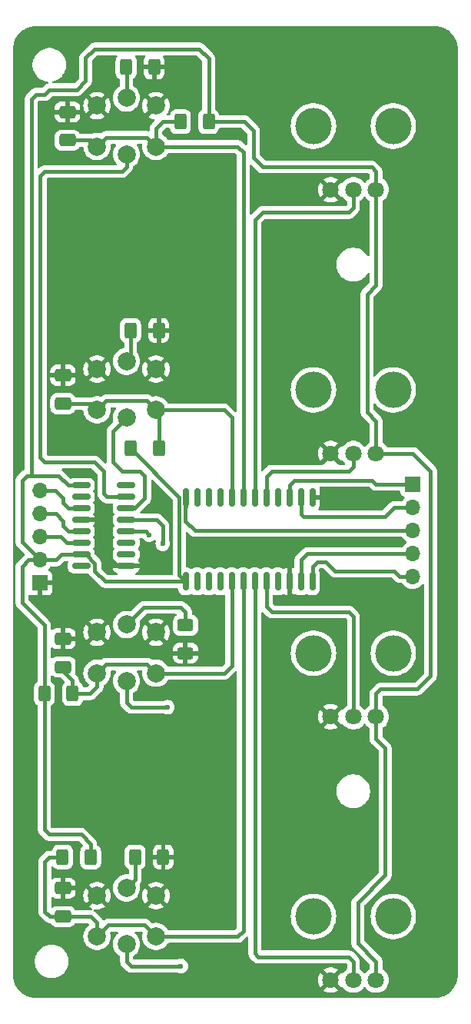
<source format=gbr>
%TF.GenerationSoftware,KiCad,Pcbnew,8.0.2*%
%TF.CreationDate,2024-08-18T23:54:18+02:00*%
%TF.ProjectId,FX-Pots,46582d50-6f74-4732-9e6b-696361645f70,rev?*%
%TF.SameCoordinates,PX58b1140PY592b260*%
%TF.FileFunction,Copper,L2,Bot*%
%TF.FilePolarity,Positive*%
%FSLAX46Y46*%
G04 Gerber Fmt 4.6, Leading zero omitted, Abs format (unit mm)*
G04 Created by KiCad (PCBNEW 8.0.2) date 2024-08-18 23:54:18*
%MOMM*%
%LPD*%
G01*
G04 APERTURE LIST*
G04 Aperture macros list*
%AMRoundRect*
0 Rectangle with rounded corners*
0 $1 Rounding radius*
0 $2 $3 $4 $5 $6 $7 $8 $9 X,Y pos of 4 corners*
0 Add a 4 corners polygon primitive as box body*
4,1,4,$2,$3,$4,$5,$6,$7,$8,$9,$2,$3,0*
0 Add four circle primitives for the rounded corners*
1,1,$1+$1,$2,$3*
1,1,$1+$1,$4,$5*
1,1,$1+$1,$6,$7*
1,1,$1+$1,$8,$9*
0 Add four rect primitives between the rounded corners*
20,1,$1+$1,$2,$3,$4,$5,0*
20,1,$1+$1,$4,$5,$6,$7,0*
20,1,$1+$1,$6,$7,$8,$9,0*
20,1,$1+$1,$8,$9,$2,$3,0*%
G04 Aperture macros list end*
%TA.AperFunction,ComponentPad*%
%ADD10C,2.000000*%
%TD*%
%TA.AperFunction,WasherPad*%
%ADD11C,4.000000*%
%TD*%
%TA.AperFunction,ComponentPad*%
%ADD12C,1.800000*%
%TD*%
%TA.AperFunction,ComponentPad*%
%ADD13R,1.700000X1.700000*%
%TD*%
%TA.AperFunction,ComponentPad*%
%ADD14O,1.700000X1.700000*%
%TD*%
%TA.AperFunction,SMDPad,CuDef*%
%ADD15RoundRect,0.250000X0.650000X-0.412500X0.650000X0.412500X-0.650000X0.412500X-0.650000X-0.412500X0*%
%TD*%
%TA.AperFunction,SMDPad,CuDef*%
%ADD16RoundRect,0.250000X0.625000X-0.400000X0.625000X0.400000X-0.625000X0.400000X-0.625000X-0.400000X0*%
%TD*%
%TA.AperFunction,SMDPad,CuDef*%
%ADD17RoundRect,0.250000X-0.400000X-0.625000X0.400000X-0.625000X0.400000X0.625000X-0.400000X0.625000X0*%
%TD*%
%TA.AperFunction,SMDPad,CuDef*%
%ADD18RoundRect,0.250000X0.400000X0.625000X-0.400000X0.625000X-0.400000X-0.625000X0.400000X-0.625000X0*%
%TD*%
%TA.AperFunction,SMDPad,CuDef*%
%ADD19RoundRect,0.150000X-0.150000X0.875000X-0.150000X-0.875000X0.150000X-0.875000X0.150000X0.875000X0*%
%TD*%
%TA.AperFunction,SMDPad,CuDef*%
%ADD20RoundRect,0.150000X0.825000X0.150000X-0.825000X0.150000X-0.825000X-0.150000X0.825000X-0.150000X0*%
%TD*%
%TA.AperFunction,ViaPad*%
%ADD21C,0.600000*%
%TD*%
%TA.AperFunction,Conductor*%
%ADD22C,0.406400*%
%TD*%
G04 APERTURE END LIST*
D10*
%TO.P,SW1,1,1*%
%TO.N,GND*%
X-15250000Y44750000D03*
X-8750000Y44750000D03*
%TO.P,SW1,2,2*%
%TO.N,FXSW1*%
X-15250000Y40250000D03*
X-8750000Y40250000D03*
%TO.P,SW1,3,K*%
%TO.N,Net-(SW1-K)*%
X-12000000Y45600000D03*
%TO.P,SW1,4,A*%
%TO.N,FX-LED-1*%
X-12000000Y39400000D03*
%TD*%
D11*
%TO.P,RV3,*%
%TO.N,*%
X8600000Y-15550000D03*
X17400000Y-15550000D03*
D12*
%TO.P,RV3,1,1*%
%TO.N,+5V*%
X15500000Y-22550000D03*
%TO.P,RV3,2,2*%
%TO.N,POT3*%
X13000000Y-22550000D03*
%TO.P,RV3,3,3*%
%TO.N,GND*%
X10500000Y-22550000D03*
%TD*%
D13*
%TO.P,J1,1,Pin_1*%
%TO.N,MPLEX-S0*%
X19525000Y3050000D03*
D14*
%TO.P,J1,2,Pin_2*%
%TO.N,MPLEX-S1*%
X19525000Y510000D03*
%TO.P,J1,3,Pin_3*%
%TO.N,MPLEX-AP*%
X19525000Y-2030000D03*
%TO.P,J1,4,Pin_4*%
%TO.N,MPLEX-S2*%
X19525000Y-4570000D03*
%TO.P,J1,5,Pin_5*%
%TO.N,MPLEX-S3*%
X19525000Y-7110000D03*
%TD*%
D11*
%TO.P,RV4,*%
%TO.N,*%
X8600000Y-44550000D03*
X17400000Y-44550000D03*
D12*
%TO.P,RV4,1,1*%
%TO.N,+5V*%
X15500000Y-51550000D03*
%TO.P,RV4,2,2*%
%TO.N,POT4*%
X13000000Y-51550000D03*
%TO.P,RV4,3,3*%
%TO.N,GND*%
X10500000Y-51550000D03*
%TD*%
D13*
%TO.P,J2,1,Pin_1*%
%TO.N,GND*%
X-21525000Y-7825000D03*
D14*
%TO.P,J2,2,Pin_2*%
%TO.N,+5V*%
X-21525000Y-5285000D03*
%TO.P,J2,3,Pin_3*%
%TO.N,SRCLK*%
X-21525000Y-2745000D03*
%TO.P,J2,4,Pin_4*%
%TO.N,FX-LED-LATCH*%
X-21525000Y-205000D03*
%TO.P,J2,5,Pin_5*%
%TO.N,FX-LED-SIG*%
X-21525000Y2335000D03*
%TD*%
D11*
%TO.P,RV1,*%
%TO.N,*%
X8600000Y42500000D03*
X17400000Y42500000D03*
D12*
%TO.P,RV1,1,1*%
%TO.N,+5V*%
X15500000Y35500000D03*
%TO.P,RV1,2,2*%
%TO.N,POT1*%
X13000000Y35500000D03*
%TO.P,RV1,3,3*%
%TO.N,GND*%
X10500000Y35500000D03*
%TD*%
D10*
%TO.P,SW2,1,1*%
%TO.N,GND*%
X-15250000Y15750000D03*
X-8750000Y15750000D03*
%TO.P,SW2,2,2*%
%TO.N,FXSW2*%
X-15250000Y11250000D03*
X-8750000Y11250000D03*
%TO.P,SW2,3,K*%
%TO.N,Net-(SW2-K)*%
X-12000000Y16600000D03*
%TO.P,SW2,4,A*%
%TO.N,FX-LED-2*%
X-12000000Y10400000D03*
%TD*%
%TO.P,SW3,1,1*%
%TO.N,GND*%
X-15250000Y-13250000D03*
X-8750000Y-13250000D03*
%TO.P,SW3,2,2*%
%TO.N,FXSW3*%
X-15250000Y-17750000D03*
X-8750000Y-17750000D03*
%TO.P,SW3,3,K*%
%TO.N,Net-(SW3-K)*%
X-12000000Y-12400000D03*
%TO.P,SW3,4,A*%
%TO.N,FX-LED-3*%
X-12000000Y-18600000D03*
%TD*%
D11*
%TO.P,RV2,*%
%TO.N,*%
X8600000Y13450000D03*
X17400000Y13450000D03*
D12*
%TO.P,RV2,1,1*%
%TO.N,+5V*%
X15500000Y6450000D03*
%TO.P,RV2,2,2*%
%TO.N,POT2*%
X13000000Y6450000D03*
%TO.P,RV2,3,3*%
%TO.N,GND*%
X10500000Y6450000D03*
%TD*%
D10*
%TO.P,SW4,1,1*%
%TO.N,GND*%
X-15250000Y-42250000D03*
X-8750000Y-42250000D03*
%TO.P,SW4,2,2*%
%TO.N,FXSW4*%
X-15250000Y-46750000D03*
X-8750000Y-46750000D03*
%TO.P,SW4,3,K*%
%TO.N,Net-(SW4-K)*%
X-12000000Y-41400000D03*
%TO.P,SW4,4,A*%
%TO.N,FX-LED-4*%
X-12000000Y-47600000D03*
%TD*%
D15*
%TO.P,C2,1*%
%TO.N,FXSW2*%
X-19000000Y11937500D03*
%TO.P,C2,2*%
%TO.N,GND*%
X-19000000Y15062500D03*
%TD*%
%TO.P,C3,1*%
%TO.N,FXSW3*%
X-19000000Y-17062500D03*
%TO.P,C3,2*%
%TO.N,GND*%
X-19000000Y-13937500D03*
%TD*%
%TO.P,C1,1*%
%TO.N,FXSW1*%
X-18500000Y40937500D03*
%TO.P,C1,2*%
%TO.N,GND*%
X-18500000Y44062500D03*
%TD*%
D16*
%TO.P,R3,1*%
%TO.N,GND*%
X-5500000Y-15550000D03*
%TO.P,R3,2*%
%TO.N,Net-(SW3-K)*%
X-5500000Y-12450000D03*
%TD*%
D17*
%TO.P,R6,1*%
%TO.N,+5V*%
X-11550000Y7000000D03*
%TO.P,R6,2*%
%TO.N,FXSW2*%
X-8450000Y7000000D03*
%TD*%
%TO.P,R7,1*%
%TO.N,+5V*%
X-21050000Y-20000000D03*
%TO.P,R7,2*%
%TO.N,FXSW3*%
X-17950000Y-20000000D03*
%TD*%
D18*
%TO.P,R5,1*%
%TO.N,+5V*%
X-2950000Y43000000D03*
%TO.P,R5,2*%
%TO.N,FXSW1*%
X-6050000Y43000000D03*
%TD*%
D19*
%TO.P,U2,1,COM*%
%TO.N,MPLEX-AP*%
X-5485000Y1650000D03*
%TO.P,U2,2,I7*%
%TO.N,unconnected-(U2-I7-Pad2)*%
X-4215000Y1650000D03*
%TO.P,U2,3,I6*%
%TO.N,unconnected-(U2-I6-Pad3)*%
X-2945000Y1650000D03*
%TO.P,U2,4,I5*%
%TO.N,unconnected-(U2-I5-Pad4)*%
X-1675000Y1650000D03*
%TO.P,U2,5,I4*%
%TO.N,FXSW2*%
X-405000Y1650000D03*
%TO.P,U2,6,I3*%
%TO.N,FXSW1*%
X865000Y1650000D03*
%TO.P,U2,7,I2*%
%TO.N,POT1*%
X2135000Y1650000D03*
%TO.P,U2,8,I1*%
%TO.N,POT2*%
X3405000Y1650000D03*
%TO.P,U2,9,I0*%
%TO.N,unconnected-(U2-I0-Pad9)*%
X4675000Y1650000D03*
%TO.P,U2,10,S0*%
%TO.N,MPLEX-S0*%
X5945000Y1650000D03*
%TO.P,U2,11,S1*%
%TO.N,MPLEX-S1*%
X7215000Y1650000D03*
%TO.P,U2,12,GND*%
%TO.N,GND*%
X8485000Y1650000D03*
%TO.P,U2,13,S3*%
%TO.N,MPLEX-S3*%
X8485000Y-7650000D03*
%TO.P,U2,14,S2*%
%TO.N,MPLEX-S2*%
X7215000Y-7650000D03*
%TO.P,U2,15,~{E}*%
%TO.N,GND*%
X5945000Y-7650000D03*
%TO.P,U2,16,I15*%
%TO.N,unconnected-(U2-I15-Pad16)*%
X4675000Y-7650000D03*
%TO.P,U2,17,I14*%
%TO.N,POT3*%
X3405000Y-7650000D03*
%TO.P,U2,18,I13*%
%TO.N,POT4*%
X2135000Y-7650000D03*
%TO.P,U2,19,I12*%
%TO.N,FXSW4*%
X865000Y-7650000D03*
%TO.P,U2,20,I11*%
%TO.N,FXSW3*%
X-405000Y-7650000D03*
%TO.P,U2,21,I10*%
%TO.N,unconnected-(U2-I10-Pad21)*%
X-1675000Y-7650000D03*
%TO.P,U2,22,I9*%
%TO.N,unconnected-(U2-I9-Pad22)*%
X-2945000Y-7650000D03*
%TO.P,U2,23,I8*%
%TO.N,unconnected-(U2-I8-Pad23)*%
X-4215000Y-7650000D03*
%TO.P,U2,24,VCC*%
%TO.N,+5V*%
X-5485000Y-7650000D03*
%TD*%
D18*
%TO.P,R2,1*%
%TO.N,GND*%
X-8450000Y20000000D03*
%TO.P,R2,2*%
%TO.N,Net-(SW2-K)*%
X-11550000Y20000000D03*
%TD*%
%TO.P,R8,1*%
%TO.N,+5V*%
X-15950000Y-38000000D03*
%TO.P,R8,2*%
%TO.N,FXSW4*%
X-19050000Y-38000000D03*
%TD*%
D20*
%TO.P,U1,1,QB*%
%TO.N,unconnected-(U1-QB-Pad1)*%
X-12025000Y2945000D03*
%TO.P,U1,2,QC*%
%TO.N,FX-LED-1*%
X-12025000Y1675000D03*
%TO.P,U1,3,QD*%
%TO.N,FX-LED-2*%
X-12025000Y405000D03*
%TO.P,U1,4,QE*%
%TO.N,FX-LED-3*%
X-12025000Y-865000D03*
%TO.P,U1,5,QF*%
%TO.N,FX-LED-4*%
X-12025000Y-2135000D03*
%TO.P,U1,6,QG*%
%TO.N,unconnected-(U1-QG-Pad6)*%
X-12025000Y-3405000D03*
%TO.P,U1,7,QH*%
%TO.N,unconnected-(U1-QH-Pad7)*%
X-12025000Y-4675000D03*
%TO.P,U1,8,GND*%
%TO.N,GND*%
X-12025000Y-5945000D03*
%TO.P,U1,9,QH'*%
%TO.N,unconnected-(U1-QH'-Pad9)*%
X-16975000Y-5945000D03*
%TO.P,U1,10,~{SRCLR}*%
%TO.N,+5V*%
X-16975000Y-4675000D03*
%TO.P,U1,11,SRCLK*%
%TO.N,SRCLK*%
X-16975000Y-3405000D03*
%TO.P,U1,12,RCLK*%
%TO.N,FX-LED-LATCH*%
X-16975000Y-2135000D03*
%TO.P,U1,13,~{OE}*%
%TO.N,GND*%
X-16975000Y-865000D03*
%TO.P,U1,14,SER*%
%TO.N,FX-LED-SIG*%
X-16975000Y405000D03*
%TO.P,U1,15,QA*%
%TO.N,unconnected-(U1-QA-Pad15)*%
X-16975000Y1675000D03*
%TO.P,U1,16,VCC*%
%TO.N,+5V*%
X-16975000Y2945000D03*
%TD*%
D18*
%TO.P,R1,1*%
%TO.N,GND*%
X-8950000Y49000000D03*
%TO.P,R1,2*%
%TO.N,Net-(SW1-K)*%
X-12050000Y49000000D03*
%TD*%
%TO.P,R4,1*%
%TO.N,GND*%
X-7950000Y-38000000D03*
%TO.P,R4,2*%
%TO.N,Net-(SW4-K)*%
X-11050000Y-38000000D03*
%TD*%
D15*
%TO.P,C4,1*%
%TO.N,FXSW4*%
X-19000000Y-44562500D03*
%TO.P,C4,2*%
%TO.N,GND*%
X-19000000Y-41437500D03*
%TD*%
D21*
%TO.N,GND*%
X13500000Y1500000D03*
X-9000000Y-6000000D03*
X14000000Y-9500000D03*
%TO.N,FX-LED-3*%
X-7500000Y-21500000D03*
X-8000000Y-3500000D03*
%TO.N,FX-LED-4*%
X-6000000Y-50000000D03*
X-9500000Y-2500000D03*
%TD*%
D22*
%TO.N,MPLEX-S3*%
X17500000Y-6500000D02*
X18110000Y-7110000D01*
X18110000Y-7110000D02*
X19525000Y-7110000D01*
X11000000Y-6500000D02*
X17500000Y-6500000D01*
X10000000Y-5500000D02*
X11000000Y-6500000D01*
X8485000Y-7650000D02*
X8485000Y-6015000D01*
X8485000Y-6015000D02*
X9000000Y-5500000D01*
X9000000Y-5500000D02*
X10000000Y-5500000D01*
%TO.N,MPLEX-S0*%
X5945000Y2945000D02*
X5945000Y1650000D01*
X6500000Y3500000D02*
X5945000Y2945000D01*
X19525000Y3050000D02*
X15450000Y3050000D01*
X15000000Y3500000D02*
X6500000Y3500000D01*
X15450000Y3050000D02*
X15000000Y3500000D01*
%TO.N,MPLEX-S2*%
X7215000Y-5285000D02*
X7215000Y-7650000D01*
X19525000Y-4570000D02*
X7930000Y-4570000D01*
X7930000Y-4570000D02*
X7215000Y-5285000D01*
%TO.N,MPLEX-S1*%
X7500000Y-500000D02*
X16500000Y-500000D01*
X7215000Y-215000D02*
X7500000Y-500000D01*
X17510000Y510000D02*
X19525000Y510000D01*
X7215000Y1650000D02*
X7215000Y-215000D01*
X16500000Y-500000D02*
X17510000Y510000D01*
%TO.N,GND*%
X8485000Y1650000D02*
X13350000Y1650000D01*
X6500000Y-9500000D02*
X14000000Y-9500000D01*
X-12999999Y-5945000D02*
X-14500000Y-4444999D01*
X-14500000Y-1500000D02*
X-15135000Y-865000D01*
X5945000Y-8945000D02*
X6500000Y-9500000D01*
X5945000Y-7650000D02*
X5945000Y-8945000D01*
X-12025000Y-5945000D02*
X-9055000Y-5945000D01*
X13350000Y1650000D02*
X13500000Y1500000D01*
X-12025000Y-5945000D02*
X-12999999Y-5945000D01*
X-15135000Y-865000D02*
X-16975000Y-865000D01*
X-14500000Y-4444999D02*
X-14500000Y-1500000D01*
X-9055000Y-5945000D02*
X-9000000Y-6000000D01*
%TO.N,MPLEX-AP*%
X-4470000Y-2030000D02*
X19525000Y-2030000D01*
X-5500000Y-1000000D02*
X-4470000Y-2030000D01*
X-5485000Y625001D02*
X-5500000Y610001D01*
X-5500000Y610001D02*
X-5500000Y-1000000D01*
X-5485000Y1650000D02*
X-5485000Y625001D01*
%TO.N,+5V*%
X-19175000Y-4675000D02*
X-19785000Y-5285000D01*
X15500000Y35500000D02*
X15500000Y37500000D01*
X-4000000Y51000000D02*
X-2950000Y49950000D01*
X-23500000Y-10000000D02*
X-21050000Y-12450000D01*
X-21525000Y-5285000D02*
X-22785000Y-5285000D01*
X-15500000Y-5653974D02*
X-16478974Y-4675000D01*
X-21050000Y-20000000D02*
X-21050000Y-34950000D01*
X-23000000Y4000000D02*
X-23500000Y3500000D01*
X14500000Y24000000D02*
X15500000Y25000000D01*
X-17500000Y46500000D02*
X-16500000Y47500000D01*
X-22500000Y45500000D02*
X-22000000Y46000000D01*
X14500000Y11000000D02*
X14500000Y24000000D01*
X15500000Y-20000000D02*
X16000000Y-19500000D01*
X3000000Y38000000D02*
X2000000Y39000000D01*
X-23500000Y-6000000D02*
X-23500000Y-10000000D01*
X15500000Y-49500000D02*
X13500000Y-47500000D01*
X2000000Y42000000D02*
X1000000Y43000000D01*
X-23500000Y3500000D02*
X-23500000Y-3310000D01*
X21500000Y-18000000D02*
X21500000Y4500000D01*
X-17000000Y-35500000D02*
X-15950000Y-36550000D01*
X-20500000Y-35500000D02*
X-17000000Y-35500000D01*
X-21050000Y-34950000D02*
X-20500000Y-35500000D01*
X-14350000Y-7650000D02*
X-15500000Y-6500000D01*
X15500000Y6450000D02*
X15500000Y10000000D01*
X-22000000Y46000000D02*
X-21000000Y46000000D01*
X-23500000Y-3310000D02*
X-21525000Y-5285000D01*
X-16500000Y50000000D02*
X-15500000Y51000000D01*
X20000000Y-19500000D02*
X21500000Y-18000000D01*
X2000000Y39000000D02*
X2000000Y42000000D01*
X21500000Y4500000D02*
X19550000Y6450000D01*
X-11550000Y7000000D02*
X-6191400Y1641400D01*
X-6191400Y-6943600D02*
X-5485000Y-7650000D01*
X13500000Y-43000000D02*
X16500000Y-40000000D01*
X15500000Y-22550000D02*
X15500000Y-20000000D01*
X-21000000Y46000000D02*
X-20500000Y46500000D01*
X-15500000Y-6500000D02*
X-15500000Y-5653974D01*
X15500000Y25000000D02*
X15500000Y35500000D01*
X19550000Y6450000D02*
X15500000Y6450000D01*
X15500000Y-51550000D02*
X15500000Y-49500000D01*
X15000000Y38000000D02*
X3000000Y38000000D01*
X-6191400Y1641400D02*
X-6191400Y-6943600D01*
X-15950000Y-36550000D02*
X-15950000Y-38000000D01*
X-16500000Y47500000D02*
X-16500000Y50000000D01*
X16500000Y-40000000D02*
X16500000Y-26000000D01*
X-2950000Y49950000D02*
X-2950000Y43000000D01*
X-16975000Y-4675000D02*
X-19175000Y-4675000D01*
X16500000Y-26000000D02*
X15500000Y-25000000D01*
X-19500000Y4000000D02*
X-22500000Y4000000D01*
X15500000Y37500000D02*
X15000000Y38000000D01*
X-19785000Y-5285000D02*
X-21525000Y-5285000D01*
X-22500000Y4000000D02*
X-23000000Y4000000D01*
X-15500000Y51000000D02*
X-4000000Y51000000D01*
X1000000Y43000000D02*
X-2950000Y43000000D01*
X-5485000Y-7650000D02*
X-14350000Y-7650000D01*
X-21050000Y-12450000D02*
X-21050000Y-20000000D01*
X-22500000Y4000000D02*
X-22500000Y45500000D01*
X-16478974Y-4675000D02*
X-16975000Y-4675000D01*
X16000000Y-19500000D02*
X20000000Y-19500000D01*
X13500000Y-47500000D02*
X13500000Y-43000000D01*
X15500000Y10000000D02*
X14500000Y11000000D01*
X-16975000Y2945000D02*
X-18445000Y2945000D01*
X-18445000Y2945000D02*
X-19500000Y4000000D01*
X-20500000Y46500000D02*
X-17500000Y46500000D01*
X15500000Y-25000000D02*
X15500000Y-22550000D01*
X-22785000Y-5285000D02*
X-23500000Y-6000000D01*
%TO.N,POT1*%
X12500000Y33000000D02*
X10500000Y33000000D01*
X3000000Y33000000D02*
X10500000Y33000000D01*
X13000000Y33500000D02*
X12500000Y33000000D01*
X2135000Y1650000D02*
X2135000Y32135000D01*
X2135000Y32135000D02*
X3000000Y33000000D01*
X13000000Y35500000D02*
X13000000Y33500000D01*
%TO.N,POT2*%
X13000000Y5000000D02*
X13000000Y6450000D01*
X3405000Y1650000D02*
X3405000Y3905000D01*
X4000000Y4500000D02*
X12500000Y4500000D01*
X12500000Y4500000D02*
X13000000Y5000000D01*
X3405000Y3905000D02*
X4000000Y4500000D01*
%TO.N,POT3*%
X4000000Y-11000000D02*
X3405000Y-10405000D01*
X13000000Y-11500000D02*
X12500000Y-11000000D01*
X3405000Y-10405000D02*
X3405000Y-7650000D01*
X13000000Y-22550000D02*
X13000000Y-11500000D01*
X12500000Y-11000000D02*
X4000000Y-11000000D01*
%TO.N,POT4*%
X12500000Y-49000000D02*
X13000000Y-49500000D01*
X2500000Y-49000000D02*
X12500000Y-49000000D01*
X13000000Y-49500000D02*
X13000000Y-51550000D01*
X2135000Y-7650000D02*
X2135000Y-48635000D01*
X2135000Y-48635000D02*
X2500000Y-49000000D01*
%TO.N,FXSW1*%
X-15250000Y40250000D02*
X-14250000Y41250000D01*
X865000Y1650000D02*
X865000Y39635000D01*
X-15937500Y40937500D02*
X-15250000Y40250000D01*
X-18500000Y40937500D02*
X-15937500Y40937500D01*
X-8000000Y43000000D02*
X-6050000Y43000000D01*
X-14250000Y41250000D02*
X-9750000Y41250000D01*
X250000Y40250000D02*
X-8750000Y40250000D01*
X-8750000Y42250000D02*
X-8000000Y43000000D01*
X865000Y39635000D02*
X250000Y40250000D01*
X-9750000Y41250000D02*
X-8750000Y40250000D01*
X-8750000Y40250000D02*
X-8750000Y42250000D01*
%TO.N,FXSW2*%
X-14250000Y12250000D02*
X-9750000Y12250000D01*
X-405000Y10405000D02*
X-1250000Y11250000D01*
X-9750000Y12250000D02*
X-8750000Y11250000D01*
X-405000Y1650000D02*
X-405000Y10405000D01*
X-15937500Y11937500D02*
X-15250000Y11250000D01*
X-15250000Y11250000D02*
X-14250000Y12250000D01*
X-1250000Y11250000D02*
X-8750000Y11250000D01*
X-19000000Y11937500D02*
X-15937500Y11937500D01*
X-8450000Y10950000D02*
X-8750000Y11250000D01*
X-8450000Y7000000D02*
X-8450000Y10950000D01*
%TO.N,FXSW3*%
X-9750000Y-16750000D02*
X-8750000Y-17750000D01*
X-16000000Y-20000000D02*
X-15250000Y-19250000D01*
X-405000Y-16905000D02*
X-1250000Y-17750000D01*
X-1250000Y-17750000D02*
X-8750000Y-17750000D01*
X-15250000Y-19250000D02*
X-15250000Y-17750000D01*
X-17950000Y-20000000D02*
X-16000000Y-20000000D01*
X-14250000Y-16750000D02*
X-9750000Y-16750000D01*
X-19000000Y-17500000D02*
X-17950000Y-18550000D01*
X-19000000Y-17062500D02*
X-19000000Y-17500000D01*
X-15250000Y-17750000D02*
X-14250000Y-16750000D01*
X-405000Y-7650000D02*
X-405000Y-16905000D01*
X-17950000Y-18550000D02*
X-17950000Y-20000000D01*
%TO.N,FXSW4*%
X-20500000Y-38000000D02*
X-19050000Y-38000000D01*
X-19000000Y-44562500D02*
X-15937500Y-44562500D01*
X-20437500Y-44562500D02*
X-21000000Y-44000000D01*
X250000Y-46750000D02*
X-8750000Y-46750000D01*
X-15937500Y-44562500D02*
X-15250000Y-45250000D01*
X-14000000Y-45500000D02*
X-10000000Y-45500000D01*
X865000Y-46135000D02*
X250000Y-46750000D01*
X-15250000Y-46750000D02*
X-14000000Y-45500000D01*
X-21000000Y-44000000D02*
X-21000000Y-38500000D01*
X-19000000Y-44562500D02*
X-20437500Y-44562500D01*
X-10000000Y-45500000D02*
X-8750000Y-46750000D01*
X865000Y-7650000D02*
X865000Y-46135000D01*
X-15250000Y-45250000D02*
X-15250000Y-46750000D01*
X-21000000Y-38500000D02*
X-20500000Y-38000000D01*
%TO.N,SRCLK*%
X-16975000Y-3405000D02*
X-18595000Y-3405000D01*
X-18595000Y-3405000D02*
X-19255000Y-2745000D01*
X-19255000Y-2745000D02*
X-21525000Y-2745000D01*
%TO.N,FX-LED-SIG*%
X-19000000Y1000000D02*
X-19000000Y1500000D01*
X-18405000Y405000D02*
X-19000000Y1000000D01*
X-16975000Y405000D02*
X-18405000Y405000D01*
X-19835000Y2335000D02*
X-21525000Y2335000D01*
X-19000000Y1500000D02*
X-19835000Y2335000D01*
%TO.N,FX-LED-LATCH*%
X-16975000Y-2135000D02*
X-18365000Y-2135000D01*
X-18365000Y-2135000D02*
X-19000000Y-1500000D01*
X-19795000Y-205000D02*
X-21525000Y-205000D01*
X-19000000Y-1500000D02*
X-19000000Y-1000000D01*
X-19000000Y-1000000D02*
X-19795000Y-205000D01*
%TO.N,Net-(SW1-K)*%
X-12000000Y48950000D02*
X-12050000Y49000000D01*
X-12000000Y45600000D02*
X-12000000Y48950000D01*
%TO.N,Net-(SW2-K)*%
X-11550000Y20000000D02*
X-11550000Y17050000D01*
X-11550000Y17050000D02*
X-12000000Y16600000D01*
%TO.N,Net-(SW3-K)*%
X-5500000Y-11000000D02*
X-6000000Y-10500000D01*
X-12000000Y-12400000D02*
X-10100000Y-10500000D01*
X-10100000Y-10500000D02*
X-6000000Y-10500000D01*
X-5500000Y-12450000D02*
X-5500000Y-11000000D01*
%TO.N,Net-(SW4-K)*%
X-11050000Y-38000000D02*
X-11050000Y-40450000D01*
X-11050000Y-40450000D02*
X-12000000Y-41400000D01*
%TO.N,FX-LED-1*%
X-14175000Y1675000D02*
X-12025000Y1675000D01*
X-12000000Y38000000D02*
X-12500000Y37500000D01*
X-14500000Y2000000D02*
X-14175000Y1675000D01*
X-21000000Y5500000D02*
X-15500000Y5500000D01*
X-12000000Y39400000D02*
X-12000000Y38000000D01*
X-14500000Y4500000D02*
X-14500000Y2000000D01*
X-12500000Y37500000D02*
X-21000000Y37500000D01*
X-15500000Y5500000D02*
X-14500000Y4500000D01*
X-21500000Y6000000D02*
X-21000000Y5500000D01*
X-21500000Y37000000D02*
X-21500000Y6000000D01*
X-21000000Y37500000D02*
X-21500000Y37000000D01*
%TO.N,FX-LED-2*%
X-13500000Y8900000D02*
X-13500000Y5500000D01*
X-10500000Y4500000D02*
X-10000000Y4000000D01*
X-10000000Y1500000D02*
X-11095000Y405000D01*
X-13500000Y5500000D02*
X-12500000Y4500000D01*
X-12500000Y4500000D02*
X-10500000Y4500000D01*
X-12000000Y10400000D02*
X-13500000Y8900000D01*
X-11095000Y405000D02*
X-12025000Y405000D01*
X-10000000Y4000000D02*
X-10000000Y1500000D01*
%TO.N,FX-LED-3*%
X-12000000Y-21000000D02*
X-12000000Y-18600000D01*
X-8500000Y-1000000D02*
X-8000000Y-1500000D01*
X-8000000Y-1500000D02*
X-8000000Y-3500000D01*
X-7500000Y-21500000D02*
X-11500000Y-21500000D01*
X-12025000Y-865000D02*
X-8635000Y-865000D01*
X-11500000Y-21500000D02*
X-12000000Y-21000000D01*
X-8635000Y-865000D02*
X-8500000Y-1000000D01*
%TO.N,FX-LED-4*%
X-11500000Y-50000000D02*
X-12000000Y-49500000D01*
X-12000000Y-49500000D02*
X-12000000Y-47600000D01*
X-6000000Y-50000000D02*
X-11500000Y-50000000D01*
X-12025000Y-2135000D02*
X-9865000Y-2135000D01*
X-9865000Y-2135000D02*
X-9500000Y-2500000D01*
%TD*%
%TA.AperFunction,Conductor*%
%TO.N,GND*%
G36*
X3043903Y-11039531D02*
G01*
X3050381Y-11045563D01*
X3450274Y-11445456D01*
X3450303Y-11445487D01*
X3551414Y-11546598D01*
X3665552Y-11622862D01*
X3665548Y-11622867D01*
X3665577Y-11622878D01*
X3666673Y-11623611D01*
X3666679Y-11623613D01*
X3666680Y-11623614D01*
X3794735Y-11676656D01*
X3794736Y-11676656D01*
X3794738Y-11676657D01*
X3794742Y-11676657D01*
X3794743Y-11676658D01*
X3930688Y-11703701D01*
X3930691Y-11703701D01*
X4075422Y-11703701D01*
X4075442Y-11703700D01*
X12157156Y-11703700D01*
X12224195Y-11723385D01*
X12244837Y-11740019D01*
X12259981Y-11755163D01*
X12293466Y-11816486D01*
X12296300Y-11842844D01*
X12296300Y-21264506D01*
X12276615Y-21331545D01*
X12235182Y-21369975D01*
X12235671Y-21370723D01*
X12231376Y-21373528D01*
X12231374Y-21373530D01*
X12134946Y-21448583D01*
X12048217Y-21516086D01*
X11891018Y-21686850D01*
X11853510Y-21744262D01*
X11800363Y-21789618D01*
X11731132Y-21799042D01*
X11667796Y-21769540D01*
X11653084Y-21752562D01*
X11651186Y-21752365D01*
X10982962Y-22420589D01*
X10965925Y-22357007D01*
X10900099Y-22242993D01*
X10807007Y-22149901D01*
X10692993Y-22084075D01*
X10629409Y-22067037D01*
X11298797Y-21397647D01*
X11298797Y-21397645D01*
X11268360Y-21373955D01*
X11268354Y-21373951D01*
X11064302Y-21263523D01*
X11064293Y-21263520D01*
X10844860Y-21188188D01*
X10616007Y-21150000D01*
X10383993Y-21150000D01*
X10155139Y-21188188D01*
X9935706Y-21263520D01*
X9935697Y-21263523D01*
X9731650Y-21373949D01*
X9701200Y-21397647D01*
X10370591Y-22067037D01*
X10307007Y-22084075D01*
X10192993Y-22149901D01*
X10099901Y-22242993D01*
X10034075Y-22357007D01*
X10017037Y-22420591D01*
X9348811Y-21752365D01*
X9264516Y-21881390D01*
X9171317Y-22093864D01*
X9114361Y-22318781D01*
X9095202Y-22549994D01*
X9095202Y-22550005D01*
X9114361Y-22781218D01*
X9171317Y-23006135D01*
X9264515Y-23218606D01*
X9348812Y-23347633D01*
X10017037Y-22679408D01*
X10034075Y-22742993D01*
X10099901Y-22857007D01*
X10192993Y-22950099D01*
X10307007Y-23015925D01*
X10370590Y-23032962D01*
X9701201Y-23702351D01*
X9731649Y-23726050D01*
X9935697Y-23836476D01*
X9935706Y-23836479D01*
X10155139Y-23911811D01*
X10383993Y-23950000D01*
X10616007Y-23950000D01*
X10844860Y-23911811D01*
X11064293Y-23836479D01*
X11064301Y-23836476D01*
X11268355Y-23726047D01*
X11298797Y-23702351D01*
X11298798Y-23702350D01*
X10629410Y-23032962D01*
X10692993Y-23015925D01*
X10807007Y-22950099D01*
X10900099Y-22857007D01*
X10965925Y-22742993D01*
X10982962Y-22679409D01*
X11651186Y-23347633D01*
X11655967Y-23347137D01*
X11699036Y-23310380D01*
X11768268Y-23300956D01*
X11831604Y-23330457D01*
X11853509Y-23355737D01*
X11891016Y-23413147D01*
X11891019Y-23413151D01*
X11891021Y-23413153D01*
X12048216Y-23583913D01*
X12048219Y-23583915D01*
X12048222Y-23583918D01*
X12231365Y-23726464D01*
X12231371Y-23726468D01*
X12231374Y-23726470D01*
X12398860Y-23817109D01*
X12434652Y-23836479D01*
X12435497Y-23836936D01*
X12549487Y-23876068D01*
X12655015Y-23912297D01*
X12655017Y-23912297D01*
X12655019Y-23912298D01*
X12883951Y-23950500D01*
X12883952Y-23950500D01*
X13116048Y-23950500D01*
X13116049Y-23950500D01*
X13344981Y-23912298D01*
X13564503Y-23836936D01*
X13768626Y-23726470D01*
X13769170Y-23726047D01*
X13830129Y-23678600D01*
X13951784Y-23583913D01*
X14108979Y-23413153D01*
X14146191Y-23356196D01*
X14199337Y-23310839D01*
X14268569Y-23301415D01*
X14331904Y-23330917D01*
X14353809Y-23356196D01*
X14391016Y-23413147D01*
X14391019Y-23413151D01*
X14391021Y-23413153D01*
X14548216Y-23583913D01*
X14548219Y-23583915D01*
X14548222Y-23583918D01*
X14731365Y-23726464D01*
X14735666Y-23729274D01*
X14735077Y-23730174D01*
X14780904Y-23775651D01*
X14796300Y-23835494D01*
X14796300Y-24925556D01*
X14796299Y-24925582D01*
X14796299Y-24930692D01*
X14796299Y-25069308D01*
X14796299Y-25069310D01*
X14796298Y-25069310D01*
X14823341Y-25205256D01*
X14823343Y-25205264D01*
X14876386Y-25333323D01*
X14876389Y-25333327D01*
X14953400Y-25448583D01*
X15051417Y-25546600D01*
X15051418Y-25546600D01*
X15058485Y-25553667D01*
X15058484Y-25553667D01*
X15058488Y-25553670D01*
X15759981Y-26255163D01*
X15793466Y-26316486D01*
X15796300Y-26342844D01*
X15796300Y-39657155D01*
X15776615Y-39724194D01*
X15759981Y-39744836D01*
X14352642Y-41152175D01*
X13051420Y-42453397D01*
X13051417Y-42453400D01*
X13017129Y-42487688D01*
X12953398Y-42551418D01*
X12927950Y-42589506D01*
X12907894Y-42619522D01*
X12892087Y-42643178D01*
X12876387Y-42666675D01*
X12823343Y-42794735D01*
X12823341Y-42794743D01*
X12796299Y-42930689D01*
X12796299Y-43075421D01*
X12796300Y-43075442D01*
X12796300Y-47425556D01*
X12796299Y-47425582D01*
X12796299Y-47569309D01*
X12812251Y-47649499D01*
X12812251Y-47649501D01*
X12823341Y-47705254D01*
X12823344Y-47705266D01*
X12876386Y-47833323D01*
X12953401Y-47948585D01*
X13055736Y-48050920D01*
X13055758Y-48050940D01*
X14759981Y-49755163D01*
X14793466Y-49816486D01*
X14796300Y-49842844D01*
X14796300Y-50264506D01*
X14776615Y-50331545D01*
X14735182Y-50369975D01*
X14735671Y-50370723D01*
X14731376Y-50373528D01*
X14731374Y-50373530D01*
X14548216Y-50516087D01*
X14443523Y-50629815D01*
X14391015Y-50686854D01*
X14353808Y-50743804D01*
X14300662Y-50789161D01*
X14231430Y-50798584D01*
X14168095Y-50769082D01*
X14146192Y-50743804D01*
X14108984Y-50686854D01*
X14108982Y-50686852D01*
X14108979Y-50686847D01*
X13951784Y-50516087D01*
X13768626Y-50373530D01*
X13768617Y-50373525D01*
X13764329Y-50370723D01*
X13764916Y-50369823D01*
X13719091Y-50324340D01*
X13703700Y-50264506D01*
X13703700Y-49575443D01*
X13703701Y-49575422D01*
X13703701Y-49430689D01*
X13703700Y-49430687D01*
X13702679Y-49425556D01*
X13676658Y-49294738D01*
X13625940Y-49172298D01*
X13624293Y-49167695D01*
X13623611Y-49166674D01*
X13623611Y-49166673D01*
X13546600Y-49051417D01*
X13546598Y-49051414D01*
X13445487Y-48950303D01*
X13445456Y-48950274D01*
X13050940Y-48555758D01*
X13050920Y-48555736D01*
X12948585Y-48453401D01*
X12833323Y-48376386D01*
X12705264Y-48323343D01*
X12705256Y-48323341D01*
X12569310Y-48296299D01*
X12569308Y-48296299D01*
X12430692Y-48296299D01*
X12424578Y-48296299D01*
X12424558Y-48296300D01*
X2962700Y-48296300D01*
X2895661Y-48276615D01*
X2849906Y-48223811D01*
X2838700Y-48172300D01*
X2838700Y-44549994D01*
X6094556Y-44549994D01*
X6094556Y-44550005D01*
X6114310Y-44864004D01*
X6114311Y-44864011D01*
X6135710Y-44976186D01*
X6161064Y-45109100D01*
X6173270Y-45173083D01*
X6270497Y-45472316D01*
X6270499Y-45472321D01*
X6404461Y-45757003D01*
X6404464Y-45757009D01*
X6573051Y-46022661D01*
X6573054Y-46022665D01*
X6773606Y-46265090D01*
X6773608Y-46265092D01*
X6773610Y-46265094D01*
X6893090Y-46377293D01*
X7002968Y-46480476D01*
X7002978Y-46480484D01*
X7257504Y-46665408D01*
X7257509Y-46665410D01*
X7257516Y-46665416D01*
X7533234Y-46816994D01*
X7533239Y-46816996D01*
X7533241Y-46816997D01*
X7533242Y-46816998D01*
X7825771Y-46932818D01*
X7825774Y-46932819D01*
X8078906Y-46997812D01*
X8130527Y-47011066D01*
X8196010Y-47019338D01*
X8442670Y-47050499D01*
X8442679Y-47050499D01*
X8442682Y-47050500D01*
X8442684Y-47050500D01*
X8757316Y-47050500D01*
X8757318Y-47050500D01*
X8757321Y-47050499D01*
X8757329Y-47050499D01*
X8943593Y-47026968D01*
X9069473Y-47011066D01*
X9374225Y-46932819D01*
X9374228Y-46932818D01*
X9666757Y-46816998D01*
X9666758Y-46816997D01*
X9666756Y-46816997D01*
X9666766Y-46816994D01*
X9942484Y-46665416D01*
X10197030Y-46480478D01*
X10426390Y-46265094D01*
X10626947Y-46022663D01*
X10795537Y-45757007D01*
X10929503Y-45472315D01*
X11026731Y-45173079D01*
X11085688Y-44864015D01*
X11088247Y-44823341D01*
X11105444Y-44550005D01*
X11105444Y-44549994D01*
X11085689Y-44235995D01*
X11085688Y-44235988D01*
X11085688Y-44235985D01*
X11026731Y-43926921D01*
X10929503Y-43627685D01*
X10795537Y-43342993D01*
X10626947Y-43077337D01*
X10626945Y-43077334D01*
X10426393Y-42834909D01*
X10426391Y-42834907D01*
X10197029Y-42619521D01*
X10197021Y-42619515D01*
X9942495Y-42434591D01*
X9942488Y-42434586D01*
X9942484Y-42434584D01*
X9666766Y-42283006D01*
X9666763Y-42283004D01*
X9666758Y-42283002D01*
X9666757Y-42283001D01*
X9374228Y-42167181D01*
X9374225Y-42167180D01*
X9069476Y-42088934D01*
X9069463Y-42088932D01*
X8757329Y-42049500D01*
X8757318Y-42049500D01*
X8442682Y-42049500D01*
X8442670Y-42049500D01*
X8130536Y-42088932D01*
X8130523Y-42088934D01*
X7825774Y-42167180D01*
X7825771Y-42167181D01*
X7533242Y-42283001D01*
X7533241Y-42283002D01*
X7257516Y-42434584D01*
X7257504Y-42434591D01*
X7002978Y-42619515D01*
X7002971Y-42619521D01*
X6773608Y-42834907D01*
X6773606Y-42834909D01*
X6573054Y-43077334D01*
X6573051Y-43077338D01*
X6404464Y-43342990D01*
X6404461Y-43342996D01*
X6270499Y-43627678D01*
X6270497Y-43627683D01*
X6173270Y-43926916D01*
X6114311Y-44235988D01*
X6114310Y-44235995D01*
X6094556Y-44549994D01*
X2838700Y-44549994D01*
X2838700Y-30628711D01*
X11149500Y-30628711D01*
X11149500Y-30871288D01*
X11181161Y-31111785D01*
X11243947Y-31346104D01*
X11336773Y-31570205D01*
X11336776Y-31570212D01*
X11458064Y-31780289D01*
X11458066Y-31780292D01*
X11458067Y-31780293D01*
X11605733Y-31972736D01*
X11605739Y-31972743D01*
X11777256Y-32144260D01*
X11777262Y-32144265D01*
X11969711Y-32291936D01*
X12179788Y-32413224D01*
X12403900Y-32506054D01*
X12638211Y-32568838D01*
X12818586Y-32592584D01*
X12878711Y-32600500D01*
X12878712Y-32600500D01*
X13121289Y-32600500D01*
X13169388Y-32594167D01*
X13361789Y-32568838D01*
X13596100Y-32506054D01*
X13820212Y-32413224D01*
X14030289Y-32291936D01*
X14222738Y-32144265D01*
X14394265Y-31972738D01*
X14541936Y-31780289D01*
X14663224Y-31570212D01*
X14756054Y-31346100D01*
X14818838Y-31111789D01*
X14850500Y-30871288D01*
X14850500Y-30628712D01*
X14818838Y-30388211D01*
X14756054Y-30153900D01*
X14663224Y-29929788D01*
X14541936Y-29719711D01*
X14394265Y-29527262D01*
X14394260Y-29527256D01*
X14222743Y-29355739D01*
X14222736Y-29355733D01*
X14030293Y-29208067D01*
X14030292Y-29208066D01*
X14030289Y-29208064D01*
X13820212Y-29086776D01*
X13820205Y-29086773D01*
X13596104Y-28993947D01*
X13361785Y-28931161D01*
X13121289Y-28899500D01*
X13121288Y-28899500D01*
X12878712Y-28899500D01*
X12878711Y-28899500D01*
X12638214Y-28931161D01*
X12403895Y-28993947D01*
X12179794Y-29086773D01*
X12179785Y-29086777D01*
X11969706Y-29208067D01*
X11777263Y-29355733D01*
X11777256Y-29355739D01*
X11605739Y-29527256D01*
X11605733Y-29527263D01*
X11458067Y-29719706D01*
X11336777Y-29929785D01*
X11336773Y-29929794D01*
X11243947Y-30153895D01*
X11181161Y-30388214D01*
X11149500Y-30628711D01*
X2838700Y-30628711D01*
X2838700Y-15549994D01*
X6094556Y-15549994D01*
X6094556Y-15550005D01*
X6114310Y-15864004D01*
X6114311Y-15864011D01*
X6137500Y-15985570D01*
X6164362Y-16126389D01*
X6173270Y-16173083D01*
X6270497Y-16472316D01*
X6270499Y-16472321D01*
X6404461Y-16757003D01*
X6404464Y-16757009D01*
X6573051Y-17022661D01*
X6573054Y-17022665D01*
X6773606Y-17265090D01*
X6773608Y-17265092D01*
X6773610Y-17265094D01*
X6997612Y-17475446D01*
X7002968Y-17480476D01*
X7002978Y-17480484D01*
X7257504Y-17665408D01*
X7257509Y-17665410D01*
X7257516Y-17665416D01*
X7533234Y-17816994D01*
X7533239Y-17816996D01*
X7533241Y-17816997D01*
X7533242Y-17816998D01*
X7825771Y-17932818D01*
X7825774Y-17932819D01*
X8078906Y-17997812D01*
X8130527Y-18011066D01*
X8175062Y-18016692D01*
X8442670Y-18050499D01*
X8442679Y-18050499D01*
X8442682Y-18050500D01*
X8442684Y-18050500D01*
X8757316Y-18050500D01*
X8757318Y-18050500D01*
X8757321Y-18050499D01*
X8757329Y-18050499D01*
X8946223Y-18026636D01*
X9069473Y-18011066D01*
X9374225Y-17932819D01*
X9374228Y-17932818D01*
X9666757Y-17816998D01*
X9666758Y-17816997D01*
X9666756Y-17816997D01*
X9666766Y-17816994D01*
X9942484Y-17665416D01*
X10197030Y-17480478D01*
X10426390Y-17265094D01*
X10626947Y-17022663D01*
X10795537Y-16757007D01*
X10929503Y-16472315D01*
X11026731Y-16173079D01*
X11085688Y-15864015D01*
X11085689Y-15864004D01*
X11105444Y-15550005D01*
X11105444Y-15549994D01*
X11085689Y-15235995D01*
X11085688Y-15235988D01*
X11085688Y-15235985D01*
X11026731Y-14926921D01*
X10929503Y-14627685D01*
X10795537Y-14342993D01*
X10760414Y-14287648D01*
X10626948Y-14077338D01*
X10626945Y-14077334D01*
X10426393Y-13834909D01*
X10426391Y-13834907D01*
X10197031Y-13619523D01*
X10197021Y-13619515D01*
X9942495Y-13434591D01*
X9942488Y-13434586D01*
X9942484Y-13434584D01*
X9666766Y-13283006D01*
X9666763Y-13283004D01*
X9666758Y-13283002D01*
X9666757Y-13283001D01*
X9374228Y-13167181D01*
X9374225Y-13167180D01*
X9069476Y-13088934D01*
X9069463Y-13088932D01*
X8757329Y-13049500D01*
X8757318Y-13049500D01*
X8442682Y-13049500D01*
X8442670Y-13049500D01*
X8130536Y-13088932D01*
X8130523Y-13088934D01*
X7825774Y-13167180D01*
X7825771Y-13167181D01*
X7533242Y-13283001D01*
X7533241Y-13283002D01*
X7257516Y-13434584D01*
X7257504Y-13434591D01*
X7002978Y-13619515D01*
X7002968Y-13619523D01*
X6773608Y-13834907D01*
X6773606Y-13834909D01*
X6573054Y-14077334D01*
X6573051Y-14077338D01*
X6404464Y-14342990D01*
X6404461Y-14342996D01*
X6270499Y-14627678D01*
X6270497Y-14627683D01*
X6173270Y-14926916D01*
X6114311Y-15235988D01*
X6114310Y-15235995D01*
X6094556Y-15549994D01*
X2838700Y-15549994D01*
X2838700Y-11133244D01*
X2858385Y-11066205D01*
X2911189Y-11020450D01*
X2980347Y-11010506D01*
X3043903Y-11039531D01*
G37*
%TD.AperFunction*%
%TA.AperFunction,Conductor*%
G36*
X-5282497Y-2213131D02*
G01*
X-5276019Y-2219163D01*
X-5019726Y-2475456D01*
X-5019697Y-2475487D01*
X-4918586Y-2576598D01*
X-4833660Y-2633343D01*
X-4803327Y-2653611D01*
X-4803325Y-2653612D01*
X-4803323Y-2653613D01*
X-4675265Y-2706656D01*
X-4675264Y-2706656D01*
X-4675262Y-2706657D01*
X-4675258Y-2706657D01*
X-4675257Y-2706658D01*
X-4539311Y-2733701D01*
X-4539308Y-2733701D01*
X-4394577Y-2733701D01*
X-4394557Y-2733700D01*
X18304529Y-2733700D01*
X18371568Y-2753385D01*
X18406103Y-2786576D01*
X18486505Y-2901401D01*
X18653597Y-3068493D01*
X18653603Y-3068498D01*
X18839158Y-3198425D01*
X18882783Y-3253002D01*
X18889977Y-3322500D01*
X18858454Y-3384855D01*
X18839158Y-3401575D01*
X18653597Y-3531505D01*
X18486506Y-3698596D01*
X18406105Y-3813423D01*
X18351529Y-3857048D01*
X18304530Y-3866300D01*
X8005443Y-3866300D01*
X8005423Y-3866299D01*
X7999309Y-3866299D01*
X7860692Y-3866299D01*
X7860689Y-3866299D01*
X7724744Y-3893340D01*
X7724734Y-3893343D01*
X7652520Y-3923256D01*
X7596674Y-3946387D01*
X7481416Y-4023400D01*
X7453431Y-4051386D01*
X7383400Y-4121417D01*
X7383397Y-4121420D01*
X6766420Y-4738397D01*
X6766417Y-4738400D01*
X6717409Y-4787407D01*
X6668402Y-4836414D01*
X6668400Y-4836417D01*
X6632130Y-4890701D01*
X6623694Y-4903326D01*
X6623693Y-4903327D01*
X6591387Y-4951675D01*
X6591386Y-4951677D01*
X6538343Y-5079735D01*
X6538341Y-5079743D01*
X6511299Y-5215689D01*
X6511299Y-5360421D01*
X6511300Y-5360442D01*
X6511300Y-6053917D01*
X6491615Y-6120956D01*
X6438811Y-6166711D01*
X6369653Y-6176655D01*
X6352705Y-6172993D01*
X6197494Y-6127900D01*
X6197497Y-6127900D01*
X6195000Y-6127703D01*
X6195000Y-9172295D01*
X6195001Y-9172295D01*
X6197486Y-9172100D01*
X6355198Y-9126281D01*
X6496550Y-9042686D01*
X6502717Y-9037903D01*
X6504630Y-9040369D01*
X6553222Y-9013802D01*
X6622917Y-9018749D01*
X6655762Y-9039853D01*
X6656969Y-9038298D01*
X6663132Y-9043078D01*
X6663135Y-9043081D01*
X6804602Y-9126744D01*
X6828920Y-9133809D01*
X6962426Y-9172597D01*
X6962429Y-9172597D01*
X6962431Y-9172598D01*
X6999306Y-9175500D01*
X6999314Y-9175500D01*
X7430686Y-9175500D01*
X7430694Y-9175500D01*
X7467569Y-9172598D01*
X7467571Y-9172597D01*
X7467573Y-9172597D01*
X7509191Y-9160505D01*
X7625398Y-9126744D01*
X7766865Y-9043081D01*
X7766870Y-9043075D01*
X7773031Y-9038298D01*
X7774933Y-9040750D01*
X7823579Y-9014155D01*
X7893274Y-9019104D01*
X7925695Y-9039940D01*
X7926969Y-9038298D01*
X7933132Y-9043078D01*
X7933135Y-9043081D01*
X8074602Y-9126744D01*
X8098920Y-9133809D01*
X8232426Y-9172597D01*
X8232429Y-9172597D01*
X8232431Y-9172598D01*
X8269306Y-9175500D01*
X8269314Y-9175500D01*
X8700686Y-9175500D01*
X8700694Y-9175500D01*
X8737569Y-9172598D01*
X8737571Y-9172597D01*
X8737573Y-9172597D01*
X8779191Y-9160505D01*
X8895398Y-9126744D01*
X9036865Y-9043081D01*
X9153081Y-8926865D01*
X9236744Y-8785398D01*
X9282598Y-8627569D01*
X9285500Y-8590694D01*
X9285500Y-6709306D01*
X9282598Y-6672431D01*
X9273367Y-6640659D01*
X9236745Y-6514606D01*
X9236744Y-6514602D01*
X9228013Y-6499840D01*
X9205968Y-6462561D01*
X9188700Y-6399441D01*
X9188700Y-6357844D01*
X9208385Y-6290805D01*
X9225019Y-6270163D01*
X9255163Y-6240019D01*
X9316486Y-6206534D01*
X9342844Y-6203700D01*
X9657156Y-6203700D01*
X9724195Y-6223385D01*
X9744836Y-6240018D01*
X10453399Y-6948582D01*
X10453400Y-6948583D01*
X10551417Y-7046600D01*
X10666673Y-7123611D01*
X10719720Y-7145583D01*
X10794739Y-7176658D01*
X10794741Y-7176658D01*
X10794743Y-7176659D01*
X10930689Y-7203701D01*
X10930692Y-7203701D01*
X11075423Y-7203701D01*
X11075443Y-7203700D01*
X17157156Y-7203700D01*
X17224195Y-7223385D01*
X17244837Y-7240019D01*
X17560274Y-7555456D01*
X17560303Y-7555487D01*
X17661414Y-7656598D01*
X17776676Y-7733613D01*
X17904733Y-7786655D01*
X17904738Y-7786657D01*
X17904742Y-7786657D01*
X17904743Y-7786658D01*
X18040688Y-7813700D01*
X18040691Y-7813700D01*
X18040692Y-7813700D01*
X18304529Y-7813700D01*
X18371568Y-7833385D01*
X18406103Y-7866576D01*
X18465764Y-7951780D01*
X18486505Y-7981401D01*
X18653599Y-8148495D01*
X18722297Y-8196598D01*
X18847165Y-8284032D01*
X18847167Y-8284033D01*
X18847170Y-8284035D01*
X19061337Y-8383903D01*
X19289592Y-8445063D01*
X19477918Y-8461539D01*
X19524999Y-8465659D01*
X19525000Y-8465659D01*
X19525001Y-8465659D01*
X19564234Y-8462226D01*
X19760408Y-8445063D01*
X19988663Y-8383903D01*
X20202830Y-8284035D01*
X20396401Y-8148495D01*
X20563495Y-7981401D01*
X20570725Y-7971076D01*
X20625302Y-7927451D01*
X20694800Y-7920257D01*
X20757155Y-7951780D01*
X20792569Y-8012009D01*
X20796300Y-8042199D01*
X20796300Y-17657156D01*
X20776615Y-17724195D01*
X20759981Y-17744837D01*
X19744837Y-18759981D01*
X19683514Y-18793466D01*
X19657156Y-18796300D01*
X16075443Y-18796300D01*
X16075423Y-18796299D01*
X16069309Y-18796299D01*
X15930692Y-18796299D01*
X15930689Y-18796299D01*
X15794744Y-18823340D01*
X15794738Y-18823342D01*
X15711701Y-18857738D01*
X15666673Y-18876389D01*
X15666669Y-18876391D01*
X15551416Y-18953400D01*
X15502408Y-19002408D01*
X15453400Y-19051417D01*
X15453397Y-19051420D01*
X15051420Y-19453397D01*
X15051417Y-19453400D01*
X15002408Y-19502408D01*
X14953400Y-19551416D01*
X14876386Y-19666676D01*
X14823343Y-19794735D01*
X14823341Y-19794743D01*
X14796299Y-19930689D01*
X14796299Y-20075421D01*
X14796300Y-20075442D01*
X14796300Y-21264506D01*
X14776615Y-21331545D01*
X14735182Y-21369975D01*
X14735671Y-21370723D01*
X14731376Y-21373528D01*
X14731374Y-21373530D01*
X14634946Y-21448583D01*
X14568885Y-21500000D01*
X14548216Y-21516087D01*
X14398016Y-21679249D01*
X14391015Y-21686854D01*
X14353808Y-21743804D01*
X14300662Y-21789161D01*
X14231430Y-21798584D01*
X14168095Y-21769082D01*
X14146192Y-21743804D01*
X14108984Y-21686854D01*
X14108982Y-21686852D01*
X14108979Y-21686847D01*
X13951784Y-21516087D01*
X13768626Y-21373530D01*
X13768617Y-21373525D01*
X13764329Y-21370723D01*
X13764916Y-21369823D01*
X13719091Y-21324340D01*
X13703700Y-21264506D01*
X13703700Y-15549994D01*
X14894556Y-15549994D01*
X14894556Y-15550005D01*
X14914310Y-15864004D01*
X14914311Y-15864011D01*
X14937500Y-15985570D01*
X14964362Y-16126389D01*
X14973270Y-16173083D01*
X15070497Y-16472316D01*
X15070499Y-16472321D01*
X15204461Y-16757003D01*
X15204464Y-16757009D01*
X15373051Y-17022661D01*
X15373054Y-17022665D01*
X15573606Y-17265090D01*
X15573608Y-17265092D01*
X15573610Y-17265094D01*
X15797612Y-17475446D01*
X15802968Y-17480476D01*
X15802978Y-17480484D01*
X16057504Y-17665408D01*
X16057509Y-17665410D01*
X16057516Y-17665416D01*
X16333234Y-17816994D01*
X16333239Y-17816996D01*
X16333241Y-17816997D01*
X16333242Y-17816998D01*
X16625771Y-17932818D01*
X16625774Y-17932819D01*
X16878906Y-17997812D01*
X16930527Y-18011066D01*
X16975062Y-18016692D01*
X17242670Y-18050499D01*
X17242679Y-18050499D01*
X17242682Y-18050500D01*
X17242684Y-18050500D01*
X17557316Y-18050500D01*
X17557318Y-18050500D01*
X17557321Y-18050499D01*
X17557329Y-18050499D01*
X17746223Y-18026636D01*
X17869473Y-18011066D01*
X18174225Y-17932819D01*
X18174228Y-17932818D01*
X18466757Y-17816998D01*
X18466758Y-17816997D01*
X18466756Y-17816997D01*
X18466766Y-17816994D01*
X18742484Y-17665416D01*
X18997030Y-17480478D01*
X19226390Y-17265094D01*
X19426947Y-17022663D01*
X19595537Y-16757007D01*
X19729503Y-16472315D01*
X19826731Y-16173079D01*
X19885688Y-15864015D01*
X19885689Y-15864004D01*
X19905444Y-15550005D01*
X19905444Y-15549994D01*
X19885689Y-15235995D01*
X19885688Y-15235988D01*
X19885688Y-15235985D01*
X19826731Y-14926921D01*
X19729503Y-14627685D01*
X19595537Y-14342993D01*
X19560414Y-14287648D01*
X19426948Y-14077338D01*
X19426945Y-14077334D01*
X19226393Y-13834909D01*
X19226391Y-13834907D01*
X18997031Y-13619523D01*
X18997021Y-13619515D01*
X18742495Y-13434591D01*
X18742488Y-13434586D01*
X18742484Y-13434584D01*
X18466766Y-13283006D01*
X18466763Y-13283004D01*
X18466758Y-13283002D01*
X18466757Y-13283001D01*
X18174228Y-13167181D01*
X18174225Y-13167180D01*
X17869476Y-13088934D01*
X17869463Y-13088932D01*
X17557329Y-13049500D01*
X17557318Y-13049500D01*
X17242682Y-13049500D01*
X17242670Y-13049500D01*
X16930536Y-13088932D01*
X16930523Y-13088934D01*
X16625774Y-13167180D01*
X16625771Y-13167181D01*
X16333242Y-13283001D01*
X16333241Y-13283002D01*
X16057516Y-13434584D01*
X16057504Y-13434591D01*
X15802978Y-13619515D01*
X15802968Y-13619523D01*
X15573608Y-13834907D01*
X15573606Y-13834909D01*
X15373054Y-14077334D01*
X15373051Y-14077338D01*
X15204464Y-14342990D01*
X15204461Y-14342996D01*
X15070499Y-14627678D01*
X15070497Y-14627683D01*
X14973270Y-14926916D01*
X14914311Y-15235988D01*
X14914310Y-15235995D01*
X14894556Y-15549994D01*
X13703700Y-15549994D01*
X13703700Y-11575443D01*
X13703701Y-11575422D01*
X13703701Y-11430689D01*
X13703700Y-11430687D01*
X13676659Y-11294745D01*
X13676658Y-11294738D01*
X13625940Y-11172298D01*
X13624293Y-11167695D01*
X13623611Y-11166674D01*
X13623611Y-11166673D01*
X13546600Y-11051417D01*
X13546598Y-11051414D01*
X13445487Y-10950303D01*
X13445456Y-10950274D01*
X13050940Y-10555758D01*
X13050920Y-10555736D01*
X12948585Y-10453401D01*
X12833323Y-10376386D01*
X12705264Y-10323343D01*
X12705256Y-10323341D01*
X12569310Y-10296299D01*
X12569308Y-10296299D01*
X12430692Y-10296299D01*
X12424578Y-10296299D01*
X12424558Y-10296300D01*
X4342844Y-10296300D01*
X4275805Y-10276615D01*
X4255163Y-10259981D01*
X4145019Y-10149837D01*
X4111534Y-10088514D01*
X4108700Y-10062156D01*
X4108700Y-9246603D01*
X4128385Y-9179564D01*
X4181189Y-9133809D01*
X4250347Y-9123865D01*
X4267295Y-9127527D01*
X4422426Y-9172597D01*
X4422429Y-9172597D01*
X4422431Y-9172598D01*
X4459306Y-9175500D01*
X4459314Y-9175500D01*
X4890686Y-9175500D01*
X4890694Y-9175500D01*
X4927569Y-9172598D01*
X4927571Y-9172597D01*
X4927573Y-9172597D01*
X4969191Y-9160505D01*
X5085398Y-9126744D01*
X5226865Y-9043081D01*
X5226870Y-9043076D01*
X5233026Y-9038301D01*
X5234839Y-9040638D01*
X5283949Y-9013798D01*
X5353643Y-9018756D01*
X5385996Y-9039551D01*
X5387278Y-9037900D01*
X5393447Y-9042685D01*
X5534801Y-9126281D01*
X5692514Y-9172100D01*
X5692511Y-9172100D01*
X5694998Y-9172295D01*
X5695000Y-9172295D01*
X5695000Y-6127703D01*
X5692503Y-6127900D01*
X5534806Y-6173716D01*
X5534803Y-6173717D01*
X5393449Y-6257313D01*
X5387283Y-6262097D01*
X5385389Y-6259655D01*
X5336580Y-6286239D01*
X5266894Y-6281179D01*
X5234227Y-6260159D01*
X5233031Y-6261702D01*
X5226862Y-6256917D01*
X5102743Y-6183514D01*
X5085398Y-6173256D01*
X5085397Y-6173255D01*
X5085396Y-6173255D01*
X5085393Y-6173254D01*
X4927573Y-6127402D01*
X4927567Y-6127401D01*
X4890701Y-6124500D01*
X4890694Y-6124500D01*
X4459306Y-6124500D01*
X4459298Y-6124500D01*
X4422432Y-6127401D01*
X4422426Y-6127402D01*
X4264606Y-6173254D01*
X4264603Y-6173255D01*
X4123137Y-6256917D01*
X4116969Y-6261702D01*
X4115072Y-6259256D01*
X4066358Y-6285857D01*
X3996666Y-6280873D01*
X3964296Y-6260069D01*
X3963031Y-6261702D01*
X3956862Y-6256917D01*
X3832743Y-6183514D01*
X3815398Y-6173256D01*
X3815397Y-6173255D01*
X3815396Y-6173255D01*
X3815393Y-6173254D01*
X3657573Y-6127402D01*
X3657567Y-6127401D01*
X3620701Y-6124500D01*
X3620694Y-6124500D01*
X3189306Y-6124500D01*
X3189298Y-6124500D01*
X3152432Y-6127401D01*
X3152426Y-6127402D01*
X2994606Y-6173254D01*
X2994603Y-6173255D01*
X2853137Y-6256917D01*
X2846969Y-6261702D01*
X2845072Y-6259256D01*
X2796358Y-6285857D01*
X2726666Y-6280873D01*
X2694296Y-6260069D01*
X2693031Y-6261702D01*
X2686862Y-6256917D01*
X2562743Y-6183514D01*
X2545398Y-6173256D01*
X2545397Y-6173255D01*
X2545396Y-6173255D01*
X2545393Y-6173254D01*
X2387573Y-6127402D01*
X2387567Y-6127401D01*
X2350701Y-6124500D01*
X2350694Y-6124500D01*
X1919306Y-6124500D01*
X1919298Y-6124500D01*
X1882432Y-6127401D01*
X1882426Y-6127402D01*
X1724606Y-6173254D01*
X1724603Y-6173255D01*
X1583137Y-6256917D01*
X1576969Y-6261702D01*
X1575072Y-6259256D01*
X1526358Y-6285857D01*
X1456666Y-6280873D01*
X1424296Y-6260069D01*
X1423031Y-6261702D01*
X1416862Y-6256917D01*
X1292743Y-6183514D01*
X1275398Y-6173256D01*
X1275397Y-6173255D01*
X1275396Y-6173255D01*
X1275393Y-6173254D01*
X1117573Y-6127402D01*
X1117567Y-6127401D01*
X1080701Y-6124500D01*
X1080694Y-6124500D01*
X649306Y-6124500D01*
X649298Y-6124500D01*
X612432Y-6127401D01*
X612426Y-6127402D01*
X454606Y-6173254D01*
X454603Y-6173255D01*
X313137Y-6256917D01*
X306969Y-6261702D01*
X305072Y-6259256D01*
X256358Y-6285857D01*
X186666Y-6280873D01*
X154296Y-6260069D01*
X153031Y-6261702D01*
X146862Y-6256917D01*
X22743Y-6183514D01*
X5398Y-6173256D01*
X5397Y-6173255D01*
X5396Y-6173255D01*
X5393Y-6173254D01*
X-152427Y-6127402D01*
X-152433Y-6127401D01*
X-189299Y-6124500D01*
X-189306Y-6124500D01*
X-620694Y-6124500D01*
X-620702Y-6124500D01*
X-657568Y-6127401D01*
X-657574Y-6127402D01*
X-815394Y-6173254D01*
X-815397Y-6173255D01*
X-956863Y-6256917D01*
X-963031Y-6261702D01*
X-964928Y-6259256D01*
X-1013642Y-6285857D01*
X-1083334Y-6280873D01*
X-1115704Y-6260069D01*
X-1116969Y-6261702D01*
X-1123138Y-6256917D01*
X-1247257Y-6183514D01*
X-1264602Y-6173256D01*
X-1264603Y-6173255D01*
X-1264604Y-6173255D01*
X-1264607Y-6173254D01*
X-1422427Y-6127402D01*
X-1422433Y-6127401D01*
X-1459299Y-6124500D01*
X-1459306Y-6124500D01*
X-1890694Y-6124500D01*
X-1890702Y-6124500D01*
X-1927568Y-6127401D01*
X-1927574Y-6127402D01*
X-2085394Y-6173254D01*
X-2085397Y-6173255D01*
X-2226863Y-6256917D01*
X-2233031Y-6261702D01*
X-2234928Y-6259256D01*
X-2283642Y-6285857D01*
X-2353334Y-6280873D01*
X-2385704Y-6260069D01*
X-2386969Y-6261702D01*
X-2393138Y-6256917D01*
X-2517257Y-6183514D01*
X-2534602Y-6173256D01*
X-2534603Y-6173255D01*
X-2534604Y-6173255D01*
X-2534607Y-6173254D01*
X-2692427Y-6127402D01*
X-2692433Y-6127401D01*
X-2729299Y-6124500D01*
X-2729306Y-6124500D01*
X-3160694Y-6124500D01*
X-3160702Y-6124500D01*
X-3197568Y-6127401D01*
X-3197574Y-6127402D01*
X-3355394Y-6173254D01*
X-3355397Y-6173255D01*
X-3496863Y-6256917D01*
X-3503031Y-6261702D01*
X-3504928Y-6259256D01*
X-3553642Y-6285857D01*
X-3623334Y-6280873D01*
X-3655704Y-6260069D01*
X-3656969Y-6261702D01*
X-3663138Y-6256917D01*
X-3787257Y-6183514D01*
X-3804602Y-6173256D01*
X-3804603Y-6173255D01*
X-3804604Y-6173255D01*
X-3804607Y-6173254D01*
X-3962427Y-6127402D01*
X-3962433Y-6127401D01*
X-3999299Y-6124500D01*
X-3999306Y-6124500D01*
X-4430694Y-6124500D01*
X-4430702Y-6124500D01*
X-4467568Y-6127401D01*
X-4467574Y-6127402D01*
X-4625394Y-6173254D01*
X-4625397Y-6173255D01*
X-4766863Y-6256917D01*
X-4773031Y-6261702D01*
X-4774928Y-6259256D01*
X-4823642Y-6285857D01*
X-4893334Y-6280873D01*
X-4925704Y-6260069D01*
X-4926969Y-6261702D01*
X-4933138Y-6256917D01*
X-5057257Y-6183514D01*
X-5074602Y-6173256D01*
X-5074603Y-6173255D01*
X-5074604Y-6173255D01*
X-5074607Y-6173254D01*
X-5232427Y-6127402D01*
X-5232433Y-6127401D01*
X-5269299Y-6124500D01*
X-5269306Y-6124500D01*
X-5363700Y-6124500D01*
X-5430739Y-6104815D01*
X-5476494Y-6052011D01*
X-5487700Y-6000500D01*
X-5487700Y-2306844D01*
X-5468015Y-2239805D01*
X-5415211Y-2194050D01*
X-5346053Y-2184106D01*
X-5282497Y-2213131D01*
G37*
%TD.AperFunction*%
%TA.AperFunction,Conductor*%
G36*
X-18454564Y-5398385D02*
G01*
X-18408809Y-5451189D01*
X-18398865Y-5520347D01*
X-18402527Y-5537295D01*
X-18447598Y-5692426D01*
X-18447599Y-5692432D01*
X-18450500Y-5729298D01*
X-18450500Y-6160701D01*
X-18447599Y-6197567D01*
X-18447598Y-6197573D01*
X-18401746Y-6355393D01*
X-18401745Y-6355396D01*
X-18401744Y-6355398D01*
X-18375697Y-6399441D01*
X-18318083Y-6496862D01*
X-18318077Y-6496870D01*
X-18201871Y-6613076D01*
X-18201867Y-6613079D01*
X-18201865Y-6613081D01*
X-18060398Y-6696744D01*
X-18038097Y-6703223D01*
X-17902574Y-6742597D01*
X-17902571Y-6742597D01*
X-17902569Y-6742598D01*
X-17865694Y-6745500D01*
X-16242844Y-6745500D01*
X-16175805Y-6765185D01*
X-16130050Y-6817989D01*
X-16128284Y-6822046D01*
X-16127892Y-6822992D01*
X-16123613Y-6833324D01*
X-16046601Y-6948582D01*
X-16046598Y-6948586D01*
X-15944264Y-7050920D01*
X-15944242Y-7050940D01*
X-14899726Y-8095456D01*
X-14899697Y-8095487D01*
X-14798586Y-8196598D01*
X-14798583Y-8196600D01*
X-14683327Y-8273611D01*
X-14658163Y-8284034D01*
X-14658162Y-8284035D01*
X-14658161Y-8284035D01*
X-14555261Y-8326658D01*
X-14555257Y-8326658D01*
X-14555256Y-8326659D01*
X-14419311Y-8353701D01*
X-14419308Y-8353701D01*
X-14274577Y-8353701D01*
X-14274557Y-8353700D01*
X-6409500Y-8353700D01*
X-6342461Y-8373385D01*
X-6296706Y-8426189D01*
X-6285500Y-8477700D01*
X-6285500Y-8590701D01*
X-6282599Y-8627567D01*
X-6282598Y-8627573D01*
X-6236746Y-8785393D01*
X-6236745Y-8785396D01*
X-6153083Y-8926862D01*
X-6153077Y-8926870D01*
X-6036871Y-9043076D01*
X-6036867Y-9043079D01*
X-6036865Y-9043081D01*
X-5895398Y-9126744D01*
X-5871080Y-9133809D01*
X-5737574Y-9172597D01*
X-5737571Y-9172597D01*
X-5737569Y-9172598D01*
X-5700694Y-9175500D01*
X-5700686Y-9175500D01*
X-5269314Y-9175500D01*
X-5269306Y-9175500D01*
X-5232431Y-9172598D01*
X-5232429Y-9172597D01*
X-5232427Y-9172597D01*
X-5190809Y-9160505D01*
X-5074602Y-9126744D01*
X-4933135Y-9043081D01*
X-4933130Y-9043075D01*
X-4926969Y-9038298D01*
X-4925067Y-9040750D01*
X-4876421Y-9014155D01*
X-4806726Y-9019104D01*
X-4774305Y-9039940D01*
X-4773031Y-9038298D01*
X-4766868Y-9043078D01*
X-4766865Y-9043081D01*
X-4625398Y-9126744D01*
X-4601080Y-9133809D01*
X-4467574Y-9172597D01*
X-4467571Y-9172597D01*
X-4467569Y-9172598D01*
X-4430694Y-9175500D01*
X-4430686Y-9175500D01*
X-3999314Y-9175500D01*
X-3999306Y-9175500D01*
X-3962431Y-9172598D01*
X-3962429Y-9172597D01*
X-3962427Y-9172597D01*
X-3920809Y-9160505D01*
X-3804602Y-9126744D01*
X-3663135Y-9043081D01*
X-3663130Y-9043075D01*
X-3656969Y-9038298D01*
X-3655067Y-9040750D01*
X-3606421Y-9014155D01*
X-3536726Y-9019104D01*
X-3504305Y-9039940D01*
X-3503031Y-9038298D01*
X-3496868Y-9043078D01*
X-3496865Y-9043081D01*
X-3355398Y-9126744D01*
X-3331080Y-9133809D01*
X-3197574Y-9172597D01*
X-3197571Y-9172597D01*
X-3197569Y-9172598D01*
X-3160694Y-9175500D01*
X-3160686Y-9175500D01*
X-2729314Y-9175500D01*
X-2729306Y-9175500D01*
X-2692431Y-9172598D01*
X-2692429Y-9172597D01*
X-2692427Y-9172597D01*
X-2650809Y-9160505D01*
X-2534602Y-9126744D01*
X-2393135Y-9043081D01*
X-2393130Y-9043075D01*
X-2386969Y-9038298D01*
X-2385067Y-9040750D01*
X-2336421Y-9014155D01*
X-2266726Y-9019104D01*
X-2234305Y-9039940D01*
X-2233031Y-9038298D01*
X-2226868Y-9043078D01*
X-2226865Y-9043081D01*
X-2085398Y-9126744D01*
X-2061080Y-9133809D01*
X-1927574Y-9172597D01*
X-1927571Y-9172597D01*
X-1927569Y-9172598D01*
X-1890694Y-9175500D01*
X-1890686Y-9175500D01*
X-1459314Y-9175500D01*
X-1459306Y-9175500D01*
X-1422431Y-9172598D01*
X-1422429Y-9172597D01*
X-1422427Y-9172597D01*
X-1267295Y-9127527D01*
X-1197426Y-9127726D01*
X-1138756Y-9165668D01*
X-1109912Y-9229306D01*
X-1108700Y-9246603D01*
X-1108700Y-16562156D01*
X-1128385Y-16629195D01*
X-1145019Y-16649837D01*
X-1505163Y-17009981D01*
X-1566486Y-17043466D01*
X-1592844Y-17046300D01*
X-7350289Y-17046300D01*
X-7417328Y-17026615D01*
X-7454098Y-16990121D01*
X-7561834Y-16825217D01*
X-7624630Y-16757003D01*
X-7730256Y-16642262D01*
X-7926491Y-16489526D01*
X-7926493Y-16489525D01*
X-7926494Y-16489524D01*
X-8145189Y-16371172D01*
X-8145198Y-16371169D01*
X-8380384Y-16290429D01*
X-8625665Y-16249500D01*
X-8874335Y-16249500D01*
X-9119618Y-16290429D01*
X-9124588Y-16291688D01*
X-9125045Y-16289883D01*
X-9186766Y-16292664D01*
X-9244900Y-16259917D01*
X-9301417Y-16203400D01*
X-9301420Y-16203398D01*
X-9358657Y-16165154D01*
X-9416673Y-16126389D01*
X-9416675Y-16126388D01*
X-9544735Y-16073344D01*
X-9544744Y-16073341D01*
X-9544806Y-16073329D01*
X-9544806Y-16073328D01*
X-9680690Y-16046299D01*
X-9680692Y-16046299D01*
X-9819308Y-16046299D01*
X-9825422Y-16046299D01*
X-9825442Y-16046300D01*
X-14174557Y-16046300D01*
X-14174577Y-16046299D01*
X-14180691Y-16046299D01*
X-14319308Y-16046299D01*
X-14319310Y-16046299D01*
X-14455256Y-16073340D01*
X-14455262Y-16073342D01*
X-14530280Y-16104416D01*
X-14583326Y-16126388D01*
X-14695434Y-16201294D01*
X-14695433Y-16201295D01*
X-14698581Y-16203398D01*
X-14755102Y-16259918D01*
X-14816426Y-16293402D01*
X-14874985Y-16289984D01*
X-14875416Y-16291687D01*
X-14880381Y-16290429D01*
X-15125665Y-16249500D01*
X-15374335Y-16249500D01*
X-15619617Y-16290429D01*
X-15854803Y-16371169D01*
X-15854812Y-16371172D01*
X-16073507Y-16489524D01*
X-16269743Y-16642261D01*
X-16438167Y-16825217D01*
X-16574174Y-17033393D01*
X-16674064Y-17261118D01*
X-16735108Y-17502175D01*
X-16735110Y-17502187D01*
X-16755643Y-17749994D01*
X-16755643Y-17750005D01*
X-16735110Y-17997812D01*
X-16735108Y-17997824D01*
X-16674064Y-18238881D01*
X-16574174Y-18466606D01*
X-16438167Y-18674782D01*
X-16412145Y-18703049D01*
X-16269744Y-18857738D01*
X-16146161Y-18953926D01*
X-16105349Y-19010636D01*
X-16101674Y-19080409D01*
X-16134642Y-19139458D01*
X-16255165Y-19259982D01*
X-16316485Y-19293466D01*
X-16342844Y-19296300D01*
X-16695906Y-19296300D01*
X-16762945Y-19276615D01*
X-16808700Y-19223811D01*
X-16813612Y-19211305D01*
X-16834192Y-19149199D01*
X-16865186Y-19055666D01*
X-16957288Y-18906344D01*
X-17081344Y-18782288D01*
X-17081348Y-18782285D01*
X-17187397Y-18716873D01*
X-17234122Y-18664925D01*
X-17246300Y-18611335D01*
X-17246300Y-18480689D01*
X-17246301Y-18480687D01*
X-17257048Y-18426657D01*
X-17273343Y-18344738D01*
X-17273345Y-18344733D01*
X-17326387Y-18216676D01*
X-17403402Y-18101414D01*
X-17504513Y-18000303D01*
X-17504544Y-18000274D01*
X-17622378Y-17882440D01*
X-17655863Y-17821117D01*
X-17652404Y-17755758D01*
X-17610001Y-17627797D01*
X-17599500Y-17525009D01*
X-17599501Y-16599992D01*
X-17610001Y-16497203D01*
X-17665186Y-16330666D01*
X-17757288Y-16181344D01*
X-17881344Y-16057288D01*
X-17974246Y-15999986D01*
X-6874999Y-15999986D01*
X-6864506Y-16102697D01*
X-6809359Y-16269119D01*
X-6809357Y-16269124D01*
X-6717316Y-16418345D01*
X-6593346Y-16542315D01*
X-6444125Y-16634356D01*
X-6444120Y-16634358D01*
X-6277698Y-16689505D01*
X-6277691Y-16689506D01*
X-6174981Y-16699999D01*
X-5750001Y-16699999D01*
X-5250000Y-16699999D01*
X-4825028Y-16699999D01*
X-4825014Y-16699998D01*
X-4722303Y-16689505D01*
X-4555881Y-16634358D01*
X-4555876Y-16634356D01*
X-4406655Y-16542315D01*
X-4282685Y-16418345D01*
X-4190644Y-16269124D01*
X-4190642Y-16269119D01*
X-4135495Y-16102697D01*
X-4135494Y-16102690D01*
X-4125001Y-15999986D01*
X-4125000Y-15999973D01*
X-4125000Y-15800000D01*
X-5250000Y-15800000D01*
X-5250000Y-16699999D01*
X-5750001Y-16699999D01*
X-5750000Y-16699998D01*
X-5750000Y-15800000D01*
X-6874999Y-15800000D01*
X-6874999Y-15999986D01*
X-17974246Y-15999986D01*
X-18030666Y-15965186D01*
X-18197203Y-15910001D01*
X-18197205Y-15910000D01*
X-18299990Y-15899500D01*
X-19700002Y-15899500D01*
X-19700019Y-15899501D01*
X-19802797Y-15910000D01*
X-19802800Y-15910001D01*
X-19969332Y-15965185D01*
X-19969337Y-15965187D01*
X-20118658Y-16057289D01*
X-20134619Y-16073251D01*
X-20195942Y-16106736D01*
X-20265634Y-16101752D01*
X-20321567Y-16059880D01*
X-20345984Y-15994416D01*
X-20346300Y-15985570D01*
X-20346300Y-15100013D01*
X-6875000Y-15100013D01*
X-6875000Y-15300000D01*
X-5750000Y-15300000D01*
X-5250000Y-15300000D01*
X-4125001Y-15300000D01*
X-4125001Y-15100028D01*
X-4125002Y-15100013D01*
X-4135495Y-14997302D01*
X-4190642Y-14830880D01*
X-4190644Y-14830875D01*
X-4282685Y-14681654D01*
X-4406655Y-14557684D01*
X-4555876Y-14465643D01*
X-4555881Y-14465641D01*
X-4722303Y-14410494D01*
X-4722310Y-14410493D01*
X-4825014Y-14400000D01*
X-5250000Y-14400000D01*
X-5250000Y-15300000D01*
X-5750000Y-15300000D01*
X-5750000Y-14400000D01*
X-6174972Y-14400000D01*
X-6174988Y-14400001D01*
X-6277698Y-14410494D01*
X-6444120Y-14465641D01*
X-6444125Y-14465643D01*
X-6593346Y-14557684D01*
X-6717316Y-14681654D01*
X-6809357Y-14830875D01*
X-6809359Y-14830880D01*
X-6864506Y-14997302D01*
X-6864507Y-14997309D01*
X-6875000Y-15100013D01*
X-20346300Y-15100013D01*
X-20346300Y-15013723D01*
X-20326615Y-14946684D01*
X-20273811Y-14900929D01*
X-20204653Y-14890985D01*
X-20141097Y-14920010D01*
X-20134619Y-14926042D01*
X-20118346Y-14942315D01*
X-19969125Y-15034356D01*
X-19969120Y-15034358D01*
X-19802698Y-15089505D01*
X-19802691Y-15089506D01*
X-19699981Y-15099999D01*
X-19250001Y-15099999D01*
X-18750000Y-15099999D01*
X-18300028Y-15099999D01*
X-18300014Y-15099998D01*
X-18197303Y-15089505D01*
X-18030881Y-15034358D01*
X-18030876Y-15034356D01*
X-17881655Y-14942315D01*
X-17757685Y-14818345D01*
X-17665644Y-14669124D01*
X-17665642Y-14669119D01*
X-17610495Y-14502697D01*
X-17610494Y-14502690D01*
X-17600001Y-14399986D01*
X-17600000Y-14399973D01*
X-17600000Y-14187500D01*
X-18750000Y-14187500D01*
X-18750000Y-15099999D01*
X-19250001Y-15099999D01*
X-19250000Y-15099998D01*
X-19250000Y-13687500D01*
X-18750000Y-13687500D01*
X-17600001Y-13687500D01*
X-17600001Y-13475028D01*
X-17600002Y-13475013D01*
X-17610495Y-13372302D01*
X-17651024Y-13249994D01*
X-16755141Y-13249994D01*
X-16755141Y-13250005D01*
X-16734615Y-13497729D01*
X-16734613Y-13497738D01*
X-16673588Y-13738717D01*
X-16573734Y-13966364D01*
X-16473436Y-14119882D01*
X-15773788Y-13420234D01*
X-15762518Y-13462292D01*
X-15690110Y-13587708D01*
X-15587708Y-13690110D01*
X-15462292Y-13762518D01*
X-15420235Y-13773787D01*
X-16120058Y-14473609D01*
X-16073232Y-14510055D01*
X-16073230Y-14510056D01*
X-15854615Y-14628364D01*
X-15854604Y-14628369D01*
X-15619494Y-14709083D01*
X-15374293Y-14750000D01*
X-15125707Y-14750000D01*
X-14880507Y-14709083D01*
X-14645397Y-14628369D01*
X-14645386Y-14628364D01*
X-14426772Y-14510057D01*
X-14426769Y-14510055D01*
X-14379944Y-14473609D01*
X-15079766Y-13773787D01*
X-15037708Y-13762518D01*
X-14912292Y-13690110D01*
X-14809890Y-13587708D01*
X-14737482Y-13462292D01*
X-14726213Y-13420234D01*
X-14026566Y-14119882D01*
X-13926269Y-13966369D01*
X-13826413Y-13738717D01*
X-13765388Y-13497738D01*
X-13765386Y-13497729D01*
X-13744859Y-13250005D01*
X-13744859Y-13249994D01*
X-13765386Y-13002270D01*
X-13765388Y-13002261D01*
X-13826413Y-12761282D01*
X-13926269Y-12533630D01*
X-14013579Y-12399994D01*
X-13505643Y-12399994D01*
X-13505643Y-12400005D01*
X-13485110Y-12647812D01*
X-13485108Y-12647824D01*
X-13424064Y-12888881D01*
X-13324174Y-13116606D01*
X-13188167Y-13324782D01*
X-13188164Y-13324785D01*
X-13019744Y-13507738D01*
X-12823509Y-13660474D01*
X-12604810Y-13778828D01*
X-12369614Y-13859571D01*
X-12124335Y-13900500D01*
X-11875665Y-13900500D01*
X-11630386Y-13859571D01*
X-11395190Y-13778828D01*
X-11176491Y-13660474D01*
X-10980256Y-13507738D01*
X-10811836Y-13324785D01*
X-10762973Y-13249994D01*
X-10255141Y-13249994D01*
X-10255141Y-13250005D01*
X-10234615Y-13497729D01*
X-10234613Y-13497738D01*
X-10173588Y-13738717D01*
X-10073734Y-13966364D01*
X-9973436Y-14119882D01*
X-9273788Y-13420234D01*
X-9262518Y-13462292D01*
X-9190110Y-13587708D01*
X-9087708Y-13690110D01*
X-8962292Y-13762518D01*
X-8920235Y-13773787D01*
X-9620058Y-14473609D01*
X-9573232Y-14510055D01*
X-9573230Y-14510056D01*
X-9354615Y-14628364D01*
X-9354604Y-14628369D01*
X-9119494Y-14709083D01*
X-8874293Y-14750000D01*
X-8625707Y-14750000D01*
X-8380507Y-14709083D01*
X-8145397Y-14628369D01*
X-8145386Y-14628364D01*
X-7926772Y-14510057D01*
X-7926769Y-14510055D01*
X-7879944Y-14473609D01*
X-8579766Y-13773787D01*
X-8537708Y-13762518D01*
X-8412292Y-13690110D01*
X-8309890Y-13587708D01*
X-8237482Y-13462292D01*
X-8226213Y-13420234D01*
X-7526566Y-14119882D01*
X-7426269Y-13966369D01*
X-7326413Y-13738717D01*
X-7265388Y-13497738D01*
X-7265386Y-13497729D01*
X-7244859Y-13250005D01*
X-7244859Y-13249994D01*
X-7265386Y-13002270D01*
X-7265388Y-13002261D01*
X-7326413Y-12761282D01*
X-7426269Y-12533630D01*
X-7526566Y-12380116D01*
X-8226213Y-13079764D01*
X-8237482Y-13037708D01*
X-8309890Y-12912292D01*
X-8412292Y-12809890D01*
X-8537708Y-12737482D01*
X-8579765Y-12726212D01*
X-7879943Y-12026390D01*
X-7879944Y-12026389D01*
X-7926771Y-11989943D01*
X-8145386Y-11871635D01*
X-8145397Y-11871630D01*
X-8380507Y-11790916D01*
X-8625707Y-11750000D01*
X-8874293Y-11750000D01*
X-9119494Y-11790916D01*
X-9354604Y-11871630D01*
X-9354610Y-11871632D01*
X-9573239Y-11989949D01*
X-9620058Y-12026388D01*
X-9620058Y-12026390D01*
X-8920235Y-12726212D01*
X-8962292Y-12737482D01*
X-9087708Y-12809890D01*
X-9190110Y-12912292D01*
X-9262518Y-13037708D01*
X-9273788Y-13079764D01*
X-9973436Y-12380116D01*
X-10073733Y-12533632D01*
X-10173588Y-12761282D01*
X-10234613Y-13002261D01*
X-10234615Y-13002270D01*
X-10255141Y-13249994D01*
X-10762973Y-13249994D01*
X-10675827Y-13116607D01*
X-10575937Y-12888881D01*
X-10514892Y-12647821D01*
X-10494357Y-12400000D01*
X-10495957Y-12380692D01*
X-10514891Y-12152187D01*
X-10514894Y-12152170D01*
X-10523884Y-12116673D01*
X-10546518Y-12027294D01*
X-10543894Y-11957477D01*
X-10513996Y-11909176D01*
X-9844837Y-11240019D01*
X-9783514Y-11206534D01*
X-9757156Y-11203700D01*
X-6619762Y-11203700D01*
X-6552723Y-11223385D01*
X-6506968Y-11276189D01*
X-6497024Y-11345347D01*
X-6526049Y-11408903D01*
X-6554666Y-11433239D01*
X-6593656Y-11457287D01*
X-6717711Y-11581342D01*
X-6809813Y-11730663D01*
X-6809815Y-11730668D01*
X-6837651Y-11814670D01*
X-6864999Y-11897203D01*
X-6864999Y-11897204D01*
X-6865000Y-11897204D01*
X-6875500Y-11999983D01*
X-6875500Y-12900001D01*
X-6875499Y-12900019D01*
X-6865000Y-13002796D01*
X-6864999Y-13002799D01*
X-6809815Y-13169331D01*
X-6809813Y-13169336D01*
X-6787272Y-13205880D01*
X-6717712Y-13318656D01*
X-6593656Y-13442712D01*
X-6444334Y-13534814D01*
X-6277797Y-13589999D01*
X-6175009Y-13600500D01*
X-4824992Y-13600499D01*
X-4722203Y-13589999D01*
X-4555666Y-13534814D01*
X-4406344Y-13442712D01*
X-4282288Y-13318656D01*
X-4190186Y-13169334D01*
X-4135001Y-13002797D01*
X-4124500Y-12900009D01*
X-4124501Y-11999992D01*
X-4125528Y-11989943D01*
X-4135001Y-11897203D01*
X-4135002Y-11897200D01*
X-4190186Y-11730666D01*
X-4282288Y-11581344D01*
X-4406344Y-11457288D01*
X-4555666Y-11365186D01*
X-4644942Y-11335603D01*
X-4711305Y-11313612D01*
X-4768749Y-11273839D01*
X-4795572Y-11209323D01*
X-4796300Y-11195906D01*
X-4796300Y-11075443D01*
X-4796299Y-11075422D01*
X-4796299Y-10930689D01*
X-4796300Y-10930687D01*
X-4800432Y-10909916D01*
X-4823342Y-10794738D01*
X-4874060Y-10672298D01*
X-4875707Y-10667695D01*
X-4876389Y-10666674D01*
X-4876389Y-10666673D01*
X-4953400Y-10551417D01*
X-4953402Y-10551414D01*
X-5054513Y-10450303D01*
X-5054544Y-10450274D01*
X-5449060Y-10055758D01*
X-5449080Y-10055736D01*
X-5551415Y-9953401D01*
X-5609045Y-9914894D01*
X-5666673Y-9876389D01*
X-5666675Y-9876388D01*
X-5794735Y-9823344D01*
X-5794744Y-9823341D01*
X-5794806Y-9823329D01*
X-5794806Y-9823328D01*
X-5930690Y-9796299D01*
X-5930692Y-9796299D01*
X-6069308Y-9796299D01*
X-6075422Y-9796299D01*
X-6075442Y-9796300D01*
X-10024557Y-9796300D01*
X-10024577Y-9796299D01*
X-10030691Y-9796299D01*
X-10169308Y-9796299D01*
X-10169311Y-9796299D01*
X-10305255Y-9823340D01*
X-10305263Y-9823342D01*
X-10389901Y-9858401D01*
X-10433326Y-9876387D01*
X-10548584Y-9953400D01*
X-10597592Y-10002408D01*
X-10646600Y-10051417D01*
X-10646603Y-10051420D01*
X-11505100Y-10909916D01*
X-11566423Y-10943401D01*
X-11624981Y-10939984D01*
X-11625412Y-10941688D01*
X-11630383Y-10940429D01*
X-11875665Y-10899500D01*
X-12124335Y-10899500D01*
X-12369617Y-10940429D01*
X-12604803Y-11021169D01*
X-12604812Y-11021172D01*
X-12823507Y-11139524D01*
X-13019743Y-11292261D01*
X-13188167Y-11475217D01*
X-13324174Y-11683393D01*
X-13424064Y-11911118D01*
X-13485108Y-12152175D01*
X-13485110Y-12152187D01*
X-13505643Y-12399994D01*
X-14013579Y-12399994D01*
X-14026566Y-12380116D01*
X-14726213Y-13079764D01*
X-14737482Y-13037708D01*
X-14809890Y-12912292D01*
X-14912292Y-12809890D01*
X-15037708Y-12737482D01*
X-15079765Y-12726212D01*
X-14379943Y-12026390D01*
X-14379944Y-12026389D01*
X-14426771Y-11989943D01*
X-14645386Y-11871635D01*
X-14645397Y-11871630D01*
X-14880507Y-11790916D01*
X-15125707Y-11750000D01*
X-15374293Y-11750000D01*
X-15619494Y-11790916D01*
X-15854604Y-11871630D01*
X-15854610Y-11871632D01*
X-16073239Y-11989949D01*
X-16120058Y-12026388D01*
X-16120058Y-12026390D01*
X-15420235Y-12726212D01*
X-15462292Y-12737482D01*
X-15587708Y-12809890D01*
X-15690110Y-12912292D01*
X-15762518Y-13037708D01*
X-15773788Y-13079764D01*
X-16473436Y-12380116D01*
X-16573733Y-12533632D01*
X-16673588Y-12761282D01*
X-16734613Y-13002261D01*
X-16734615Y-13002270D01*
X-16755141Y-13249994D01*
X-17651024Y-13249994D01*
X-17665642Y-13205880D01*
X-17665644Y-13205875D01*
X-17757685Y-13056654D01*
X-17881655Y-12932684D01*
X-18030876Y-12840643D01*
X-18030881Y-12840641D01*
X-18197303Y-12785494D01*
X-18197310Y-12785493D01*
X-18300014Y-12775000D01*
X-18750000Y-12775000D01*
X-18750000Y-13687500D01*
X-19250000Y-13687500D01*
X-19250000Y-12775000D01*
X-19699972Y-12775000D01*
X-19699988Y-12775001D01*
X-19802698Y-12785494D01*
X-19969120Y-12840641D01*
X-19969125Y-12840643D01*
X-20118346Y-12932684D01*
X-20134619Y-12948958D01*
X-20195942Y-12982443D01*
X-20265634Y-12977459D01*
X-20321567Y-12935587D01*
X-20345984Y-12870123D01*
X-20346300Y-12861277D01*
X-20346300Y-12380689D01*
X-20346301Y-12380687D01*
X-20373342Y-12244745D01*
X-20373343Y-12244738D01*
X-20373345Y-12244733D01*
X-20426387Y-12116676D01*
X-20503402Y-12001414D01*
X-20604513Y-11900303D01*
X-20604544Y-11900274D01*
X-22759981Y-9744837D01*
X-22793466Y-9683514D01*
X-22796300Y-9657156D01*
X-22796300Y-9229487D01*
X-22776615Y-9162448D01*
X-22723811Y-9116693D01*
X-22654653Y-9106749D01*
X-22625809Y-9116351D01*
X-22625399Y-9115254D01*
X-22482380Y-9168596D01*
X-22482373Y-9168598D01*
X-22422845Y-9174999D01*
X-22422828Y-9175000D01*
X-21775000Y-9175000D01*
X-21775000Y-8258012D01*
X-21717993Y-8290925D01*
X-21590826Y-8325000D01*
X-21459174Y-8325000D01*
X-21332007Y-8290925D01*
X-21275000Y-8258012D01*
X-21275000Y-9175000D01*
X-20627172Y-9175000D01*
X-20627156Y-9174999D01*
X-20567628Y-9168598D01*
X-20567621Y-9168596D01*
X-20432914Y-9118354D01*
X-20432907Y-9118350D01*
X-20317813Y-9032190D01*
X-20317810Y-9032187D01*
X-20231650Y-8917093D01*
X-20231646Y-8917086D01*
X-20181404Y-8782379D01*
X-20181402Y-8782372D01*
X-20175001Y-8722844D01*
X-20175000Y-8722827D01*
X-20175000Y-8075000D01*
X-21091988Y-8075000D01*
X-21059075Y-8017993D01*
X-21025000Y-7890826D01*
X-21025000Y-7759174D01*
X-21059075Y-7632007D01*
X-21091988Y-7575000D01*
X-20175000Y-7575000D01*
X-20175000Y-6927172D01*
X-20175001Y-6927155D01*
X-20181402Y-6867627D01*
X-20181404Y-6867620D01*
X-20231646Y-6732913D01*
X-20231650Y-6732906D01*
X-20317810Y-6617812D01*
X-20317813Y-6617809D01*
X-20432907Y-6531649D01*
X-20432912Y-6531646D01*
X-20564472Y-6482577D01*
X-20620405Y-6440705D01*
X-20644822Y-6375241D01*
X-20629970Y-6306968D01*
X-20608825Y-6278720D01*
X-20486505Y-6156401D01*
X-20416018Y-6055736D01*
X-20406103Y-6041576D01*
X-20351526Y-5997951D01*
X-20304529Y-5988700D01*
X-19860442Y-5988700D01*
X-19860422Y-5988701D01*
X-19854308Y-5988701D01*
X-19715690Y-5988701D01*
X-19624232Y-5970507D01*
X-19579738Y-5961657D01*
X-19451673Y-5908611D01*
X-19446363Y-5905063D01*
X-19336417Y-5831600D01*
X-19238400Y-5733583D01*
X-19238398Y-5733579D01*
X-18919836Y-5415016D01*
X-18858514Y-5381534D01*
X-18832156Y-5378700D01*
X-18521603Y-5378700D01*
X-18454564Y-5398385D01*
G37*
%TD.AperFunction*%
%TA.AperFunction,Conductor*%
G36*
X-15775805Y4776615D02*
G01*
X-15755163Y4759981D01*
X-15240019Y4244837D01*
X-15206534Y4183514D01*
X-15203700Y4157156D01*
X-15203700Y2074444D01*
X-15203701Y2074418D01*
X-15203701Y2069308D01*
X-15203701Y1930692D01*
X-15186149Y1842454D01*
X-15184333Y1833328D01*
X-15184333Y1833326D01*
X-15176659Y1794746D01*
X-15176656Y1794734D01*
X-15123614Y1666677D01*
X-15046599Y1551415D01*
X-14944264Y1449080D01*
X-14944242Y1449060D01*
X-14724726Y1229544D01*
X-14724697Y1229513D01*
X-14623586Y1128402D01*
X-14522855Y1061096D01*
X-14522854Y1061095D01*
X-14508336Y1051394D01*
X-14508321Y1051386D01*
X-14380267Y998345D01*
X-14380262Y998343D01*
X-14380258Y998343D01*
X-14380257Y998342D01*
X-14244312Y971300D01*
X-14244309Y971300D01*
X-14244308Y971300D01*
X-13571603Y971300D01*
X-13504564Y951615D01*
X-13458809Y898811D01*
X-13448865Y829653D01*
X-13452527Y812705D01*
X-13497598Y657574D01*
X-13497599Y657568D01*
X-13500500Y620702D01*
X-13500500Y189299D01*
X-13497599Y152433D01*
X-13497598Y152427D01*
X-13451746Y-5393D01*
X-13451745Y-5396D01*
X-13451744Y-5398D01*
X-13414319Y-68681D01*
X-13368083Y-146862D01*
X-13363298Y-153031D01*
X-13365744Y-154927D01*
X-13339143Y-203642D01*
X-13344127Y-273334D01*
X-13364931Y-305703D01*
X-13363298Y-306969D01*
X-13368083Y-313137D01*
X-13451745Y-454603D01*
X-13451746Y-454606D01*
X-13497598Y-612426D01*
X-13497599Y-612432D01*
X-13500500Y-649298D01*
X-13500500Y-1080701D01*
X-13497599Y-1117567D01*
X-13497598Y-1117573D01*
X-13451746Y-1275393D01*
X-13451745Y-1275396D01*
X-13451744Y-1275398D01*
X-13443120Y-1289981D01*
X-13368083Y-1416862D01*
X-13363298Y-1423031D01*
X-13365744Y-1424927D01*
X-13339143Y-1473642D01*
X-13344127Y-1543334D01*
X-13364931Y-1575703D01*
X-13363298Y-1576969D01*
X-13368083Y-1583137D01*
X-13451745Y-1724603D01*
X-13451746Y-1724606D01*
X-13497598Y-1882426D01*
X-13497599Y-1882432D01*
X-13500500Y-1919298D01*
X-13500500Y-2350701D01*
X-13497599Y-2387567D01*
X-13497598Y-2387573D01*
X-13451746Y-2545393D01*
X-13451745Y-2545396D01*
X-13368083Y-2686862D01*
X-13363298Y-2693031D01*
X-13365744Y-2694927D01*
X-13339143Y-2743642D01*
X-13344127Y-2813334D01*
X-13364931Y-2845703D01*
X-13363298Y-2846969D01*
X-13368083Y-2853137D01*
X-13451745Y-2994603D01*
X-13451746Y-2994606D01*
X-13497598Y-3152426D01*
X-13497599Y-3152432D01*
X-13500500Y-3189298D01*
X-13500500Y-3620701D01*
X-13497599Y-3657567D01*
X-13497598Y-3657573D01*
X-13451746Y-3815393D01*
X-13451745Y-3815396D01*
X-13451744Y-3815398D01*
X-13427377Y-3856600D01*
X-13368083Y-3956862D01*
X-13363298Y-3963031D01*
X-13365744Y-3964927D01*
X-13339143Y-4013642D01*
X-13344127Y-4083334D01*
X-13364931Y-4115703D01*
X-13363298Y-4116969D01*
X-13368083Y-4123137D01*
X-13451745Y-4264603D01*
X-13451746Y-4264606D01*
X-13497598Y-4422426D01*
X-13497599Y-4422432D01*
X-13500500Y-4459298D01*
X-13500500Y-4890701D01*
X-13497599Y-4927567D01*
X-13497598Y-4927573D01*
X-13451746Y-5085393D01*
X-13451745Y-5085396D01*
X-13368083Y-5226862D01*
X-13363298Y-5233031D01*
X-13365631Y-5234840D01*
X-13338790Y-5283995D01*
X-13343774Y-5353687D01*
X-13364530Y-5386021D01*
X-13362903Y-5387283D01*
X-13367687Y-5393449D01*
X-13451282Y-5534801D01*
X-13497101Y-5692513D01*
X-13497296Y-5694998D01*
X-13497295Y-5695000D01*
X-10552705Y-5695000D01*
X-10552705Y-5694998D01*
X-10552900Y-5692513D01*
X-10598719Y-5534801D01*
X-10682315Y-5393447D01*
X-10687100Y-5387278D01*
X-10684634Y-5385364D01*
X-10711198Y-5336776D01*
X-10706251Y-5267082D01*
X-10685144Y-5234232D01*
X-10686699Y-5233026D01*
X-10681923Y-5226868D01*
X-10681919Y-5226865D01*
X-10598256Y-5085398D01*
X-10559406Y-4951677D01*
X-10552403Y-4927573D01*
X-10552402Y-4927567D01*
X-10549500Y-4890694D01*
X-10549500Y-4459306D01*
X-10552402Y-4422431D01*
X-10554969Y-4413597D01*
X-10598255Y-4264606D01*
X-10598256Y-4264603D01*
X-10598256Y-4264602D01*
X-10681919Y-4123135D01*
X-10681922Y-4123132D01*
X-10686702Y-4116969D01*
X-10684250Y-4115066D01*
X-10710845Y-4066421D01*
X-10705896Y-3996726D01*
X-10685060Y-3964304D01*
X-10686702Y-3963031D01*
X-10681925Y-3956870D01*
X-10681919Y-3956865D01*
X-10598256Y-3815398D01*
X-10552402Y-3657569D01*
X-10549500Y-3620694D01*
X-10549500Y-3189306D01*
X-10552402Y-3152431D01*
X-10558972Y-3129816D01*
X-10597473Y-2997295D01*
X-10597274Y-2927426D01*
X-10559332Y-2868756D01*
X-10495694Y-2839912D01*
X-10478397Y-2838700D01*
X-10301121Y-2838700D01*
X-10234082Y-2858385D01*
X-10196129Y-2896726D01*
X-10129816Y-3002262D01*
X-10002262Y-3129816D01*
X-9849522Y-3225789D01*
X-9701740Y-3277500D01*
X-9679255Y-3285368D01*
X-9679250Y-3285369D01*
X-9500004Y-3305565D01*
X-9500000Y-3305565D01*
X-9499996Y-3305565D01*
X-9320751Y-3285369D01*
X-9320748Y-3285368D01*
X-9320745Y-3285368D01*
X-9150478Y-3225789D01*
X-8997738Y-3129816D01*
X-8952444Y-3084521D01*
X-8891123Y-3051037D01*
X-8821432Y-3056021D01*
X-8765498Y-3097892D01*
X-8741080Y-3163356D01*
X-8747722Y-3213157D01*
X-8785368Y-3320742D01*
X-8785370Y-3320750D01*
X-8805565Y-3499996D01*
X-8805565Y-3500003D01*
X-8785370Y-3679249D01*
X-8785369Y-3679254D01*
X-8725789Y-3849523D01*
X-8653667Y-3964304D01*
X-8629816Y-4002262D01*
X-8502262Y-4129816D01*
X-8349522Y-4225789D01*
X-8290319Y-4246505D01*
X-8179255Y-4285368D01*
X-8179250Y-4285369D01*
X-8000004Y-4305565D01*
X-8000000Y-4305565D01*
X-7999996Y-4305565D01*
X-7820751Y-4285369D01*
X-7820748Y-4285368D01*
X-7820745Y-4285368D01*
X-7650478Y-4225789D01*
X-7497738Y-4129816D01*
X-7370184Y-4002262D01*
X-7274211Y-3849522D01*
X-7214632Y-3679255D01*
X-7212189Y-3657573D01*
X-7194435Y-3500003D01*
X-7194435Y-3499996D01*
X-7214631Y-3320750D01*
X-7214634Y-3320737D01*
X-7274211Y-3150478D01*
X-7277296Y-3145567D01*
X-7296300Y-3079599D01*
X-7296300Y-1575443D01*
X-7296299Y-1575422D01*
X-7296299Y-1430689D01*
X-7296300Y-1430687D01*
X-7323341Y-1294744D01*
X-7323342Y-1294738D01*
X-7372254Y-1176657D01*
X-7376389Y-1166673D01*
X-7376391Y-1166670D01*
X-7376392Y-1166667D01*
X-7453397Y-1051421D01*
X-7453403Y-1051413D01*
X-7554513Y-950303D01*
X-7554544Y-950274D01*
X-8084060Y-420758D01*
X-8084080Y-420736D01*
X-8186415Y-318401D01*
X-8301677Y-241386D01*
X-8429736Y-188343D01*
X-8429744Y-188341D01*
X-8565690Y-161299D01*
X-8565692Y-161299D01*
X-8704308Y-161299D01*
X-8710422Y-161299D01*
X-8710442Y-161300D01*
X-10366757Y-161300D01*
X-10433796Y-141615D01*
X-10479551Y-88811D01*
X-10489495Y-19653D01*
X-10460470Y43903D01*
X-10454438Y50381D01*
X-10030510Y474309D01*
X-9551421Y953398D01*
X-9551417Y953400D01*
X-9453400Y1051417D01*
X-9376389Y1166673D01*
X-9323343Y1294738D01*
X-9323340Y1294751D01*
X-9322989Y1296515D01*
X-9322986Y1296515D01*
X-9322986Y1296536D01*
X-9296299Y1430692D01*
X-9296299Y1569309D01*
X-9296299Y1574419D01*
X-9296300Y1574445D01*
X-9296300Y3451756D01*
X-9276615Y3518795D01*
X-9223811Y3564550D01*
X-9154653Y3574494D01*
X-9091097Y3545469D01*
X-9084619Y3539437D01*
X-6931419Y1386237D01*
X-6897934Y1324914D01*
X-6895100Y1298556D01*
X-6895100Y-6822300D01*
X-6914785Y-6889339D01*
X-6967589Y-6935094D01*
X-7019100Y-6946300D01*
X-10929100Y-6946300D01*
X-10996139Y-6926615D01*
X-11041894Y-6873811D01*
X-11051838Y-6804653D01*
X-11022813Y-6741097D01*
X-10964035Y-6703323D01*
X-10963694Y-6703223D01*
X-10939803Y-6696281D01*
X-10798448Y-6612685D01*
X-10798439Y-6612678D01*
X-10682322Y-6496561D01*
X-10682315Y-6496552D01*
X-10598719Y-6355198D01*
X-10552900Y-6197486D01*
X-10552705Y-6195001D01*
X-10552705Y-6195000D01*
X-13497295Y-6195000D01*
X-13497296Y-6195001D01*
X-13497101Y-6197486D01*
X-13451282Y-6355198D01*
X-13367686Y-6496552D01*
X-13367679Y-6496561D01*
X-13251562Y-6612678D01*
X-13251553Y-6612685D01*
X-13110198Y-6696281D01*
X-13086306Y-6703223D01*
X-13027420Y-6740829D01*
X-12998213Y-6804302D01*
X-13007959Y-6873488D01*
X-13053562Y-6926423D01*
X-13120545Y-6946299D01*
X-13120900Y-6946300D01*
X-14007156Y-6946300D01*
X-14074195Y-6926615D01*
X-14094837Y-6909981D01*
X-14759981Y-6244837D01*
X-14793466Y-6183514D01*
X-14796300Y-6157156D01*
X-14796300Y-5584665D01*
X-14797858Y-5576835D01*
X-14823343Y-5448712D01*
X-14844189Y-5398385D01*
X-14876387Y-5320651D01*
X-14876391Y-5320644D01*
X-14893701Y-5294737D01*
X-14953399Y-5205392D01*
X-14953405Y-5205385D01*
X-15054513Y-5104277D01*
X-15054544Y-5104248D01*
X-15463181Y-4695611D01*
X-15496666Y-4634288D01*
X-15499500Y-4607930D01*
X-15499500Y-4459313D01*
X-15499501Y-4459298D01*
X-15502402Y-4422432D01*
X-15502403Y-4422426D01*
X-15548255Y-4264606D01*
X-15548256Y-4264603D01*
X-15548256Y-4264602D01*
X-15631919Y-4123135D01*
X-15631922Y-4123132D01*
X-15636702Y-4116969D01*
X-15634250Y-4115066D01*
X-15660845Y-4066421D01*
X-15655896Y-3996726D01*
X-15635060Y-3964304D01*
X-15636702Y-3963031D01*
X-15631925Y-3956870D01*
X-15631919Y-3956865D01*
X-15548256Y-3815398D01*
X-15502402Y-3657569D01*
X-15499500Y-3620694D01*
X-15499500Y-3189306D01*
X-15502402Y-3152431D01*
X-15508973Y-3129815D01*
X-15548255Y-2994606D01*
X-15548256Y-2994603D01*
X-15548256Y-2994602D01*
X-15631919Y-2853135D01*
X-15631922Y-2853132D01*
X-15636702Y-2846969D01*
X-15634250Y-2845066D01*
X-15660845Y-2796421D01*
X-15655896Y-2726726D01*
X-15635060Y-2694304D01*
X-15636702Y-2693031D01*
X-15631925Y-2686870D01*
X-15631919Y-2686865D01*
X-15548256Y-2545398D01*
X-15502402Y-2387569D01*
X-15499500Y-2350694D01*
X-15499500Y-1919306D01*
X-15502402Y-1882431D01*
X-15504969Y-1873597D01*
X-15548255Y-1724606D01*
X-15548256Y-1724603D01*
X-15548256Y-1724602D01*
X-15631919Y-1583135D01*
X-15631922Y-1583132D01*
X-15636702Y-1576969D01*
X-15634365Y-1575155D01*
X-15661202Y-1526050D01*
X-15656244Y-1456356D01*
X-15635446Y-1423998D01*
X-15637097Y-1422717D01*
X-15632314Y-1416550D01*
X-15548719Y-1275198D01*
X-15502900Y-1117486D01*
X-15502705Y-1115001D01*
X-15502705Y-1115000D01*
X-17101000Y-1115000D01*
X-17168039Y-1095315D01*
X-17213794Y-1042511D01*
X-17225000Y-991000D01*
X-17225000Y-739000D01*
X-17205315Y-671961D01*
X-17152511Y-626206D01*
X-17101000Y-615000D01*
X-15502705Y-615000D01*
X-15502705Y-614998D01*
X-15502900Y-612513D01*
X-15548719Y-454801D01*
X-15632315Y-313447D01*
X-15637100Y-307278D01*
X-15634634Y-305364D01*
X-15661198Y-256776D01*
X-15656251Y-187082D01*
X-15635144Y-154232D01*
X-15636699Y-153026D01*
X-15631923Y-146868D01*
X-15631919Y-146865D01*
X-15548256Y-5398D01*
X-15502402Y152431D01*
X-15499500Y189306D01*
X-15499500Y620694D01*
X-15502402Y657569D01*
X-15504969Y666403D01*
X-15536164Y773776D01*
X-15548256Y815398D01*
X-15631919Y956865D01*
X-15631922Y956868D01*
X-15636702Y963031D01*
X-15634250Y964934D01*
X-15660845Y1013579D01*
X-15655896Y1083274D01*
X-15635060Y1115696D01*
X-15636702Y1116969D01*
X-15631925Y1123130D01*
X-15631919Y1123135D01*
X-15548256Y1264602D01*
X-15502402Y1422431D01*
X-15499500Y1459306D01*
X-15499500Y1890694D01*
X-15502402Y1927569D01*
X-15502417Y1927619D01*
X-15548255Y2085394D01*
X-15548256Y2085397D01*
X-15548256Y2085398D01*
X-15631919Y2226865D01*
X-15631922Y2226868D01*
X-15636702Y2233031D01*
X-15634250Y2234934D01*
X-15660845Y2283579D01*
X-15655896Y2353274D01*
X-15635060Y2385696D01*
X-15636702Y2386969D01*
X-15631925Y2393130D01*
X-15631919Y2393135D01*
X-15548256Y2534602D01*
X-15502402Y2692431D01*
X-15499500Y2729306D01*
X-15499500Y3160694D01*
X-15502402Y3197569D01*
X-15517746Y3250382D01*
X-15548255Y3355394D01*
X-15548256Y3355397D01*
X-15548256Y3355398D01*
X-15631919Y3496865D01*
X-15631921Y3496867D01*
X-15631924Y3496871D01*
X-15748130Y3613077D01*
X-15748138Y3613083D01*
X-15854634Y3676064D01*
X-15889602Y3696744D01*
X-15889603Y3696745D01*
X-15889604Y3696745D01*
X-15889607Y3696746D01*
X-16047427Y3742598D01*
X-16047433Y3742599D01*
X-16084299Y3745500D01*
X-16084306Y3745500D01*
X-17865694Y3745500D01*
X-17865702Y3745500D01*
X-17902568Y3742599D01*
X-17902574Y3742598D01*
X-18060394Y3696746D01*
X-18060399Y3696744D01*
X-18066315Y3693245D01*
X-18134039Y3676064D01*
X-18200302Y3698224D01*
X-18217115Y3712297D01*
X-18949060Y4444242D01*
X-18949080Y4444264D01*
X-19051414Y4546598D01*
X-19051422Y4546604D01*
X-19085236Y4569198D01*
X-19130042Y4622810D01*
X-19138749Y4692135D01*
X-19108595Y4755162D01*
X-19049152Y4791882D01*
X-19016346Y4796300D01*
X-15842844Y4796300D01*
X-15775805Y4776615D01*
G37*
%TD.AperFunction*%
%TA.AperFunction,Conductor*%
G36*
X14724195Y2776615D02*
G01*
X14744837Y2759981D01*
X14900274Y2604544D01*
X14900303Y2604513D01*
X15001413Y2503403D01*
X15001421Y2503397D01*
X15105966Y2433542D01*
X15105967Y2433542D01*
X15111425Y2429896D01*
X15116673Y2426389D01*
X15244738Y2373343D01*
X15244742Y2373343D01*
X15244743Y2373342D01*
X15380688Y2346299D01*
X15380691Y2346299D01*
X15525422Y2346299D01*
X15525442Y2346300D01*
X18050501Y2346300D01*
X18117540Y2326615D01*
X18163295Y2273811D01*
X18174501Y2222300D01*
X18174501Y2152124D01*
X18180908Y2092517D01*
X18231202Y1957672D01*
X18231206Y1957665D01*
X18317452Y1842456D01*
X18317455Y1842453D01*
X18432664Y1756207D01*
X18432671Y1756203D01*
X18564081Y1707190D01*
X18620015Y1665319D01*
X18644432Y1599855D01*
X18629580Y1531582D01*
X18608430Y1503327D01*
X18486503Y1381400D01*
X18406105Y1266577D01*
X18351529Y1222952D01*
X18304530Y1213700D01*
X17585443Y1213700D01*
X17585423Y1213701D01*
X17579309Y1213701D01*
X17440692Y1213701D01*
X17440689Y1213701D01*
X17304744Y1186660D01*
X17304734Y1186657D01*
X17232520Y1156744D01*
X17176674Y1133613D01*
X17061416Y1056600D01*
X17022819Y1018002D01*
X16963400Y958583D01*
X16963397Y958580D01*
X16244837Y240019D01*
X16183514Y206534D01*
X16157156Y203700D01*
X9269692Y203700D01*
X9202653Y223385D01*
X9156898Y276189D01*
X9146954Y345347D01*
X9162960Y390821D01*
X9236282Y514804D01*
X9236283Y514807D01*
X9282099Y672505D01*
X9282100Y672511D01*
X9284999Y709351D01*
X9285000Y709366D01*
X9285000Y1400000D01*
X8359000Y1400000D01*
X8291961Y1419685D01*
X8246206Y1472489D01*
X8235000Y1524000D01*
X8235000Y1776000D01*
X8254685Y1843039D01*
X8307489Y1888794D01*
X8359000Y1900000D01*
X9285000Y1900000D01*
X9285000Y2590635D01*
X9284999Y2590650D01*
X9282100Y2627490D01*
X9282099Y2627496D01*
X9279133Y2637705D01*
X9279332Y2707575D01*
X9317274Y2766245D01*
X9380913Y2795088D01*
X9398209Y2796300D01*
X14657156Y2796300D01*
X14724195Y2776615D01*
G37*
%TD.AperFunction*%
%TA.AperFunction,Conductor*%
G36*
X14331904Y34719083D02*
G01*
X14353809Y34693804D01*
X14391016Y34636853D01*
X14391019Y34636849D01*
X14391021Y34636847D01*
X14548216Y34466087D01*
X14548219Y34466085D01*
X14548222Y34466082D01*
X14731365Y34323536D01*
X14735666Y34320726D01*
X14735077Y34319826D01*
X14780904Y34274349D01*
X14796300Y34214506D01*
X14796300Y28302491D01*
X14776615Y28235452D01*
X14723811Y28189697D01*
X14654653Y28179753D01*
X14591097Y28208778D01*
X14564913Y28240491D01*
X14541936Y28280289D01*
X14394265Y28472738D01*
X14394260Y28472744D01*
X14222743Y28644261D01*
X14222736Y28644267D01*
X14030293Y28791933D01*
X14030292Y28791934D01*
X14030289Y28791936D01*
X13820212Y28913224D01*
X13820205Y28913227D01*
X13596104Y29006053D01*
X13361785Y29068839D01*
X13121289Y29100500D01*
X13121288Y29100500D01*
X12878712Y29100500D01*
X12878711Y29100500D01*
X12638214Y29068839D01*
X12403895Y29006053D01*
X12179794Y28913227D01*
X12179785Y28913223D01*
X11969706Y28791933D01*
X11777263Y28644267D01*
X11777256Y28644261D01*
X11605739Y28472744D01*
X11605733Y28472737D01*
X11458067Y28280294D01*
X11336777Y28070215D01*
X11336773Y28070206D01*
X11243947Y27846105D01*
X11181161Y27611786D01*
X11149500Y27371289D01*
X11149500Y27128712D01*
X11181161Y26888215D01*
X11243947Y26653896D01*
X11336773Y26429795D01*
X11336776Y26429788D01*
X11458064Y26219711D01*
X11458066Y26219708D01*
X11458067Y26219707D01*
X11605733Y26027264D01*
X11605739Y26027257D01*
X11777256Y25855740D01*
X11777262Y25855735D01*
X11969711Y25708064D01*
X12179788Y25586776D01*
X12403900Y25493946D01*
X12638211Y25431162D01*
X12818586Y25407416D01*
X12878711Y25399500D01*
X12878712Y25399500D01*
X13121289Y25399500D01*
X13169388Y25405833D01*
X13361789Y25431162D01*
X13596100Y25493946D01*
X13820212Y25586776D01*
X14030289Y25708064D01*
X14222738Y25855735D01*
X14394265Y26027262D01*
X14541936Y26219711D01*
X14564915Y26259512D01*
X14615479Y26307725D01*
X14684086Y26320949D01*
X14748951Y26294981D01*
X14789480Y26238067D01*
X14796300Y26197510D01*
X14796300Y25342845D01*
X14776615Y25275806D01*
X14759981Y25255164D01*
X14051419Y24546602D01*
X14051417Y24546600D01*
X14002408Y24497592D01*
X13953400Y24448584D01*
X13905162Y24376389D01*
X13876387Y24333325D01*
X13823343Y24205265D01*
X13823341Y24205257D01*
X13796299Y24069311D01*
X13796299Y23924579D01*
X13796300Y23924558D01*
X13796300Y11074444D01*
X13796299Y11074418D01*
X13796299Y10930688D01*
X13822011Y10801429D01*
X13823342Y10794738D01*
X13837268Y10761119D01*
X13876389Y10666673D01*
X13953400Y10551417D01*
X14051417Y10453400D01*
X14051418Y10453400D01*
X14058485Y10446333D01*
X14058484Y10446333D01*
X14058488Y10446330D01*
X14759981Y9744837D01*
X14793466Y9683514D01*
X14796300Y9657156D01*
X14796300Y7735494D01*
X14776615Y7668455D01*
X14735182Y7630025D01*
X14735671Y7629277D01*
X14731376Y7626472D01*
X14731374Y7626470D01*
X14600381Y7524515D01*
X14548217Y7483914D01*
X14391015Y7313146D01*
X14353808Y7256196D01*
X14300662Y7210839D01*
X14231430Y7201416D01*
X14168095Y7230918D01*
X14146192Y7256196D01*
X14108984Y7313146D01*
X14108982Y7313148D01*
X14108979Y7313153D01*
X13951784Y7483913D01*
X13951779Y7483917D01*
X13951777Y7483919D01*
X13768634Y7626465D01*
X13768628Y7626469D01*
X13564504Y7736936D01*
X13564495Y7736939D01*
X13344984Y7812298D01*
X13173282Y7840950D01*
X13116049Y7850500D01*
X12883951Y7850500D01*
X12838164Y7842860D01*
X12655015Y7812298D01*
X12435504Y7736939D01*
X12435495Y7736936D01*
X12231371Y7626469D01*
X12231365Y7626465D01*
X12048222Y7483919D01*
X12048219Y7483916D01*
X11891018Y7313150D01*
X11853510Y7255738D01*
X11800363Y7210382D01*
X11731132Y7200958D01*
X11667796Y7230460D01*
X11653084Y7247438D01*
X11651186Y7247635D01*
X10982962Y6579411D01*
X10965925Y6642993D01*
X10900099Y6757007D01*
X10807007Y6850099D01*
X10692993Y6915925D01*
X10629409Y6932963D01*
X11298797Y7602353D01*
X11298797Y7602355D01*
X11268360Y7626045D01*
X11268354Y7626049D01*
X11064302Y7736477D01*
X11064293Y7736480D01*
X10844860Y7811812D01*
X10616007Y7850000D01*
X10383993Y7850000D01*
X10155139Y7811812D01*
X9935706Y7736480D01*
X9935697Y7736477D01*
X9731650Y7626051D01*
X9701200Y7602353D01*
X10370591Y6932963D01*
X10307007Y6915925D01*
X10192993Y6850099D01*
X10099901Y6757007D01*
X10034075Y6642993D01*
X10017037Y6579409D01*
X9348811Y7247635D01*
X9264516Y7118610D01*
X9171317Y6906136D01*
X9114361Y6681219D01*
X9095202Y6450006D01*
X9095202Y6449995D01*
X9114361Y6218782D01*
X9171317Y5993865D01*
X9264515Y5781394D01*
X9348812Y5652367D01*
X10017037Y6320592D01*
X10034075Y6257007D01*
X10099901Y6142993D01*
X10192993Y6049901D01*
X10307007Y5984075D01*
X10370590Y5967038D01*
X9687063Y5283511D01*
X9683367Y5267255D01*
X9633501Y5218315D01*
X9575097Y5203700D01*
X4075442Y5203700D01*
X4075422Y5203701D01*
X4069308Y5203701D01*
X3930691Y5203701D01*
X3930689Y5203701D01*
X3794743Y5176659D01*
X3794735Y5176657D01*
X3666676Y5123614D01*
X3551416Y5046600D01*
X3502408Y4997592D01*
X3453400Y4948583D01*
X3050381Y4545564D01*
X2989058Y4512079D01*
X2919366Y4517063D01*
X2863433Y4558935D01*
X2839016Y4624399D01*
X2838700Y4633245D01*
X2838700Y13450006D01*
X6094556Y13450006D01*
X6094556Y13449995D01*
X6114310Y13135996D01*
X6114311Y13135989D01*
X6143790Y12981453D01*
X6164362Y12873611D01*
X6173270Y12826917D01*
X6270497Y12527684D01*
X6270499Y12527679D01*
X6404461Y12242997D01*
X6404464Y12242991D01*
X6573051Y11977339D01*
X6573054Y11977335D01*
X6773606Y11734910D01*
X6773608Y11734908D01*
X6773610Y11734906D01*
X6997612Y11524554D01*
X7002968Y11519524D01*
X7002978Y11519516D01*
X7257504Y11334592D01*
X7257509Y11334590D01*
X7257516Y11334584D01*
X7533234Y11183006D01*
X7533239Y11183004D01*
X7533241Y11183003D01*
X7533242Y11183002D01*
X7825771Y11067182D01*
X7825774Y11067181D01*
X8078906Y11002188D01*
X8130527Y10988934D01*
X8196010Y10980662D01*
X8442670Y10949501D01*
X8442679Y10949501D01*
X8442682Y10949500D01*
X8442684Y10949500D01*
X8757316Y10949500D01*
X8757318Y10949500D01*
X8757321Y10949501D01*
X8757329Y10949501D01*
X8943593Y10973032D01*
X9069473Y10988934D01*
X9374225Y11067181D01*
X9374228Y11067182D01*
X9666757Y11183002D01*
X9666758Y11183003D01*
X9666756Y11183003D01*
X9666766Y11183006D01*
X9942484Y11334584D01*
X10197030Y11519522D01*
X10426390Y11734906D01*
X10626947Y11977337D01*
X10795537Y12242993D01*
X10929503Y12527685D01*
X11026731Y12826921D01*
X11085688Y13135985D01*
X11105444Y13450000D01*
X11085688Y13764015D01*
X11026731Y14073079D01*
X10929503Y14372315D01*
X10795537Y14657007D01*
X10760414Y14712352D01*
X10626948Y14922662D01*
X10626945Y14922666D01*
X10426393Y15165091D01*
X10426391Y15165093D01*
X10197031Y15380477D01*
X10197021Y15380485D01*
X9942495Y15565409D01*
X9942488Y15565414D01*
X9942484Y15565416D01*
X9666766Y15716994D01*
X9666763Y15716996D01*
X9666758Y15716998D01*
X9666757Y15716999D01*
X9374228Y15832819D01*
X9374225Y15832820D01*
X9069476Y15911066D01*
X9069463Y15911068D01*
X8757329Y15950500D01*
X8757318Y15950500D01*
X8442682Y15950500D01*
X8442670Y15950500D01*
X8130536Y15911068D01*
X8130523Y15911066D01*
X7825774Y15832820D01*
X7825771Y15832819D01*
X7533242Y15716999D01*
X7533241Y15716998D01*
X7257516Y15565416D01*
X7257504Y15565409D01*
X7002978Y15380485D01*
X7002968Y15380477D01*
X6773608Y15165093D01*
X6773606Y15165091D01*
X6573054Y14922666D01*
X6573051Y14922662D01*
X6404464Y14657010D01*
X6404461Y14657004D01*
X6270499Y14372322D01*
X6270497Y14372317D01*
X6173270Y14073084D01*
X6114311Y13764012D01*
X6114310Y13764005D01*
X6094556Y13450006D01*
X2838700Y13450006D01*
X2838700Y31792156D01*
X2858385Y31859195D01*
X2875019Y31879837D01*
X3255163Y32259981D01*
X3316486Y32293466D01*
X3342844Y32296300D01*
X10430692Y32296300D01*
X12424558Y32296300D01*
X12424578Y32296299D01*
X12430692Y32296299D01*
X12569310Y32296299D01*
X12660768Y32314493D01*
X12705262Y32323343D01*
X12747950Y32341025D01*
X12833323Y32376387D01*
X12833324Y32376388D01*
X12833327Y32376389D01*
X12948583Y32453400D01*
X13046600Y32551417D01*
X13046601Y32551419D01*
X13053667Y32558485D01*
X13053670Y32558489D01*
X13448579Y32953398D01*
X13448583Y32953400D01*
X13546600Y33051417D01*
X13623611Y33166673D01*
X13639595Y33205262D01*
X13676658Y33294738D01*
X13703701Y33430692D01*
X13703701Y33569309D01*
X13703701Y33574419D01*
X13703700Y33574445D01*
X13703700Y34214506D01*
X13723385Y34281545D01*
X13764822Y34319979D01*
X13764334Y34320726D01*
X13768619Y34323527D01*
X13768626Y34323530D01*
X13769170Y34323953D01*
X13830129Y34371400D01*
X13951784Y34466087D01*
X14108979Y34636847D01*
X14146191Y34693804D01*
X14199337Y34739161D01*
X14268569Y34748585D01*
X14331904Y34719083D01*
G37*
%TD.AperFunction*%
%TA.AperFunction,Conductor*%
G36*
X11651186Y5652367D02*
G01*
X11655967Y5652863D01*
X11699036Y5689620D01*
X11768268Y5699044D01*
X11831604Y5669543D01*
X11853509Y5644263D01*
X11891016Y5586853D01*
X11891018Y5586851D01*
X11891021Y5586847D01*
X12048216Y5416087D01*
X12048218Y5416086D01*
X12051690Y5412314D01*
X12050031Y5410788D01*
X12081129Y5359004D01*
X12079006Y5289166D01*
X12039463Y5231563D01*
X11975055Y5204483D01*
X11961145Y5203700D01*
X11424902Y5203700D01*
X11357863Y5223385D01*
X11312108Y5276189D01*
X11310254Y5286193D01*
X10629410Y5967038D01*
X10692993Y5984075D01*
X10807007Y6049901D01*
X10900099Y6142993D01*
X10965925Y6257007D01*
X10982962Y6320591D01*
X11651186Y5652367D01*
G37*
%TD.AperFunction*%
%TA.AperFunction,Conductor*%
G36*
X-10298752Y40526615D02*
G01*
X-10252997Y40473811D01*
X-10242215Y40412060D01*
X-10255643Y40250006D01*
X-10255643Y40249995D01*
X-10235110Y40002188D01*
X-10235108Y40002176D01*
X-10174064Y39761119D01*
X-10074174Y39533394D01*
X-9938167Y39325218D01*
X-9938164Y39325215D01*
X-9769744Y39142262D01*
X-9573509Y38989526D01*
X-9354810Y38871172D01*
X-9119614Y38790429D01*
X-8874335Y38749500D01*
X-8625665Y38749500D01*
X-8380386Y38790429D01*
X-8145190Y38871172D01*
X-7926491Y38989526D01*
X-7730256Y39142262D01*
X-7561836Y39325215D01*
X-7454098Y39490122D01*
X-7400952Y39535478D01*
X-7350289Y39546300D01*
X-92844Y39546300D01*
X-25805Y39526615D01*
X-5163Y39509981D01*
X124981Y39379837D01*
X158466Y39318514D01*
X161300Y39292156D01*
X161300Y11133244D01*
X141615Y11066205D01*
X88811Y11020450D01*
X19653Y11010506D01*
X-43903Y11039531D01*
X-50381Y11045563D01*
X-699060Y11694242D01*
X-699080Y11694264D01*
X-801415Y11796599D01*
X-916677Y11873614D01*
X-1044736Y11926657D01*
X-1044744Y11926659D01*
X-1180690Y11953701D01*
X-1180692Y11953701D01*
X-1319308Y11953701D01*
X-1325422Y11953701D01*
X-1325442Y11953700D01*
X-7350289Y11953700D01*
X-7417328Y11973385D01*
X-7454098Y12009879D01*
X-7561834Y12174783D01*
X-7626119Y12244615D01*
X-7730256Y12357738D01*
X-7926491Y12510474D01*
X-7926493Y12510475D01*
X-7926494Y12510476D01*
X-8145189Y12628828D01*
X-8145198Y12628831D01*
X-8380384Y12709571D01*
X-8625665Y12750500D01*
X-8874335Y12750500D01*
X-9119618Y12709571D01*
X-9124588Y12708312D01*
X-9125045Y12710117D01*
X-9186766Y12707336D01*
X-9244900Y12740083D01*
X-9301417Y12796600D01*
X-9416673Y12873611D01*
X-9416675Y12873612D01*
X-9544735Y12926656D01*
X-9544744Y12926659D01*
X-9544806Y12926671D01*
X-9544806Y12926672D01*
X-9680690Y12953701D01*
X-9680692Y12953701D01*
X-9819308Y12953701D01*
X-9825422Y12953701D01*
X-9825442Y12953700D01*
X-14174557Y12953700D01*
X-14174577Y12953701D01*
X-14180691Y12953701D01*
X-14319308Y12953701D01*
X-14319310Y12953701D01*
X-14455256Y12926660D01*
X-14455262Y12926658D01*
X-14530280Y12895584D01*
X-14583327Y12873612D01*
X-14698582Y12796601D01*
X-14755102Y12740082D01*
X-14816426Y12706598D01*
X-14874985Y12710016D01*
X-14875416Y12708313D01*
X-14880381Y12709571D01*
X-15125665Y12750500D01*
X-15374335Y12750500D01*
X-15619617Y12709571D01*
X-15805258Y12645840D01*
X-15861990Y12642023D01*
X-15862129Y12640604D01*
X-15868191Y12641201D01*
X-15868192Y12641201D01*
X-16006808Y12641201D01*
X-16012922Y12641201D01*
X-16012942Y12641200D01*
X-17578626Y12641200D01*
X-17645665Y12660885D01*
X-17684165Y12700104D01*
X-17688171Y12706598D01*
X-17757288Y12818656D01*
X-17881344Y12942712D01*
X-18030666Y13034814D01*
X-18197203Y13089999D01*
X-18197205Y13090000D01*
X-18299990Y13100500D01*
X-19700002Y13100500D01*
X-19700019Y13100499D01*
X-19802797Y13090000D01*
X-19802800Y13089999D01*
X-19969332Y13034815D01*
X-19969337Y13034813D01*
X-20118658Y12942711D01*
X-20242711Y12818658D01*
X-20334813Y12669337D01*
X-20334815Y12669332D01*
X-20362651Y12585330D01*
X-20389999Y12502797D01*
X-20389999Y12502796D01*
X-20390000Y12502796D01*
X-20400500Y12400017D01*
X-20400500Y11474999D01*
X-20400499Y11474981D01*
X-20390000Y11372204D01*
X-20389999Y11372201D01*
X-20334815Y11205669D01*
X-20334813Y11205664D01*
X-20320835Y11183002D01*
X-20242712Y11056344D01*
X-20118656Y10932288D01*
X-19969334Y10840186D01*
X-19802797Y10785001D01*
X-19700009Y10774500D01*
X-18299992Y10774501D01*
X-18197203Y10785001D01*
X-18030666Y10840186D01*
X-17881344Y10932288D01*
X-17757288Y11056344D01*
X-17684165Y11174897D01*
X-17632217Y11221621D01*
X-17578626Y11233800D01*
X-16868451Y11233800D01*
X-16801412Y11214115D01*
X-16755657Y11161311D01*
X-16744875Y11120040D01*
X-16735110Y11002188D01*
X-16735108Y11002176D01*
X-16674064Y10761119D01*
X-16574174Y10533394D01*
X-16438167Y10325218D01*
X-16438164Y10325215D01*
X-16269744Y10142262D01*
X-16073509Y9989526D01*
X-15854810Y9871172D01*
X-15653701Y9802131D01*
X-15619801Y9790493D01*
X-15619614Y9790429D01*
X-15374335Y9749500D01*
X-15125665Y9749500D01*
X-14880386Y9790429D01*
X-14645190Y9871172D01*
X-14426491Y9989526D01*
X-14230256Y10142262D01*
X-14061836Y10325215D01*
X-13925827Y10533393D01*
X-13825937Y10761119D01*
X-13764892Y11002179D01*
X-13760404Y11056343D01*
X-13744357Y11249995D01*
X-13744357Y11250006D01*
X-13757785Y11412060D01*
X-13743704Y11480496D01*
X-13694859Y11530455D01*
X-13634209Y11546300D01*
X-13266937Y11546300D01*
X-13199898Y11526615D01*
X-13154143Y11473811D01*
X-13144199Y11404653D01*
X-13173224Y11341097D01*
X-13175706Y11338318D01*
X-13188167Y11324783D01*
X-13324174Y11116607D01*
X-13424064Y10888882D01*
X-13485108Y10647825D01*
X-13485110Y10647813D01*
X-13505643Y10400006D01*
X-13505643Y10399995D01*
X-13485110Y10152188D01*
X-13485108Y10152175D01*
X-13453484Y10027296D01*
X-13456110Y9957475D01*
X-13486009Y9909175D01*
X-13738027Y9657156D01*
X-13948580Y9446603D01*
X-13948583Y9446600D01*
X-13997592Y9397592D01*
X-14046600Y9348584D01*
X-14084232Y9292262D01*
X-14123613Y9233325D01*
X-14176657Y9105265D01*
X-14176659Y9105257D01*
X-14203701Y8969311D01*
X-14203701Y8824579D01*
X-14203700Y8824558D01*
X-14203700Y5574444D01*
X-14203701Y5574418D01*
X-14203701Y5498246D01*
X-14223386Y5431207D01*
X-14276190Y5385452D01*
X-14345348Y5375508D01*
X-14408904Y5404533D01*
X-14415382Y5410565D01*
X-14946330Y5941512D01*
X-14946333Y5941516D01*
X-14946333Y5941515D01*
X-14953400Y5948582D01*
X-14953400Y5948583D01*
X-15051417Y6046600D01*
X-15166673Y6123611D01*
X-15166672Y6123611D01*
X-15166677Y6123614D01*
X-15294736Y6176657D01*
X-15294744Y6176659D01*
X-15430690Y6203701D01*
X-15430692Y6203701D01*
X-15569308Y6203701D01*
X-15575422Y6203701D01*
X-15575442Y6203700D01*
X-20657156Y6203700D01*
X-20724195Y6223385D01*
X-20744837Y6240019D01*
X-20759981Y6255163D01*
X-20793466Y6316486D01*
X-20796300Y6342844D01*
X-20796300Y14600014D01*
X-20399999Y14600014D01*
X-20389506Y14497303D01*
X-20334359Y14330881D01*
X-20334357Y14330876D01*
X-20242316Y14181655D01*
X-20118346Y14057685D01*
X-19969125Y13965644D01*
X-19969120Y13965642D01*
X-19802698Y13910495D01*
X-19802691Y13910494D01*
X-19699981Y13900001D01*
X-19250001Y13900001D01*
X-18750000Y13900001D01*
X-18300028Y13900001D01*
X-18300014Y13900002D01*
X-18197303Y13910495D01*
X-18030881Y13965642D01*
X-18030876Y13965644D01*
X-17881655Y14057685D01*
X-17757685Y14181655D01*
X-17665644Y14330876D01*
X-17665642Y14330881D01*
X-17610495Y14497303D01*
X-17610494Y14497310D01*
X-17600001Y14600014D01*
X-17600000Y14600027D01*
X-17600000Y14812500D01*
X-18750000Y14812500D01*
X-18750000Y13900001D01*
X-19250001Y13900001D01*
X-19250000Y13900002D01*
X-19250000Y14812500D01*
X-20399999Y14812500D01*
X-20399999Y14600014D01*
X-20796300Y14600014D01*
X-20796300Y15524987D01*
X-20400000Y15524987D01*
X-20400000Y15312500D01*
X-19250000Y15312500D01*
X-18750000Y15312500D01*
X-17600001Y15312500D01*
X-17600001Y15524972D01*
X-17600002Y15524987D01*
X-17610495Y15627698D01*
X-17651024Y15750006D01*
X-16755141Y15750006D01*
X-16755141Y15749995D01*
X-16734615Y15502271D01*
X-16734613Y15502262D01*
X-16673588Y15261283D01*
X-16573734Y15033636D01*
X-16473436Y14880118D01*
X-15773788Y15579766D01*
X-15762518Y15537708D01*
X-15690110Y15412292D01*
X-15587708Y15309890D01*
X-15462292Y15237482D01*
X-15420235Y15226213D01*
X-16120058Y14526391D01*
X-16073232Y14489945D01*
X-16073230Y14489944D01*
X-15854615Y14371636D01*
X-15854604Y14371631D01*
X-15619494Y14290917D01*
X-15374293Y14250000D01*
X-15125707Y14250000D01*
X-14880507Y14290917D01*
X-14645397Y14371631D01*
X-14645386Y14371636D01*
X-14426772Y14489943D01*
X-14426769Y14489945D01*
X-14379944Y14526391D01*
X-15079766Y15226213D01*
X-15037708Y15237482D01*
X-14912292Y15309890D01*
X-14809890Y15412292D01*
X-14737482Y15537708D01*
X-14726213Y15579766D01*
X-14026566Y14880118D01*
X-13926269Y15033631D01*
X-13826413Y15261283D01*
X-13765388Y15502262D01*
X-13765386Y15502271D01*
X-13744859Y15749995D01*
X-13744859Y15750006D01*
X-13765386Y15997730D01*
X-13765388Y15997739D01*
X-13826413Y16238718D01*
X-13926269Y16466370D01*
X-14013579Y16600006D01*
X-13505643Y16600006D01*
X-13505643Y16599995D01*
X-13485110Y16352188D01*
X-13485108Y16352176D01*
X-13424064Y16111119D01*
X-13324174Y15883394D01*
X-13188167Y15675218D01*
X-13188164Y15675215D01*
X-13019744Y15492262D01*
X-12823509Y15339526D01*
X-12604810Y15221172D01*
X-12369614Y15140429D01*
X-12124335Y15099500D01*
X-11875665Y15099500D01*
X-11630386Y15140429D01*
X-11395190Y15221172D01*
X-11176491Y15339526D01*
X-10980256Y15492262D01*
X-10811836Y15675215D01*
X-10762973Y15750006D01*
X-10255141Y15750006D01*
X-10255141Y15749995D01*
X-10234615Y15502271D01*
X-10234613Y15502262D01*
X-10173588Y15261283D01*
X-10073734Y15033636D01*
X-9973436Y14880118D01*
X-9273788Y15579766D01*
X-9262518Y15537708D01*
X-9190110Y15412292D01*
X-9087708Y15309890D01*
X-8962292Y15237482D01*
X-8920235Y15226213D01*
X-9620058Y14526391D01*
X-9573232Y14489945D01*
X-9573230Y14489944D01*
X-9354615Y14371636D01*
X-9354604Y14371631D01*
X-9119494Y14290917D01*
X-8874293Y14250000D01*
X-8625707Y14250000D01*
X-8380507Y14290917D01*
X-8145397Y14371631D01*
X-8145386Y14371636D01*
X-7926772Y14489943D01*
X-7926769Y14489945D01*
X-7879944Y14526391D01*
X-8579766Y15226213D01*
X-8537708Y15237482D01*
X-8412292Y15309890D01*
X-8309890Y15412292D01*
X-8237482Y15537708D01*
X-8226213Y15579766D01*
X-7526566Y14880118D01*
X-7426269Y15033631D01*
X-7326413Y15261283D01*
X-7265388Y15502262D01*
X-7265386Y15502271D01*
X-7244859Y15749995D01*
X-7244859Y15750006D01*
X-7265386Y15997730D01*
X-7265388Y15997739D01*
X-7326413Y16238718D01*
X-7426269Y16466370D01*
X-7526566Y16619884D01*
X-8226213Y15920236D01*
X-8237482Y15962292D01*
X-8309890Y16087708D01*
X-8412292Y16190110D01*
X-8537708Y16262518D01*
X-8579765Y16273788D01*
X-7879943Y16973610D01*
X-7879944Y16973611D01*
X-7926771Y17010057D01*
X-8145386Y17128365D01*
X-8145397Y17128370D01*
X-8380507Y17209084D01*
X-8625707Y17250000D01*
X-8874293Y17250000D01*
X-9119494Y17209084D01*
X-9354604Y17128370D01*
X-9354610Y17128368D01*
X-9573239Y17010051D01*
X-9620058Y16973612D01*
X-9620058Y16973610D01*
X-8920235Y16273788D01*
X-8962292Y16262518D01*
X-9087708Y16190110D01*
X-9190110Y16087708D01*
X-9262518Y15962292D01*
X-9273788Y15920236D01*
X-9973436Y16619884D01*
X-10073733Y16466368D01*
X-10173588Y16238718D01*
X-10234613Y15997739D01*
X-10234615Y15997730D01*
X-10255141Y15750006D01*
X-10762973Y15750006D01*
X-10675827Y15883393D01*
X-10575937Y16111119D01*
X-10514892Y16352179D01*
X-10494357Y16600000D01*
X-10496005Y16619884D01*
X-10514891Y16847813D01*
X-10514893Y16847825D01*
X-10575937Y17088882D01*
X-10675827Y17316607D01*
X-10811835Y17524783D01*
X-10811836Y17524785D01*
X-10813538Y17526634D01*
X-10813994Y17527557D01*
X-10814979Y17528823D01*
X-10814719Y17529027D01*
X-10844454Y17589292D01*
X-10846300Y17610608D01*
X-10846300Y18611336D01*
X-10826615Y18678375D01*
X-10787396Y18716875D01*
X-10681344Y18782288D01*
X-10557288Y18906344D01*
X-10465186Y19055666D01*
X-10410001Y19222203D01*
X-10399500Y19324991D01*
X-10399500Y19325014D01*
X-9599999Y19325014D01*
X-9589506Y19222303D01*
X-9534359Y19055881D01*
X-9534357Y19055876D01*
X-9442316Y18906655D01*
X-9318346Y18782685D01*
X-9169125Y18690644D01*
X-9169120Y18690642D01*
X-9002698Y18635495D01*
X-9002691Y18635494D01*
X-8899981Y18625001D01*
X-8700001Y18625001D01*
X-8200000Y18625001D01*
X-8000028Y18625001D01*
X-8000014Y18625002D01*
X-7897303Y18635495D01*
X-7730881Y18690642D01*
X-7730876Y18690644D01*
X-7581655Y18782685D01*
X-7457685Y18906655D01*
X-7365644Y19055876D01*
X-7365642Y19055881D01*
X-7310495Y19222303D01*
X-7310494Y19222310D01*
X-7300001Y19325014D01*
X-7300000Y19325027D01*
X-7300000Y19750000D01*
X-8200000Y19750000D01*
X-8200000Y18625001D01*
X-8700001Y18625001D01*
X-8700000Y18625002D01*
X-8700000Y19750000D01*
X-9599999Y19750000D01*
X-9599999Y19325014D01*
X-10399500Y19325014D01*
X-10399501Y20674987D01*
X-9600000Y20674987D01*
X-9600000Y20250000D01*
X-8700000Y20250000D01*
X-8200000Y20250000D01*
X-7300001Y20250000D01*
X-7300001Y20674972D01*
X-7300002Y20674987D01*
X-7310495Y20777698D01*
X-7365642Y20944120D01*
X-7365644Y20944125D01*
X-7457685Y21093346D01*
X-7581655Y21217316D01*
X-7730876Y21309357D01*
X-7730881Y21309359D01*
X-7897303Y21364506D01*
X-7897310Y21364507D01*
X-8000014Y21375000D01*
X-8200000Y21375000D01*
X-8200000Y20250000D01*
X-8700000Y20250000D01*
X-8700000Y21375000D01*
X-8899971Y21375000D01*
X-8899988Y21374999D01*
X-9002698Y21364506D01*
X-9169120Y21309359D01*
X-9169125Y21309357D01*
X-9318346Y21217316D01*
X-9442316Y21093346D01*
X-9534357Y20944125D01*
X-9534359Y20944120D01*
X-9589506Y20777698D01*
X-9589507Y20777691D01*
X-9600000Y20674987D01*
X-10399501Y20674987D01*
X-10399501Y20675008D01*
X-10410001Y20777797D01*
X-10465186Y20944334D01*
X-10557288Y21093656D01*
X-10681344Y21217712D01*
X-10830666Y21309814D01*
X-10997203Y21364999D01*
X-10997205Y21365000D01*
X-11099990Y21375500D01*
X-12000002Y21375500D01*
X-12000020Y21375499D01*
X-12102797Y21365000D01*
X-12102800Y21364999D01*
X-12269332Y21309815D01*
X-12269337Y21309813D01*
X-12418658Y21217711D01*
X-12542711Y21093658D01*
X-12634813Y20944337D01*
X-12634815Y20944332D01*
X-12634885Y20944120D01*
X-12689999Y20777797D01*
X-12689999Y20777796D01*
X-12690000Y20777796D01*
X-12700500Y20675017D01*
X-12700500Y19324999D01*
X-12700499Y19324982D01*
X-12690000Y19222204D01*
X-12689999Y19222201D01*
X-12634885Y19055881D01*
X-12634814Y19055666D01*
X-12542904Y18906655D01*
X-12542711Y18906343D01*
X-12418656Y18782288D01*
X-12312604Y18716875D01*
X-12265879Y18664927D01*
X-12253700Y18611336D01*
X-12253700Y18183937D01*
X-12273385Y18116898D01*
X-12326189Y18071143D01*
X-12357288Y18061629D01*
X-12369613Y18059573D01*
X-12604803Y17978831D01*
X-12604812Y17978828D01*
X-12823507Y17860476D01*
X-13019743Y17707739D01*
X-13188167Y17524783D01*
X-13324174Y17316607D01*
X-13424064Y17088882D01*
X-13485108Y16847825D01*
X-13485110Y16847813D01*
X-13505643Y16600006D01*
X-14013579Y16600006D01*
X-14026566Y16619884D01*
X-14726213Y15920236D01*
X-14737482Y15962292D01*
X-14809890Y16087708D01*
X-14912292Y16190110D01*
X-15037708Y16262518D01*
X-15079765Y16273788D01*
X-14379943Y16973610D01*
X-14379944Y16973611D01*
X-14426771Y17010057D01*
X-14645386Y17128365D01*
X-14645397Y17128370D01*
X-14880507Y17209084D01*
X-15125707Y17250000D01*
X-15374293Y17250000D01*
X-15619494Y17209084D01*
X-15854604Y17128370D01*
X-15854610Y17128368D01*
X-16073239Y17010051D01*
X-16120058Y16973612D01*
X-16120058Y16973610D01*
X-15420235Y16273788D01*
X-15462292Y16262518D01*
X-15587708Y16190110D01*
X-15690110Y16087708D01*
X-15762518Y15962292D01*
X-15773788Y15920236D01*
X-16473436Y16619884D01*
X-16573733Y16466368D01*
X-16673588Y16238718D01*
X-16734613Y15997739D01*
X-16734615Y15997730D01*
X-16755141Y15750006D01*
X-17651024Y15750006D01*
X-17665642Y15794120D01*
X-17665644Y15794125D01*
X-17757685Y15943346D01*
X-17881655Y16067316D01*
X-18030876Y16159357D01*
X-18030881Y16159359D01*
X-18197303Y16214506D01*
X-18197310Y16214507D01*
X-18300014Y16225000D01*
X-18750000Y16225000D01*
X-18750000Y15312500D01*
X-19250000Y15312500D01*
X-19250000Y16225000D01*
X-19699972Y16225000D01*
X-19699988Y16224999D01*
X-19802698Y16214506D01*
X-19969120Y16159359D01*
X-19969125Y16159357D01*
X-20118346Y16067316D01*
X-20242316Y15943346D01*
X-20334357Y15794125D01*
X-20334359Y15794120D01*
X-20389506Y15627698D01*
X-20389507Y15627691D01*
X-20400000Y15524987D01*
X-20796300Y15524987D01*
X-20796300Y36657156D01*
X-20776615Y36724195D01*
X-20759981Y36744837D01*
X-20744837Y36759981D01*
X-20683514Y36793466D01*
X-20657156Y36796300D01*
X-12575442Y36796300D01*
X-12575422Y36796299D01*
X-12569308Y36796299D01*
X-12430690Y36796299D01*
X-12339232Y36814493D01*
X-12294738Y36823343D01*
X-12201865Y36861812D01*
X-12166677Y36876387D01*
X-12166676Y36876388D01*
X-12166673Y36876389D01*
X-12051417Y36953400D01*
X-11953400Y37051417D01*
X-11953399Y37051419D01*
X-11946333Y37058485D01*
X-11946330Y37058489D01*
X-11551421Y37453398D01*
X-11551417Y37453400D01*
X-11453400Y37551417D01*
X-11441445Y37569308D01*
X-11376388Y37666675D01*
X-11360405Y37705261D01*
X-11349550Y37731469D01*
X-11323342Y37794738D01*
X-11296299Y37930692D01*
X-11296299Y38000802D01*
X-11276614Y38067841D01*
X-11231318Y38109856D01*
X-11176491Y38139526D01*
X-10980256Y38292262D01*
X-10811836Y38475215D01*
X-10675827Y38683393D01*
X-10575937Y38911119D01*
X-10514892Y39152179D01*
X-10501109Y39318514D01*
X-10494357Y39399995D01*
X-10494357Y39400006D01*
X-10514891Y39647813D01*
X-10514893Y39647825D01*
X-10575937Y39888882D01*
X-10675827Y40116607D01*
X-10811834Y40324783D01*
X-10824294Y40338318D01*
X-10855215Y40400973D01*
X-10847354Y40470399D01*
X-10803207Y40524554D01*
X-10736789Y40546244D01*
X-10733063Y40546300D01*
X-10365791Y40546300D01*
X-10298752Y40526615D01*
G37*
%TD.AperFunction*%
%TA.AperFunction,Conductor*%
G36*
X1773903Y38230469D02*
G01*
X1780377Y38224441D01*
X2453399Y37551418D01*
X2453400Y37551417D01*
X2551417Y37453400D01*
X2666673Y37376389D01*
X2719720Y37354417D01*
X2794739Y37323342D01*
X2794741Y37323342D01*
X2794743Y37323341D01*
X2930689Y37296299D01*
X2930692Y37296299D01*
X3075423Y37296299D01*
X3075443Y37296300D01*
X14657156Y37296300D01*
X14724195Y37276615D01*
X14744837Y37259981D01*
X14759981Y37244837D01*
X14793466Y37183514D01*
X14796300Y37157156D01*
X14796300Y36785494D01*
X14776615Y36718455D01*
X14735182Y36680025D01*
X14735671Y36679277D01*
X14731376Y36676472D01*
X14731374Y36676470D01*
X14600381Y36574515D01*
X14548217Y36533914D01*
X14391015Y36363146D01*
X14353808Y36306196D01*
X14300662Y36260839D01*
X14231430Y36251416D01*
X14168095Y36280918D01*
X14146192Y36306196D01*
X14108984Y36363146D01*
X14108982Y36363148D01*
X14108979Y36363153D01*
X13951784Y36533913D01*
X13951779Y36533917D01*
X13951777Y36533919D01*
X13768634Y36676465D01*
X13768628Y36676469D01*
X13564504Y36786936D01*
X13564495Y36786939D01*
X13344984Y36862298D01*
X13173282Y36890950D01*
X13116049Y36900500D01*
X12883951Y36900500D01*
X12838164Y36892860D01*
X12655015Y36862298D01*
X12435504Y36786939D01*
X12435495Y36786936D01*
X12231371Y36676469D01*
X12231365Y36676465D01*
X12048222Y36533919D01*
X12048219Y36533916D01*
X11891018Y36363150D01*
X11853510Y36305738D01*
X11800363Y36260382D01*
X11731132Y36250958D01*
X11667796Y36280460D01*
X11653084Y36297438D01*
X11651186Y36297635D01*
X10982962Y35629411D01*
X10965925Y35692993D01*
X10900099Y35807007D01*
X10807007Y35900099D01*
X10692993Y35965925D01*
X10629409Y35982963D01*
X11298797Y36652353D01*
X11298797Y36652355D01*
X11268360Y36676045D01*
X11268354Y36676049D01*
X11064302Y36786477D01*
X11064293Y36786480D01*
X10844860Y36861812D01*
X10616007Y36900000D01*
X10383993Y36900000D01*
X10155139Y36861812D01*
X9935706Y36786480D01*
X9935697Y36786477D01*
X9731650Y36676051D01*
X9701200Y36652353D01*
X10370591Y35982963D01*
X10307007Y35965925D01*
X10192993Y35900099D01*
X10099901Y35807007D01*
X10034075Y35692993D01*
X10017037Y35629409D01*
X9348811Y36297635D01*
X9264516Y36168610D01*
X9171317Y35956136D01*
X9114361Y35731219D01*
X9095202Y35500006D01*
X9095202Y35499995D01*
X9114361Y35268782D01*
X9171317Y35043865D01*
X9264515Y34831394D01*
X9348812Y34702367D01*
X10017037Y35370592D01*
X10034075Y35307007D01*
X10099901Y35192993D01*
X10192993Y35099901D01*
X10307007Y35034075D01*
X10370590Y35017038D01*
X9701201Y34347649D01*
X9731649Y34323950D01*
X9935697Y34213524D01*
X9935706Y34213521D01*
X10155139Y34138189D01*
X10383993Y34100000D01*
X10616007Y34100000D01*
X10844860Y34138189D01*
X11064293Y34213521D01*
X11064301Y34213524D01*
X11268355Y34323953D01*
X11298797Y34347649D01*
X11298798Y34347650D01*
X10629410Y35017038D01*
X10692993Y35034075D01*
X10807007Y35099901D01*
X10900099Y35192993D01*
X10965925Y35307007D01*
X10982962Y35370591D01*
X11651186Y34702367D01*
X11655967Y34702863D01*
X11699036Y34739620D01*
X11768268Y34749044D01*
X11831604Y34719543D01*
X11853509Y34694263D01*
X11891016Y34636853D01*
X11891019Y34636849D01*
X11891021Y34636847D01*
X12048216Y34466087D01*
X12048219Y34466085D01*
X12048222Y34466082D01*
X12231365Y34323536D01*
X12235666Y34320726D01*
X12235077Y34319826D01*
X12280904Y34274349D01*
X12296300Y34214506D01*
X12296300Y33842844D01*
X12276615Y33775805D01*
X12259981Y33755163D01*
X12244837Y33740019D01*
X12183514Y33706534D01*
X12157156Y33703700D01*
X3075443Y33703700D01*
X3075423Y33703701D01*
X3069309Y33703701D01*
X2930692Y33703701D01*
X2930689Y33703701D01*
X2794745Y33676661D01*
X2794736Y33676658D01*
X2704180Y33639148D01*
X2666678Y33623614D01*
X2666674Y33623612D01*
X2666673Y33623611D01*
X2627740Y33597598D01*
X2551416Y33546600D01*
X2502408Y33497592D01*
X2453400Y33448583D01*
X1780381Y32775564D01*
X1719058Y32742079D01*
X1649366Y32747063D01*
X1593433Y32788935D01*
X1569016Y32854399D01*
X1568700Y32863245D01*
X1568700Y38136756D01*
X1588385Y38203795D01*
X1641189Y38249550D01*
X1710347Y38259494D01*
X1773903Y38230469D01*
G37*
%TD.AperFunction*%
%TA.AperFunction,Conductor*%
G36*
X-13071569Y50276615D02*
G01*
X-13025814Y50223811D01*
X-13015870Y50154653D01*
X-13039334Y50100059D01*
X-13038920Y50099803D01*
X-13040646Y50097006D01*
X-13041339Y50095392D01*
X-13042712Y50093657D01*
X-13134813Y49944337D01*
X-13134815Y49944332D01*
X-13134885Y49944120D01*
X-13189999Y49777797D01*
X-13189999Y49777796D01*
X-13190000Y49777796D01*
X-13200500Y49675017D01*
X-13200500Y48324999D01*
X-13200499Y48324982D01*
X-13190000Y48222204D01*
X-13189999Y48222201D01*
X-13134885Y48055881D01*
X-13134814Y48055666D01*
X-13042712Y47906344D01*
X-12918656Y47782288D01*
X-12769334Y47690186D01*
X-12769333Y47690186D01*
X-12763187Y47686395D01*
X-12764836Y47683724D01*
X-12722936Y47646921D01*
X-12703700Y47580585D01*
X-12703700Y46999201D01*
X-12723385Y46932162D01*
X-12768681Y46890147D01*
X-12823504Y46860478D01*
X-12823506Y46860477D01*
X-13019743Y46707739D01*
X-13188167Y46524783D01*
X-13324174Y46316607D01*
X-13424064Y46088882D01*
X-13485108Y45847825D01*
X-13485110Y45847813D01*
X-13505643Y45600006D01*
X-13505643Y45599995D01*
X-13485110Y45352188D01*
X-13485108Y45352176D01*
X-13424064Y45111119D01*
X-13324174Y44883394D01*
X-13188167Y44675218D01*
X-13188164Y44675215D01*
X-13019744Y44492262D01*
X-12823509Y44339526D01*
X-12604810Y44221172D01*
X-12369614Y44140429D01*
X-12124335Y44099500D01*
X-11875665Y44099500D01*
X-11630386Y44140429D01*
X-11395190Y44221172D01*
X-11176491Y44339526D01*
X-10980256Y44492262D01*
X-10811836Y44675215D01*
X-10675827Y44883393D01*
X-10575937Y45111119D01*
X-10514892Y45352179D01*
X-10511365Y45394738D01*
X-10494357Y45599995D01*
X-10494357Y45600006D01*
X-10514891Y45847813D01*
X-10514893Y45847825D01*
X-10575937Y46088882D01*
X-10675827Y46316607D01*
X-10811834Y46524783D01*
X-10902812Y46623611D01*
X-10980256Y46707738D01*
X-11176491Y46860474D01*
X-11176492Y46860475D01*
X-11176495Y46860477D01*
X-11176497Y46860478D01*
X-11231319Y46890147D01*
X-11280909Y46939368D01*
X-11296300Y46999201D01*
X-11296300Y47642177D01*
X-11276615Y47709216D01*
X-11237399Y47747714D01*
X-11181344Y47782288D01*
X-11057288Y47906344D01*
X-10965186Y48055666D01*
X-10910001Y48222203D01*
X-10899500Y48324991D01*
X-10899500Y48325014D01*
X-10099999Y48325014D01*
X-10089506Y48222303D01*
X-10034359Y48055881D01*
X-10034357Y48055876D01*
X-9942316Y47906655D01*
X-9818346Y47782685D01*
X-9669125Y47690644D01*
X-9669120Y47690642D01*
X-9502698Y47635495D01*
X-9502691Y47635494D01*
X-9399981Y47625001D01*
X-9200001Y47625001D01*
X-8700000Y47625001D01*
X-8500028Y47625001D01*
X-8500014Y47625002D01*
X-8397303Y47635495D01*
X-8230881Y47690642D01*
X-8230876Y47690644D01*
X-8081655Y47782685D01*
X-7957685Y47906655D01*
X-7865644Y48055876D01*
X-7865642Y48055881D01*
X-7810495Y48222303D01*
X-7810494Y48222310D01*
X-7800001Y48325014D01*
X-7800000Y48325027D01*
X-7800000Y48750000D01*
X-8700000Y48750000D01*
X-8700000Y47625001D01*
X-9200001Y47625001D01*
X-9200000Y47625002D01*
X-9200000Y48750000D01*
X-10099999Y48750000D01*
X-10099999Y48325014D01*
X-10899500Y48325014D01*
X-10899501Y49675008D01*
X-10901527Y49694837D01*
X-10910001Y49777797D01*
X-10910002Y49777800D01*
X-10965186Y49944334D01*
X-11057288Y50093656D01*
X-11057289Y50093657D01*
X-11058661Y50095392D01*
X-11059232Y50096806D01*
X-11061080Y50099803D01*
X-11060568Y50100119D01*
X-11084799Y50160188D01*
X-11071757Y50228830D01*
X-11023674Y50279524D01*
X-10961392Y50296300D01*
X-10037966Y50296300D01*
X-9970927Y50276615D01*
X-9925172Y50223811D01*
X-9915228Y50154653D01*
X-9938851Y50099692D01*
X-9938525Y50099491D01*
X-9939882Y50097292D01*
X-9940699Y50095390D01*
X-9942316Y50093346D01*
X-10034357Y49944125D01*
X-10034359Y49944120D01*
X-10089506Y49777698D01*
X-10089507Y49777691D01*
X-10100000Y49674987D01*
X-10100000Y49250000D01*
X-7800001Y49250000D01*
X-7800001Y49674972D01*
X-7800002Y49674987D01*
X-7810495Y49777698D01*
X-7865642Y49944120D01*
X-7865644Y49944125D01*
X-7957685Y50093346D01*
X-7959301Y50095390D01*
X-7959974Y50097057D01*
X-7961475Y50099491D01*
X-7961059Y50099748D01*
X-7985441Y50160185D01*
X-7972400Y50228827D01*
X-7924319Y50279522D01*
X-7862034Y50296300D01*
X-4342844Y50296300D01*
X-4275805Y50276615D01*
X-4255163Y50259981D01*
X-3690019Y49694837D01*
X-3656534Y49633514D01*
X-3653700Y49607156D01*
X-3653700Y44388665D01*
X-3673385Y44321626D01*
X-3712603Y44283127D01*
X-3818653Y44217715D01*
X-3818657Y44217712D01*
X-3942711Y44093658D01*
X-4034813Y43944337D01*
X-4034814Y43944334D01*
X-4089999Y43777797D01*
X-4089999Y43777796D01*
X-4090000Y43777796D01*
X-4100500Y43675017D01*
X-4100500Y42324999D01*
X-4100499Y42324982D01*
X-4090000Y42222204D01*
X-4089999Y42222201D01*
X-4034815Y42055669D01*
X-4034813Y42055664D01*
X-4021952Y42034813D01*
X-3942712Y41906344D01*
X-3818656Y41782288D01*
X-3669334Y41690186D01*
X-3502797Y41635001D01*
X-3400009Y41624500D01*
X-2499992Y41624501D01*
X-2499984Y41624502D01*
X-2499981Y41624502D01*
X-2443698Y41630252D01*
X-2397203Y41635001D01*
X-2230666Y41690186D01*
X-2081344Y41782288D01*
X-1957288Y41906344D01*
X-1865186Y42055666D01*
X-1813613Y42211306D01*
X-1773840Y42268749D01*
X-1709325Y42295572D01*
X-1695907Y42296300D01*
X657156Y42296300D01*
X724195Y42276615D01*
X744837Y42259981D01*
X1259981Y41744837D01*
X1293466Y41683514D01*
X1296300Y41657156D01*
X1296300Y40498244D01*
X1276615Y40431205D01*
X1223811Y40385450D01*
X1154653Y40375506D01*
X1091097Y40404531D01*
X1084619Y40410563D01*
X800940Y40694242D01*
X800920Y40694264D01*
X698585Y40796599D01*
X583323Y40873614D01*
X455264Y40926657D01*
X455256Y40926659D01*
X319310Y40953701D01*
X319308Y40953701D01*
X180692Y40953701D01*
X174578Y40953701D01*
X174558Y40953700D01*
X-7350289Y40953700D01*
X-7417328Y40973385D01*
X-7454098Y41009879D01*
X-7561834Y41174783D01*
X-7583443Y41198256D01*
X-7730256Y41357738D01*
X-7926491Y41510474D01*
X-7926492Y41510475D01*
X-7926495Y41510477D01*
X-7926497Y41510478D01*
X-7981319Y41540147D01*
X-8030909Y41589368D01*
X-8046300Y41649201D01*
X-8046300Y41907156D01*
X-8026615Y41974195D01*
X-8009981Y41994837D01*
X-7744837Y42259981D01*
X-7683514Y42293466D01*
X-7657156Y42296300D01*
X-7304094Y42296300D01*
X-7237055Y42276615D01*
X-7191300Y42223811D01*
X-7186388Y42211305D01*
X-7178001Y42185996D01*
X-7139335Y42069308D01*
X-7134814Y42055667D01*
X-7134813Y42055664D01*
X-7121952Y42034813D01*
X-7042712Y41906344D01*
X-6918656Y41782288D01*
X-6769334Y41690186D01*
X-6602797Y41635001D01*
X-6500009Y41624500D01*
X-5599992Y41624501D01*
X-5599984Y41624502D01*
X-5599981Y41624502D01*
X-5543698Y41630252D01*
X-5497203Y41635001D01*
X-5330666Y41690186D01*
X-5181344Y41782288D01*
X-5057288Y41906344D01*
X-4965186Y42055666D01*
X-4910001Y42222203D01*
X-4899500Y42324991D01*
X-4899501Y43675008D01*
X-4910001Y43777797D01*
X-4965186Y43944334D01*
X-5057288Y44093656D01*
X-5181344Y44217712D01*
X-5330666Y44309814D01*
X-5497203Y44364999D01*
X-5497205Y44365000D01*
X-5599990Y44375500D01*
X-6500002Y44375500D01*
X-6500020Y44375499D01*
X-6602797Y44365000D01*
X-6602800Y44364999D01*
X-6769332Y44309815D01*
X-6769337Y44309813D01*
X-6918658Y44217711D01*
X-7042711Y44093658D01*
X-7134813Y43944337D01*
X-7134814Y43944334D01*
X-7178499Y43812500D01*
X-7186387Y43788696D01*
X-7226160Y43731251D01*
X-7290675Y43704428D01*
X-7304093Y43703700D01*
X-7412691Y43703700D01*
X-7479730Y43723385D01*
X-7525485Y43776189D01*
X-7535429Y43845347D01*
X-7516500Y43895521D01*
X-7426268Y44033633D01*
X-7326413Y44261283D01*
X-7265388Y44502262D01*
X-7265386Y44502271D01*
X-7244859Y44749995D01*
X-7244859Y44750006D01*
X-7265386Y44997730D01*
X-7265388Y44997739D01*
X-7326413Y45238718D01*
X-7426269Y45466370D01*
X-7526566Y45619884D01*
X-8226213Y44920236D01*
X-8237482Y44962292D01*
X-8309890Y45087708D01*
X-8412292Y45190110D01*
X-8537708Y45262518D01*
X-8579765Y45273788D01*
X-7879943Y45973610D01*
X-7879944Y45973611D01*
X-7926771Y46010057D01*
X-8145386Y46128365D01*
X-8145397Y46128370D01*
X-8380507Y46209084D01*
X-8625707Y46250000D01*
X-8874293Y46250000D01*
X-9119494Y46209084D01*
X-9354604Y46128370D01*
X-9354610Y46128368D01*
X-9573239Y46010051D01*
X-9620058Y45973612D01*
X-9620058Y45973610D01*
X-8920235Y45273788D01*
X-8962292Y45262518D01*
X-9087708Y45190110D01*
X-9190110Y45087708D01*
X-9262518Y44962292D01*
X-9273788Y44920236D01*
X-9973436Y45619884D01*
X-10073733Y45466368D01*
X-10173588Y45238718D01*
X-10234613Y44997739D01*
X-10234615Y44997730D01*
X-10255141Y44750006D01*
X-10255141Y44749995D01*
X-10234615Y44502271D01*
X-10234613Y44502262D01*
X-10173588Y44261283D01*
X-10073734Y44033636D01*
X-9973436Y43880118D01*
X-9273788Y44579766D01*
X-9262518Y44537708D01*
X-9190110Y44412292D01*
X-9087708Y44309890D01*
X-8962292Y44237482D01*
X-8920235Y44226213D01*
X-9620058Y43526391D01*
X-9573232Y43489945D01*
X-9573230Y43489944D01*
X-9354615Y43371636D01*
X-9354604Y43371631D01*
X-9119493Y43290917D01*
X-9001259Y43271187D01*
X-8938373Y43240737D01*
X-8901934Y43181122D01*
X-8903509Y43111270D01*
X-8933987Y43061197D01*
X-9198580Y42796603D01*
X-9296601Y42698583D01*
X-9296603Y42698581D01*
X-9311248Y42676660D01*
X-9311250Y42676657D01*
X-9373608Y42583334D01*
X-9373615Y42583321D01*
X-9426657Y42455265D01*
X-9426659Y42455257D01*
X-9453701Y42319311D01*
X-9453701Y42174579D01*
X-9453700Y42174558D01*
X-9453700Y42059644D01*
X-9473385Y41992605D01*
X-9526189Y41946850D01*
X-9595347Y41936906D01*
X-9601891Y41938027D01*
X-9680689Y41953701D01*
X-9680692Y41953701D01*
X-9819308Y41953701D01*
X-9825422Y41953701D01*
X-9825442Y41953700D01*
X-14174557Y41953700D01*
X-14174577Y41953701D01*
X-14180691Y41953701D01*
X-14319308Y41953701D01*
X-14319310Y41953701D01*
X-14455256Y41926660D01*
X-14455262Y41926658D01*
X-14530280Y41895584D01*
X-14583326Y41873612D01*
X-14583327Y41873611D01*
X-14691374Y41801417D01*
X-14691375Y41801416D01*
X-14691376Y41801417D01*
X-14698582Y41796601D01*
X-14698586Y41796598D01*
X-14755102Y41740083D01*
X-14816426Y41706599D01*
X-14874988Y41710005D01*
X-14875416Y41708313D01*
X-14880381Y41709571D01*
X-15125665Y41750500D01*
X-15374335Y41750500D01*
X-15619617Y41709571D01*
X-15805258Y41645840D01*
X-15861990Y41642023D01*
X-15862129Y41640604D01*
X-15868191Y41641201D01*
X-15868192Y41641201D01*
X-16006808Y41641201D01*
X-16012922Y41641201D01*
X-16012942Y41641200D01*
X-17078626Y41641200D01*
X-17145665Y41660885D01*
X-17184165Y41700104D01*
X-17257288Y41818656D01*
X-17381343Y41942711D01*
X-17381344Y41942712D01*
X-17530666Y42034814D01*
X-17697203Y42089999D01*
X-17697205Y42090000D01*
X-17799990Y42100500D01*
X-19200002Y42100500D01*
X-19200019Y42100499D01*
X-19302797Y42090000D01*
X-19302800Y42089999D01*
X-19469332Y42034815D01*
X-19469337Y42034813D01*
X-19618658Y41942711D01*
X-19742711Y41818658D01*
X-19834813Y41669337D01*
X-19834815Y41669332D01*
X-19844137Y41641200D01*
X-19889999Y41502797D01*
X-19889999Y41502796D01*
X-19890000Y41502796D01*
X-19900500Y41400017D01*
X-19900500Y40474999D01*
X-19900499Y40474981D01*
X-19890000Y40372204D01*
X-19889999Y40372201D01*
X-19874286Y40324783D01*
X-19834814Y40205666D01*
X-19742712Y40056344D01*
X-19618656Y39932288D01*
X-19469334Y39840186D01*
X-19302797Y39785001D01*
X-19200009Y39774500D01*
X-17799992Y39774501D01*
X-17697203Y39785001D01*
X-17530666Y39840186D01*
X-17381344Y39932288D01*
X-17257288Y40056344D01*
X-17184165Y40174897D01*
X-17132217Y40221621D01*
X-17078626Y40233800D01*
X-16868451Y40233800D01*
X-16801412Y40214115D01*
X-16755657Y40161311D01*
X-16744875Y40120040D01*
X-16735110Y40002188D01*
X-16735108Y40002176D01*
X-16674064Y39761119D01*
X-16574174Y39533394D01*
X-16438167Y39325218D01*
X-16438164Y39325215D01*
X-16269744Y39142262D01*
X-16073509Y38989526D01*
X-15854810Y38871172D01*
X-15619614Y38790429D01*
X-15374335Y38749500D01*
X-15125665Y38749500D01*
X-14880386Y38790429D01*
X-14645190Y38871172D01*
X-14426491Y38989526D01*
X-14230256Y39142262D01*
X-14061836Y39325215D01*
X-13925827Y39533393D01*
X-13825937Y39761119D01*
X-13764892Y40002179D01*
X-13760404Y40056343D01*
X-13744357Y40249995D01*
X-13744357Y40250006D01*
X-13757785Y40412060D01*
X-13743704Y40480496D01*
X-13694859Y40530455D01*
X-13634209Y40546300D01*
X-13266937Y40546300D01*
X-13199898Y40526615D01*
X-13154143Y40473811D01*
X-13144199Y40404653D01*
X-13173224Y40341097D01*
X-13175706Y40338318D01*
X-13188167Y40324783D01*
X-13324174Y40116607D01*
X-13424064Y39888882D01*
X-13485108Y39647825D01*
X-13485110Y39647813D01*
X-13505643Y39400006D01*
X-13505643Y39399995D01*
X-13485110Y39152188D01*
X-13485108Y39152176D01*
X-13424064Y38911119D01*
X-13324174Y38683394D01*
X-13188167Y38475218D01*
X-13188164Y38475215D01*
X-13129678Y38411682D01*
X-13098756Y38349029D01*
X-13106616Y38279603D01*
X-13150763Y38225447D01*
X-13217180Y38203756D01*
X-13220908Y38203700D01*
X-20924557Y38203700D01*
X-20924577Y38203701D01*
X-20930691Y38203701D01*
X-21069308Y38203701D01*
X-21069311Y38203701D01*
X-21205255Y38176660D01*
X-21205263Y38176658D01*
X-21294905Y38139526D01*
X-21333326Y38123612D01*
X-21448584Y38046600D01*
X-21494381Y38000802D01*
X-21546600Y37948583D01*
X-21584619Y37910564D01*
X-21645942Y37877079D01*
X-21715634Y37882063D01*
X-21771567Y37923935D01*
X-21795984Y37989399D01*
X-21796300Y37998245D01*
X-21796300Y43600014D01*
X-19899999Y43600014D01*
X-19889506Y43497303D01*
X-19834359Y43330881D01*
X-19834357Y43330876D01*
X-19742316Y43181655D01*
X-19618346Y43057685D01*
X-19469125Y42965644D01*
X-19469120Y42965642D01*
X-19302698Y42910495D01*
X-19302691Y42910494D01*
X-19199981Y42900001D01*
X-18750001Y42900001D01*
X-18250000Y42900001D01*
X-17800028Y42900001D01*
X-17800014Y42900002D01*
X-17697303Y42910495D01*
X-17530881Y42965642D01*
X-17530876Y42965644D01*
X-17381655Y43057685D01*
X-17257685Y43181655D01*
X-17165644Y43330876D01*
X-17165642Y43330881D01*
X-17110495Y43497303D01*
X-17110494Y43497310D01*
X-17100001Y43600014D01*
X-17100000Y43600027D01*
X-17100000Y43812500D01*
X-18250000Y43812500D01*
X-18250000Y42900001D01*
X-18750001Y42900001D01*
X-18750000Y42900002D01*
X-18750000Y43812500D01*
X-19899999Y43812500D01*
X-19899999Y43600014D01*
X-21796300Y43600014D01*
X-21796300Y44524987D01*
X-19900000Y44524987D01*
X-19900000Y44312500D01*
X-18750000Y44312500D01*
X-18250000Y44312500D01*
X-17100001Y44312500D01*
X-17100001Y44524972D01*
X-17100002Y44524987D01*
X-17110495Y44627698D01*
X-17151024Y44750006D01*
X-16755141Y44750006D01*
X-16755141Y44749995D01*
X-16734615Y44502271D01*
X-16734613Y44502262D01*
X-16673588Y44261283D01*
X-16573734Y44033636D01*
X-16473436Y43880118D01*
X-15773788Y44579766D01*
X-15762518Y44537708D01*
X-15690110Y44412292D01*
X-15587708Y44309890D01*
X-15462292Y44237482D01*
X-15420235Y44226213D01*
X-16120058Y43526391D01*
X-16073232Y43489945D01*
X-16073230Y43489944D01*
X-15854615Y43371636D01*
X-15854604Y43371631D01*
X-15619494Y43290917D01*
X-15374293Y43250000D01*
X-15125707Y43250000D01*
X-14880507Y43290917D01*
X-14645397Y43371631D01*
X-14645386Y43371636D01*
X-14426772Y43489943D01*
X-14426769Y43489945D01*
X-14379944Y43526391D01*
X-15079766Y44226213D01*
X-15037708Y44237482D01*
X-14912292Y44309890D01*
X-14809890Y44412292D01*
X-14737482Y44537708D01*
X-14726213Y44579766D01*
X-14026566Y43880118D01*
X-13926269Y44033631D01*
X-13826413Y44261283D01*
X-13765388Y44502262D01*
X-13765386Y44502271D01*
X-13744859Y44749995D01*
X-13744859Y44750006D01*
X-13765386Y44997730D01*
X-13765388Y44997739D01*
X-13826413Y45238718D01*
X-13926269Y45466370D01*
X-14026566Y45619884D01*
X-14726213Y44920236D01*
X-14737482Y44962292D01*
X-14809890Y45087708D01*
X-14912292Y45190110D01*
X-15037708Y45262518D01*
X-15079765Y45273788D01*
X-14379943Y45973610D01*
X-14379944Y45973611D01*
X-14426771Y46010057D01*
X-14645386Y46128365D01*
X-14645397Y46128370D01*
X-14880507Y46209084D01*
X-15125707Y46250000D01*
X-15374293Y46250000D01*
X-15619494Y46209084D01*
X-15854604Y46128370D01*
X-15854610Y46128368D01*
X-16073239Y46010051D01*
X-16120058Y45973612D01*
X-16120058Y45973610D01*
X-15420235Y45273788D01*
X-15462292Y45262518D01*
X-15587708Y45190110D01*
X-15690110Y45087708D01*
X-15762518Y44962292D01*
X-15773788Y44920236D01*
X-16473436Y45619884D01*
X-16573733Y45466368D01*
X-16673588Y45238718D01*
X-16734613Y44997739D01*
X-16734615Y44997730D01*
X-16755141Y44750006D01*
X-17151024Y44750006D01*
X-17165642Y44794120D01*
X-17165644Y44794125D01*
X-17257685Y44943346D01*
X-17381655Y45067316D01*
X-17530876Y45159357D01*
X-17530881Y45159359D01*
X-17697303Y45214506D01*
X-17697310Y45214507D01*
X-17800014Y45225000D01*
X-18250000Y45225000D01*
X-18250000Y44312500D01*
X-18750000Y44312500D01*
X-18750000Y45225000D01*
X-19199972Y45225000D01*
X-19199988Y45224999D01*
X-19302698Y45214506D01*
X-19469120Y45159359D01*
X-19469125Y45159357D01*
X-19618346Y45067316D01*
X-19742316Y44943346D01*
X-19834357Y44794125D01*
X-19834359Y44794120D01*
X-19889506Y44627698D01*
X-19889507Y44627691D01*
X-19900000Y44524987D01*
X-21796300Y44524987D01*
X-21796300Y45157156D01*
X-21776615Y45224195D01*
X-21759981Y45244837D01*
X-21744837Y45259981D01*
X-21683514Y45293466D01*
X-21657156Y45296300D01*
X-21075442Y45296300D01*
X-21075422Y45296299D01*
X-21069308Y45296299D01*
X-20930690Y45296299D01*
X-20839232Y45314493D01*
X-20794738Y45323343D01*
X-20666673Y45376389D01*
X-20639212Y45394738D01*
X-20551417Y45453400D01*
X-20453400Y45551417D01*
X-20453398Y45551421D01*
X-20244836Y45759984D01*
X-20183513Y45793466D01*
X-20157156Y45796300D01*
X-17575442Y45796300D01*
X-17575422Y45796299D01*
X-17569308Y45796299D01*
X-17430690Y45796299D01*
X-17339232Y45814493D01*
X-17294738Y45823343D01*
X-17235662Y45847813D01*
X-17166677Y45876387D01*
X-17166676Y45876388D01*
X-17166673Y45876389D01*
X-17051417Y45953400D01*
X-16953400Y46051417D01*
X-16953400Y46051419D01*
X-16943192Y46061626D01*
X-16943191Y46061629D01*
X-15953400Y47051417D01*
X-15905162Y47123611D01*
X-15876389Y47166673D01*
X-15854417Y47219720D01*
X-15823342Y47294739D01*
X-15805133Y47386282D01*
X-15796299Y47430690D01*
X-15796299Y47574419D01*
X-15796300Y47574445D01*
X-15796300Y49657156D01*
X-15776615Y49724195D01*
X-15759981Y49744837D01*
X-15244836Y50259981D01*
X-15183513Y50293466D01*
X-15157155Y50296300D01*
X-13138608Y50296300D01*
X-13071569Y50276615D01*
G37*
%TD.AperFunction*%
%TA.AperFunction,Conductor*%
G36*
X22003736Y53499274D02*
G01*
X22293796Y53481729D01*
X22308659Y53479924D01*
X22590798Y53428220D01*
X22605335Y53424637D01*
X22879172Y53339305D01*
X22893163Y53334000D01*
X23154743Y53216273D01*
X23167989Y53209320D01*
X23413465Y53060925D01*
X23425776Y53052427D01*
X23651573Y52875527D01*
X23662781Y52865597D01*
X23865596Y52662782D01*
X23875526Y52651574D01*
X23995481Y52498462D01*
X24052422Y52425783D01*
X24060928Y52413460D01*
X24209316Y52167996D01*
X24216275Y52154737D01*
X24333997Y51893169D01*
X24339306Y51879168D01*
X24424635Y51605337D01*
X24428219Y51590799D01*
X24479923Y51308660D01*
X24481728Y51293795D01*
X24499274Y51003737D01*
X24499500Y50996250D01*
X24499500Y-50996249D01*
X24499274Y-51003736D01*
X24481728Y-51293794D01*
X24479923Y-51308659D01*
X24428219Y-51590798D01*
X24424635Y-51605336D01*
X24339306Y-51879167D01*
X24333997Y-51893168D01*
X24216275Y-52154736D01*
X24209316Y-52167995D01*
X24060928Y-52413459D01*
X24052422Y-52425782D01*
X23875526Y-52651573D01*
X23865596Y-52662781D01*
X23662781Y-52865596D01*
X23651573Y-52875526D01*
X23425782Y-53052422D01*
X23413459Y-53060928D01*
X23167995Y-53209316D01*
X23154736Y-53216275D01*
X22893168Y-53333997D01*
X22879167Y-53339306D01*
X22605336Y-53424635D01*
X22590798Y-53428219D01*
X22308659Y-53479923D01*
X22293794Y-53481728D01*
X22003736Y-53499274D01*
X21996249Y-53499500D01*
X-21996249Y-53499500D01*
X-22003736Y-53499274D01*
X-22293795Y-53481728D01*
X-22308660Y-53479923D01*
X-22590799Y-53428219D01*
X-22605337Y-53424635D01*
X-22879168Y-53339306D01*
X-22893169Y-53333997D01*
X-23154737Y-53216275D01*
X-23167996Y-53209316D01*
X-23413460Y-53060928D01*
X-23425783Y-53052422D01*
X-23651574Y-52875526D01*
X-23662782Y-52865596D01*
X-23865597Y-52662781D01*
X-23875527Y-52651573D01*
X-23928531Y-52583918D01*
X-24052427Y-52425776D01*
X-24060925Y-52413465D01*
X-24209320Y-52167989D01*
X-24216273Y-52154743D01*
X-24334000Y-51893163D01*
X-24339307Y-51879167D01*
X-24424636Y-51605336D01*
X-24428220Y-51590798D01*
X-24435696Y-51550005D01*
X-24479925Y-51308657D01*
X-24481729Y-51293794D01*
X-24499274Y-51003736D01*
X-24499500Y-50996249D01*
X-24499500Y-49378712D01*
X-22100500Y-49378712D01*
X-22100500Y-49621288D01*
X-22089650Y-49703700D01*
X-22068839Y-49861785D01*
X-22006053Y-50096104D01*
X-21936298Y-50264506D01*
X-21913224Y-50320212D01*
X-21791936Y-50530289D01*
X-21791934Y-50530292D01*
X-21791933Y-50530293D01*
X-21644267Y-50722736D01*
X-21644261Y-50722743D01*
X-21472744Y-50894260D01*
X-21472737Y-50894266D01*
X-21359679Y-50981018D01*
X-21280289Y-51041936D01*
X-21070212Y-51163224D01*
X-20846100Y-51256054D01*
X-20611789Y-51318838D01*
X-20431414Y-51342584D01*
X-20371289Y-51350500D01*
X-20371288Y-51350500D01*
X-20128711Y-51350500D01*
X-20080612Y-51344167D01*
X-19888211Y-51318838D01*
X-19653900Y-51256054D01*
X-19429788Y-51163224D01*
X-19219711Y-51041936D01*
X-19027262Y-50894265D01*
X-18855735Y-50722738D01*
X-18708064Y-50530289D01*
X-18586776Y-50320212D01*
X-18493946Y-50096100D01*
X-18431162Y-49861789D01*
X-18399500Y-49621288D01*
X-18399500Y-49378712D01*
X-18431162Y-49138211D01*
X-18493946Y-48903900D01*
X-18586776Y-48679788D01*
X-18708064Y-48469711D01*
X-18820377Y-48323341D01*
X-18855734Y-48277263D01*
X-18855740Y-48277256D01*
X-19027257Y-48105739D01*
X-19027264Y-48105733D01*
X-19219707Y-47958067D01*
X-19219708Y-47958066D01*
X-19219711Y-47958064D01*
X-19429788Y-47836776D01*
X-19429795Y-47836773D01*
X-19653896Y-47743947D01*
X-19771056Y-47712554D01*
X-19888211Y-47681162D01*
X-19888212Y-47681161D01*
X-19888215Y-47681161D01*
X-20128711Y-47649500D01*
X-20128712Y-47649500D01*
X-20371288Y-47649500D01*
X-20371289Y-47649500D01*
X-20611786Y-47681161D01*
X-20846105Y-47743947D01*
X-21070206Y-47836773D01*
X-21070215Y-47836777D01*
X-21280294Y-47958067D01*
X-21472737Y-48105733D01*
X-21472744Y-48105739D01*
X-21644261Y-48277256D01*
X-21644267Y-48277263D01*
X-21791933Y-48469706D01*
X-21913223Y-48679785D01*
X-21913227Y-48679794D01*
X-22006053Y-48903895D01*
X-22068839Y-49138214D01*
X-22099377Y-49370184D01*
X-22100500Y-49378712D01*
X-24499500Y-49378712D01*
X-24499500Y3569311D01*
X-24203701Y3569311D01*
X-24203701Y3424579D01*
X-24203700Y3424558D01*
X-24203700Y-3235556D01*
X-24203701Y-3235582D01*
X-24203701Y-3379310D01*
X-24184803Y-3474309D01*
X-24184803Y-3474311D01*
X-24176659Y-3515254D01*
X-24176656Y-3515266D01*
X-24123614Y-3643323D01*
X-24046599Y-3758585D01*
X-23944264Y-3860920D01*
X-23944242Y-3860940D01*
X-23237864Y-4567318D01*
X-23204379Y-4628641D01*
X-23209363Y-4698333D01*
X-23237863Y-4742680D01*
X-23331600Y-4836417D01*
X-23331603Y-4836420D01*
X-23948580Y-5453397D01*
X-23948583Y-5453400D01*
X-23980564Y-5485381D01*
X-24046598Y-5551414D01*
X-24046600Y-5551417D01*
X-24084739Y-5608498D01*
X-24091306Y-5618326D01*
X-24091307Y-5618327D01*
X-24123613Y-5666675D01*
X-24123614Y-5666677D01*
X-24176657Y-5794735D01*
X-24176659Y-5794743D01*
X-24203701Y-5930689D01*
X-24203701Y-6075421D01*
X-24203700Y-6075442D01*
X-24203700Y-9925556D01*
X-24203701Y-9925582D01*
X-24203701Y-10069309D01*
X-24184333Y-10166672D01*
X-24184333Y-10166674D01*
X-24176659Y-10205254D01*
X-24176656Y-10205266D01*
X-24123614Y-10333323D01*
X-24046599Y-10448585D01*
X-23944264Y-10550920D01*
X-23944242Y-10550940D01*
X-21790019Y-12705163D01*
X-21756534Y-12766486D01*
X-21753700Y-12792844D01*
X-21753700Y-18611335D01*
X-21773385Y-18678374D01*
X-21812603Y-18716873D01*
X-21918653Y-18782285D01*
X-21918657Y-18782288D01*
X-22042711Y-18906342D01*
X-22134813Y-19055663D01*
X-22134815Y-19055668D01*
X-22159057Y-19128827D01*
X-22189999Y-19222203D01*
X-22189999Y-19222204D01*
X-22190000Y-19222204D01*
X-22200500Y-19324983D01*
X-22200500Y-20675001D01*
X-22200499Y-20675018D01*
X-22190000Y-20777796D01*
X-22189999Y-20777799D01*
X-22134815Y-20944331D01*
X-22134813Y-20944336D01*
X-22042711Y-21093657D01*
X-21918656Y-21217712D01*
X-21812604Y-21283125D01*
X-21765879Y-21335073D01*
X-21753700Y-21388664D01*
X-21753700Y-34875556D01*
X-21753701Y-34875582D01*
X-21753701Y-34880692D01*
X-21753701Y-35019308D01*
X-21753701Y-35019310D01*
X-21753702Y-35019310D01*
X-21726659Y-35155256D01*
X-21726657Y-35155264D01*
X-21673614Y-35283323D01*
X-21596599Y-35398585D01*
X-21494264Y-35500920D01*
X-21494242Y-35500940D01*
X-21049726Y-35945456D01*
X-21049697Y-35945487D01*
X-20948586Y-36046598D01*
X-20833324Y-36123613D01*
X-20705267Y-36176655D01*
X-20705262Y-36176657D01*
X-20705258Y-36176657D01*
X-20705257Y-36176658D01*
X-20569312Y-36203700D01*
X-20569309Y-36203700D01*
X-20569308Y-36203700D01*
X-17342844Y-36203700D01*
X-17275805Y-36223385D01*
X-17255163Y-36240019D01*
X-16853456Y-36641726D01*
X-16819971Y-36703049D01*
X-16824955Y-36772741D01*
X-16853456Y-36817088D01*
X-16942711Y-36906342D01*
X-17034813Y-37055663D01*
X-17034815Y-37055668D01*
X-17034885Y-37055880D01*
X-17089999Y-37222203D01*
X-17089999Y-37222204D01*
X-17090000Y-37222204D01*
X-17100500Y-37324983D01*
X-17100500Y-38675001D01*
X-17100499Y-38675018D01*
X-17090000Y-38777796D01*
X-17089999Y-38777799D01*
X-17034885Y-38944119D01*
X-17034814Y-38944334D01*
X-16942712Y-39093656D01*
X-16818656Y-39217712D01*
X-16669334Y-39309814D01*
X-16502797Y-39364999D01*
X-16400009Y-39375500D01*
X-15499992Y-39375499D01*
X-15499984Y-39375498D01*
X-15499981Y-39375498D01*
X-15443698Y-39369748D01*
X-15397203Y-39364999D01*
X-15230666Y-39309814D01*
X-15081344Y-39217712D01*
X-14957288Y-39093656D01*
X-14865186Y-38944334D01*
X-14810001Y-38777797D01*
X-14799500Y-38675009D01*
X-14799501Y-37324992D01*
X-14799670Y-37323342D01*
X-14810001Y-37222203D01*
X-14810002Y-37222200D01*
X-14813613Y-37211304D01*
X-14865186Y-37055666D01*
X-14957288Y-36906344D01*
X-15081344Y-36782288D01*
X-15081348Y-36782285D01*
X-15187397Y-36716873D01*
X-15234122Y-36664925D01*
X-15246300Y-36611335D01*
X-15246300Y-36480689D01*
X-15246301Y-36480687D01*
X-15273342Y-36344745D01*
X-15273343Y-36344738D01*
X-15273345Y-36344733D01*
X-15326387Y-36216676D01*
X-15403402Y-36101414D01*
X-15504513Y-36000303D01*
X-15504544Y-36000274D01*
X-16449060Y-35055758D01*
X-16449080Y-35055736D01*
X-16551415Y-34953401D01*
X-16666677Y-34876386D01*
X-16794736Y-34823343D01*
X-16794744Y-34823341D01*
X-16930690Y-34796299D01*
X-16930692Y-34796299D01*
X-17069308Y-34796299D01*
X-17075422Y-34796299D01*
X-17075442Y-34796300D01*
X-20157156Y-34796300D01*
X-20224195Y-34776615D01*
X-20244837Y-34759981D01*
X-20309981Y-34694837D01*
X-20343466Y-34633514D01*
X-20346300Y-34607156D01*
X-20346300Y-21388664D01*
X-20326615Y-21321625D01*
X-20287396Y-21283125D01*
X-20255611Y-21263520D01*
X-20181344Y-21217712D01*
X-20057288Y-21093656D01*
X-19965186Y-20944334D01*
X-19910001Y-20777797D01*
X-19899500Y-20675009D01*
X-19899501Y-19324992D01*
X-19900082Y-19319309D01*
X-19910001Y-19222203D01*
X-19910002Y-19222200D01*
X-19914187Y-19209570D01*
X-19965186Y-19055666D01*
X-20057288Y-18906344D01*
X-20181344Y-18782288D01*
X-20181348Y-18782285D01*
X-20287397Y-18716873D01*
X-20334122Y-18664925D01*
X-20346300Y-18611335D01*
X-20346300Y-18139430D01*
X-20326615Y-18072391D01*
X-20273811Y-18026636D01*
X-20204653Y-18016692D01*
X-20141097Y-18045717D01*
X-20134619Y-18051749D01*
X-20118656Y-18067712D01*
X-19969334Y-18159814D01*
X-19802797Y-18214999D01*
X-19700009Y-18225500D01*
X-19321045Y-18225499D01*
X-19254006Y-18245183D01*
X-19233364Y-18261818D01*
X-18853456Y-18641726D01*
X-18819971Y-18703049D01*
X-18824955Y-18772741D01*
X-18853456Y-18817088D01*
X-18942711Y-18906342D01*
X-19034813Y-19055663D01*
X-19034815Y-19055668D01*
X-19059057Y-19128827D01*
X-19089999Y-19222203D01*
X-19089999Y-19222204D01*
X-19090000Y-19222204D01*
X-19100500Y-19324983D01*
X-19100500Y-20675001D01*
X-19100499Y-20675018D01*
X-19090000Y-20777796D01*
X-19089999Y-20777799D01*
X-19041028Y-20925582D01*
X-19034814Y-20944334D01*
X-18942712Y-21093656D01*
X-18818656Y-21217712D01*
X-18669334Y-21309814D01*
X-18502797Y-21364999D01*
X-18400009Y-21375500D01*
X-17499992Y-21375499D01*
X-17499984Y-21375498D01*
X-17499981Y-21375498D01*
X-17443698Y-21369748D01*
X-17397203Y-21364999D01*
X-17230666Y-21309814D01*
X-17081344Y-21217712D01*
X-16957288Y-21093656D01*
X-16865186Y-20944334D01*
X-16813613Y-20788694D01*
X-16773840Y-20731251D01*
X-16709325Y-20704428D01*
X-16695907Y-20703700D01*
X-16075442Y-20703700D01*
X-16075422Y-20703701D01*
X-16069308Y-20703701D01*
X-15930690Y-20703701D01*
X-15829209Y-20683514D01*
X-15794738Y-20676657D01*
X-15747658Y-20657156D01*
X-15666677Y-20623613D01*
X-15666676Y-20623612D01*
X-15666673Y-20623611D01*
X-15551417Y-20546600D01*
X-15453400Y-20448583D01*
X-15453399Y-20448581D01*
X-15446333Y-20441515D01*
X-15446330Y-20441511D01*
X-14801421Y-19796602D01*
X-14801417Y-19796600D01*
X-14703400Y-19698583D01*
X-14626389Y-19583327D01*
X-14573343Y-19455262D01*
X-14572974Y-19453405D01*
X-14572969Y-19453406D01*
X-14572969Y-19453379D01*
X-14546299Y-19319309D01*
X-14546299Y-19180692D01*
X-14546299Y-19175582D01*
X-14546300Y-19175556D01*
X-14546300Y-19149199D01*
X-14526615Y-19082160D01*
X-14481317Y-19040144D01*
X-14426790Y-19010636D01*
X-14426491Y-19010474D01*
X-14230256Y-18857738D01*
X-14061836Y-18674785D01*
X-13925827Y-18466607D01*
X-13825937Y-18238881D01*
X-13764892Y-17997821D01*
X-13764891Y-17997812D01*
X-13744357Y-17750005D01*
X-13744357Y-17749994D01*
X-13757785Y-17587940D01*
X-13743704Y-17519504D01*
X-13694859Y-17469545D01*
X-13634209Y-17453700D01*
X-13266937Y-17453700D01*
X-13199898Y-17473385D01*
X-13154143Y-17526189D01*
X-13144199Y-17595347D01*
X-13173224Y-17658903D01*
X-13175706Y-17661682D01*
X-13188167Y-17675217D01*
X-13324174Y-17883393D01*
X-13424064Y-18111118D01*
X-13485108Y-18352175D01*
X-13485110Y-18352187D01*
X-13505643Y-18599994D01*
X-13505643Y-18600005D01*
X-13485110Y-18847812D01*
X-13485108Y-18847824D01*
X-13424064Y-19088881D01*
X-13324174Y-19316606D01*
X-13188167Y-19524782D01*
X-13188164Y-19524785D01*
X-13019744Y-19707738D01*
X-12907960Y-19794743D01*
X-12823512Y-19860472D01*
X-12823508Y-19860475D01*
X-12768683Y-19890144D01*
X-12719092Y-19939363D01*
X-12703700Y-19999199D01*
X-12703700Y-20925556D01*
X-12703701Y-20925582D01*
X-12703701Y-21069309D01*
X-12694017Y-21117990D01*
X-12687555Y-21150478D01*
X-12684333Y-21166672D01*
X-12684333Y-21166674D01*
X-12676659Y-21205254D01*
X-12676656Y-21205266D01*
X-12623614Y-21333323D01*
X-12546599Y-21448585D01*
X-12444264Y-21550920D01*
X-12444242Y-21550940D01*
X-12049726Y-21945456D01*
X-12049697Y-21945487D01*
X-11948586Y-22046598D01*
X-11833326Y-22123612D01*
X-11795818Y-22139148D01*
X-11705262Y-22176658D01*
X-11605781Y-22196446D01*
X-11569313Y-22203700D01*
X-11569310Y-22203701D01*
X-11569308Y-22203701D01*
X-11424577Y-22203701D01*
X-11424557Y-22203700D01*
X-7920399Y-22203700D01*
X-7854429Y-22222705D01*
X-7849522Y-22225789D01*
X-7849519Y-22225790D01*
X-7679255Y-22285368D01*
X-7679250Y-22285369D01*
X-7500004Y-22305565D01*
X-7500000Y-22305565D01*
X-7499996Y-22305565D01*
X-7320751Y-22285369D01*
X-7320748Y-22285368D01*
X-7320745Y-22285368D01*
X-7150478Y-22225789D01*
X-6997738Y-22129816D01*
X-6870184Y-22002262D01*
X-6774211Y-21849522D01*
X-6714632Y-21679255D01*
X-6714631Y-21679249D01*
X-6694435Y-21500003D01*
X-6694435Y-21499996D01*
X-6714631Y-21320750D01*
X-6714632Y-21320745D01*
X-6768544Y-21166673D01*
X-6774211Y-21150478D01*
X-6870184Y-20997738D01*
X-6997738Y-20870184D01*
X-7150477Y-20774211D01*
X-7320746Y-20714631D01*
X-7320751Y-20714630D01*
X-7499996Y-20694435D01*
X-7500004Y-20694435D01*
X-7679250Y-20714630D01*
X-7679255Y-20714631D01*
X-7849519Y-20774209D01*
X-7849522Y-20774211D01*
X-7854429Y-20777294D01*
X-7920399Y-20796300D01*
X-11157156Y-20796300D01*
X-11224195Y-20776615D01*
X-11244837Y-20759981D01*
X-11259981Y-20744837D01*
X-11293466Y-20683514D01*
X-11296300Y-20657156D01*
X-11296300Y-19999199D01*
X-11276615Y-19932160D01*
X-11231317Y-19890144D01*
X-11176493Y-19860475D01*
X-11176494Y-19860475D01*
X-11176491Y-19860474D01*
X-10980256Y-19707738D01*
X-10811836Y-19524785D01*
X-10675827Y-19316607D01*
X-10575937Y-19088881D01*
X-10514892Y-18847821D01*
X-10514891Y-18847812D01*
X-10494357Y-18600005D01*
X-10494357Y-18599994D01*
X-10514891Y-18352187D01*
X-10514893Y-18352175D01*
X-10575937Y-18111118D01*
X-10675827Y-17883393D01*
X-10811834Y-17675217D01*
X-10824294Y-17661682D01*
X-10855215Y-17599027D01*
X-10847354Y-17529601D01*
X-10803207Y-17475446D01*
X-10736789Y-17453756D01*
X-10733063Y-17453700D01*
X-10365791Y-17453700D01*
X-10298752Y-17473385D01*
X-10252997Y-17526189D01*
X-10242215Y-17587940D01*
X-10255643Y-17749994D01*
X-10255643Y-17750005D01*
X-10235110Y-17997812D01*
X-10235108Y-17997824D01*
X-10174064Y-18238881D01*
X-10074174Y-18466606D01*
X-9938167Y-18674782D01*
X-9912145Y-18703049D01*
X-9769744Y-18857738D01*
X-9573509Y-19010474D01*
X-9354810Y-19128828D01*
X-9119614Y-19209571D01*
X-8874335Y-19250500D01*
X-8625665Y-19250500D01*
X-8380386Y-19209571D01*
X-8145190Y-19128828D01*
X-7926491Y-19010474D01*
X-7730256Y-18857738D01*
X-7561836Y-18674785D01*
X-7454098Y-18509878D01*
X-7400952Y-18464522D01*
X-7350289Y-18453700D01*
X-1325442Y-18453700D01*
X-1325422Y-18453701D01*
X-1319308Y-18453701D01*
X-1180690Y-18453701D01*
X-1089232Y-18435507D01*
X-1044738Y-18426657D01*
X-1002050Y-18408975D01*
X-916677Y-18373613D01*
X-916676Y-18373612D01*
X-916673Y-18373611D01*
X-801417Y-18296600D01*
X-703400Y-18198583D01*
X-703399Y-18198581D01*
X-696333Y-18191515D01*
X-696330Y-18191511D01*
X-50381Y-17545562D01*
X10942Y-17512077D01*
X80634Y-17517061D01*
X136567Y-17558933D01*
X160984Y-17624397D01*
X161300Y-17633243D01*
X161300Y-45792156D01*
X141615Y-45859195D01*
X124981Y-45879837D01*
X-5163Y-46009981D01*
X-66486Y-46043466D01*
X-92844Y-46046300D01*
X-7350289Y-46046300D01*
X-7417328Y-46026615D01*
X-7454098Y-45990121D01*
X-7561834Y-45825217D01*
X-7624630Y-45757003D01*
X-7730256Y-45642262D01*
X-7926491Y-45489526D01*
X-7926493Y-45489525D01*
X-7926494Y-45489524D01*
X-8145189Y-45371172D01*
X-8145198Y-45371169D01*
X-8380384Y-45290429D01*
X-8625665Y-45249500D01*
X-8874335Y-45249500D01*
X-9119618Y-45290429D01*
X-9124588Y-45291688D01*
X-9125045Y-45289886D01*
X-9186784Y-45292659D01*
X-9244902Y-45259916D01*
X-9449060Y-45055758D01*
X-9449080Y-45055736D01*
X-9551415Y-44953401D01*
X-9666677Y-44876386D01*
X-9794736Y-44823343D01*
X-9794744Y-44823341D01*
X-9930690Y-44796299D01*
X-9930692Y-44796299D01*
X-10069308Y-44796299D01*
X-10075422Y-44796299D01*
X-10075442Y-44796300D01*
X-13924557Y-44796300D01*
X-13924577Y-44796299D01*
X-13930691Y-44796299D01*
X-14069308Y-44796299D01*
X-14069310Y-44796299D01*
X-14205257Y-44823341D01*
X-14205265Y-44823343D01*
X-14333324Y-44876387D01*
X-14451441Y-44955309D01*
X-14518119Y-44976186D01*
X-14585499Y-44957701D01*
X-14623434Y-44921096D01*
X-14661577Y-44864011D01*
X-14703400Y-44801417D01*
X-14703402Y-44801414D01*
X-14804513Y-44700303D01*
X-14804544Y-44700274D01*
X-15386560Y-44118258D01*
X-15386580Y-44118236D01*
X-15488915Y-44015901D01*
X-15529676Y-43988666D01*
X-15578114Y-43956301D01*
X-15622919Y-43902690D01*
X-15631626Y-43833365D01*
X-15601472Y-43770337D01*
X-15542029Y-43733617D01*
X-15488813Y-43730890D01*
X-15374293Y-43750000D01*
X-15125707Y-43750000D01*
X-14880507Y-43709083D01*
X-14645397Y-43628369D01*
X-14645386Y-43628364D01*
X-14426772Y-43510057D01*
X-14426769Y-43510055D01*
X-14379944Y-43473609D01*
X-15079766Y-42773787D01*
X-15037708Y-42762518D01*
X-14912292Y-42690110D01*
X-14809890Y-42587708D01*
X-14737482Y-42462292D01*
X-14726213Y-42420234D01*
X-14026566Y-43119882D01*
X-13926269Y-42966369D01*
X-13826413Y-42738717D01*
X-13765388Y-42497738D01*
X-13765386Y-42497729D01*
X-13744859Y-42250005D01*
X-13744859Y-42249994D01*
X-13765386Y-42002270D01*
X-13765388Y-42002261D01*
X-13826413Y-41761282D01*
X-13926269Y-41533630D01*
X-14013579Y-41399994D01*
X-13505643Y-41399994D01*
X-13505643Y-41400005D01*
X-13485110Y-41647812D01*
X-13485108Y-41647824D01*
X-13424064Y-41888881D01*
X-13324174Y-42116606D01*
X-13188167Y-42324782D01*
X-13188164Y-42324785D01*
X-13019744Y-42507738D01*
X-12823509Y-42660474D01*
X-12604810Y-42778828D01*
X-12369614Y-42859571D01*
X-12124335Y-42900500D01*
X-11875665Y-42900500D01*
X-11630386Y-42859571D01*
X-11395190Y-42778828D01*
X-11176491Y-42660474D01*
X-10980256Y-42507738D01*
X-10811836Y-42324785D01*
X-10762973Y-42249994D01*
X-10255141Y-42249994D01*
X-10255141Y-42250005D01*
X-10234615Y-42497729D01*
X-10234613Y-42497738D01*
X-10173588Y-42738717D01*
X-10073734Y-42966364D01*
X-9973436Y-43119882D01*
X-9273788Y-42420234D01*
X-9262518Y-42462292D01*
X-9190110Y-42587708D01*
X-9087708Y-42690110D01*
X-8962292Y-42762518D01*
X-8920235Y-42773787D01*
X-9620058Y-43473609D01*
X-9573232Y-43510055D01*
X-9573230Y-43510056D01*
X-9354615Y-43628364D01*
X-9354604Y-43628369D01*
X-9119494Y-43709083D01*
X-8874293Y-43750000D01*
X-8625707Y-43750000D01*
X-8380507Y-43709083D01*
X-8145397Y-43628369D01*
X-8145386Y-43628364D01*
X-7926772Y-43510057D01*
X-7926769Y-43510055D01*
X-7879944Y-43473609D01*
X-8579766Y-42773787D01*
X-8537708Y-42762518D01*
X-8412292Y-42690110D01*
X-8309890Y-42587708D01*
X-8237482Y-42462292D01*
X-8226213Y-42420234D01*
X-7526566Y-43119882D01*
X-7426269Y-42966369D01*
X-7326413Y-42738717D01*
X-7265388Y-42497738D01*
X-7265386Y-42497729D01*
X-7244859Y-42250005D01*
X-7244859Y-42249994D01*
X-7265386Y-42002270D01*
X-7265388Y-42002261D01*
X-7326413Y-41761282D01*
X-7426269Y-41533630D01*
X-7526566Y-41380116D01*
X-8226213Y-42079764D01*
X-8237482Y-42037708D01*
X-8309890Y-41912292D01*
X-8412292Y-41809890D01*
X-8537708Y-41737482D01*
X-8579765Y-41726212D01*
X-7879943Y-41026390D01*
X-7879944Y-41026389D01*
X-7926771Y-40989943D01*
X-8145386Y-40871635D01*
X-8145397Y-40871630D01*
X-8380507Y-40790916D01*
X-8625707Y-40750000D01*
X-8874293Y-40750000D01*
X-9119494Y-40790916D01*
X-9354604Y-40871630D01*
X-9354610Y-40871632D01*
X-9573239Y-40989949D01*
X-9620058Y-41026388D01*
X-9620058Y-41026390D01*
X-8920235Y-41726212D01*
X-8962292Y-41737482D01*
X-9087708Y-41809890D01*
X-9190110Y-41912292D01*
X-9262518Y-42037708D01*
X-9273788Y-42079764D01*
X-9973436Y-41380116D01*
X-10073733Y-41533632D01*
X-10173588Y-41761282D01*
X-10234613Y-42002261D01*
X-10234615Y-42002270D01*
X-10255141Y-42249994D01*
X-10762973Y-42249994D01*
X-10675827Y-42116607D01*
X-10575937Y-41888881D01*
X-10514892Y-41647821D01*
X-10494357Y-41400000D01*
X-10496005Y-41380116D01*
X-10514891Y-41152187D01*
X-10514893Y-41152175D01*
X-10546517Y-41027295D01*
X-10543892Y-40957475D01*
X-10513991Y-40909173D01*
X-10503400Y-40898583D01*
X-10426389Y-40783327D01*
X-10412584Y-40750000D01*
X-10394310Y-40705880D01*
X-10373343Y-40655262D01*
X-10366898Y-40622861D01*
X-10346299Y-40519308D01*
X-10346299Y-40380691D01*
X-10346299Y-40375581D01*
X-10346300Y-40375555D01*
X-10346300Y-39388664D01*
X-10326615Y-39321625D01*
X-10287396Y-39283125D01*
X-10181344Y-39217712D01*
X-10057288Y-39093656D01*
X-9965186Y-38944334D01*
X-9910001Y-38777797D01*
X-9899500Y-38675009D01*
X-9899500Y-38674986D01*
X-9099999Y-38674986D01*
X-9089506Y-38777697D01*
X-9034359Y-38944119D01*
X-9034357Y-38944124D01*
X-8942316Y-39093345D01*
X-8818346Y-39217315D01*
X-8669125Y-39309356D01*
X-8669120Y-39309358D01*
X-8502698Y-39364505D01*
X-8502691Y-39364506D01*
X-8399981Y-39374999D01*
X-8200001Y-39374999D01*
X-7700000Y-39374999D01*
X-7500028Y-39374999D01*
X-7500014Y-39374998D01*
X-7397303Y-39364505D01*
X-7230881Y-39309358D01*
X-7230876Y-39309356D01*
X-7081655Y-39217315D01*
X-6957685Y-39093345D01*
X-6865644Y-38944124D01*
X-6865642Y-38944119D01*
X-6810495Y-38777697D01*
X-6810494Y-38777690D01*
X-6800001Y-38674986D01*
X-6800000Y-38674973D01*
X-6800000Y-38250000D01*
X-7700000Y-38250000D01*
X-7700000Y-39374999D01*
X-8200001Y-39374999D01*
X-8200000Y-39374998D01*
X-8200000Y-38250000D01*
X-9099999Y-38250000D01*
X-9099999Y-38674986D01*
X-9899500Y-38674986D01*
X-9899501Y-37325013D01*
X-9100000Y-37325013D01*
X-9100000Y-37750000D01*
X-8200000Y-37750000D01*
X-7700000Y-37750000D01*
X-6800001Y-37750000D01*
X-6800001Y-37325028D01*
X-6800002Y-37325013D01*
X-6810495Y-37222302D01*
X-6865642Y-37055880D01*
X-6865644Y-37055875D01*
X-6957685Y-36906654D01*
X-7081655Y-36782684D01*
X-7230876Y-36690643D01*
X-7230881Y-36690641D01*
X-7397303Y-36635494D01*
X-7397310Y-36635493D01*
X-7500014Y-36625000D01*
X-7700000Y-36625000D01*
X-7700000Y-37750000D01*
X-8200000Y-37750000D01*
X-8200000Y-36625000D01*
X-8399971Y-36625000D01*
X-8399988Y-36625001D01*
X-8502698Y-36635494D01*
X-8669120Y-36690641D01*
X-8669125Y-36690643D01*
X-8818346Y-36782684D01*
X-8942316Y-36906654D01*
X-9034357Y-37055875D01*
X-9034359Y-37055880D01*
X-9089506Y-37222302D01*
X-9089507Y-37222309D01*
X-9100000Y-37325013D01*
X-9899501Y-37325013D01*
X-9899501Y-37324992D01*
X-9899670Y-37323342D01*
X-9910001Y-37222203D01*
X-9910002Y-37222200D01*
X-9913613Y-37211304D01*
X-9965186Y-37055666D01*
X-10057288Y-36906344D01*
X-10181344Y-36782288D01*
X-10287399Y-36716873D01*
X-10330664Y-36690187D01*
X-10330669Y-36690185D01*
X-10406899Y-36664925D01*
X-10497203Y-36635001D01*
X-10497205Y-36635000D01*
X-10599990Y-36624500D01*
X-11500002Y-36624500D01*
X-11500020Y-36624501D01*
X-11602797Y-36635000D01*
X-11602800Y-36635001D01*
X-11769332Y-36690185D01*
X-11769337Y-36690187D01*
X-11918658Y-36782289D01*
X-12042711Y-36906342D01*
X-12134813Y-37055663D01*
X-12134815Y-37055668D01*
X-12134885Y-37055880D01*
X-12189999Y-37222203D01*
X-12189999Y-37222204D01*
X-12190000Y-37222204D01*
X-12200500Y-37324983D01*
X-12200500Y-38675001D01*
X-12200499Y-38675018D01*
X-12190000Y-38777796D01*
X-12189999Y-38777799D01*
X-12134885Y-38944119D01*
X-12134814Y-38944334D01*
X-12042713Y-39093655D01*
X-12042711Y-39093657D01*
X-11918656Y-39217712D01*
X-11812604Y-39283125D01*
X-11765879Y-39335073D01*
X-11753700Y-39388664D01*
X-11753700Y-39775500D01*
X-11773385Y-39842539D01*
X-11826189Y-39888294D01*
X-11877700Y-39899500D01*
X-12124335Y-39899500D01*
X-12369617Y-39940429D01*
X-12604803Y-40021169D01*
X-12604812Y-40021172D01*
X-12823507Y-40139524D01*
X-13019743Y-40292261D01*
X-13188167Y-40475217D01*
X-13324174Y-40683393D01*
X-13424064Y-40911118D01*
X-13485108Y-41152175D01*
X-13485110Y-41152187D01*
X-13505643Y-41399994D01*
X-14013579Y-41399994D01*
X-14026566Y-41380116D01*
X-14726213Y-42079764D01*
X-14737482Y-42037708D01*
X-14809890Y-41912292D01*
X-14912292Y-41809890D01*
X-15037708Y-41737482D01*
X-15079765Y-41726212D01*
X-14379943Y-41026390D01*
X-14379944Y-41026389D01*
X-14426771Y-40989943D01*
X-14645386Y-40871635D01*
X-14645397Y-40871630D01*
X-14880507Y-40790916D01*
X-15125707Y-40750000D01*
X-15374293Y-40750000D01*
X-15619494Y-40790916D01*
X-15854604Y-40871630D01*
X-15854610Y-40871632D01*
X-16073239Y-40989949D01*
X-16120058Y-41026388D01*
X-16120058Y-41026390D01*
X-15420235Y-41726212D01*
X-15462292Y-41737482D01*
X-15587708Y-41809890D01*
X-15690110Y-41912292D01*
X-15762518Y-42037708D01*
X-15773788Y-42079764D01*
X-16473436Y-41380116D01*
X-16573733Y-41533632D01*
X-16673588Y-41761282D01*
X-16734613Y-42002261D01*
X-16734615Y-42002270D01*
X-16755141Y-42249994D01*
X-16755141Y-42250005D01*
X-16734615Y-42497729D01*
X-16734613Y-42497738D01*
X-16673588Y-42738717D01*
X-16573734Y-42966364D01*
X-16473436Y-43119882D01*
X-15773788Y-42420234D01*
X-15762518Y-42462292D01*
X-15690110Y-42587708D01*
X-15587708Y-42690110D01*
X-15462292Y-42762518D01*
X-15420235Y-42773787D01*
X-16120058Y-43473609D01*
X-16073232Y-43510055D01*
X-16073230Y-43510056D01*
X-15859457Y-43625744D01*
X-15809866Y-43674963D01*
X-15794758Y-43743180D01*
X-15818928Y-43808736D01*
X-15874704Y-43850817D01*
X-15918474Y-43858799D01*
X-16012922Y-43858799D01*
X-16012942Y-43858800D01*
X-17578626Y-43858800D01*
X-17645665Y-43839115D01*
X-17684165Y-43799896D01*
X-17757288Y-43681344D01*
X-17881343Y-43557289D01*
X-17881344Y-43557288D01*
X-18030666Y-43465186D01*
X-18197203Y-43410001D01*
X-18197205Y-43410000D01*
X-18299990Y-43399500D01*
X-19700002Y-43399500D01*
X-19700019Y-43399501D01*
X-19802797Y-43410000D01*
X-19802800Y-43410001D01*
X-19969332Y-43465185D01*
X-19969341Y-43465189D01*
X-20107204Y-43550224D01*
X-20174596Y-43568664D01*
X-20241260Y-43547741D01*
X-20286029Y-43494099D01*
X-20296300Y-43444685D01*
X-20296300Y-42554727D01*
X-20276615Y-42487688D01*
X-20223811Y-42441933D01*
X-20154653Y-42431989D01*
X-20107203Y-42449188D01*
X-19969125Y-42534356D01*
X-19969120Y-42534358D01*
X-19802698Y-42589505D01*
X-19802691Y-42589506D01*
X-19699981Y-42599999D01*
X-19250001Y-42599999D01*
X-18750000Y-42599999D01*
X-18300028Y-42599999D01*
X-18300014Y-42599998D01*
X-18197303Y-42589505D01*
X-18030881Y-42534358D01*
X-18030876Y-42534356D01*
X-17881655Y-42442315D01*
X-17757685Y-42318345D01*
X-17665644Y-42169124D01*
X-17665642Y-42169119D01*
X-17610495Y-42002697D01*
X-17610494Y-42002690D01*
X-17600001Y-41899986D01*
X-17600000Y-41899973D01*
X-17600000Y-41687500D01*
X-18750000Y-41687500D01*
X-18750000Y-42599999D01*
X-19250001Y-42599999D01*
X-19250000Y-42599998D01*
X-19250000Y-41187500D01*
X-18750000Y-41187500D01*
X-17600001Y-41187500D01*
X-17600001Y-40975028D01*
X-17600002Y-40975013D01*
X-17610495Y-40872302D01*
X-17665642Y-40705880D01*
X-17665644Y-40705875D01*
X-17757685Y-40556654D01*
X-17881655Y-40432684D01*
X-18030876Y-40340643D01*
X-18030881Y-40340641D01*
X-18197303Y-40285494D01*
X-18197310Y-40285493D01*
X-18300014Y-40275000D01*
X-18750000Y-40275000D01*
X-18750000Y-41187500D01*
X-19250000Y-41187500D01*
X-19250000Y-40275000D01*
X-19699972Y-40275000D01*
X-19699988Y-40275001D01*
X-19802698Y-40285494D01*
X-19969120Y-40340641D01*
X-19969129Y-40340645D01*
X-20107204Y-40425811D01*
X-20174596Y-40444251D01*
X-20241259Y-40423328D01*
X-20286029Y-40369686D01*
X-20296300Y-40320272D01*
X-20296300Y-39119762D01*
X-20276615Y-39052723D01*
X-20223811Y-39006968D01*
X-20154653Y-38997024D01*
X-20091097Y-39026049D01*
X-20066762Y-39054665D01*
X-20042712Y-39093656D01*
X-19918656Y-39217712D01*
X-19769334Y-39309814D01*
X-19602797Y-39364999D01*
X-19500009Y-39375500D01*
X-18599992Y-39375499D01*
X-18599984Y-39375498D01*
X-18599981Y-39375498D01*
X-18543698Y-39369748D01*
X-18497203Y-39364999D01*
X-18330666Y-39309814D01*
X-18181344Y-39217712D01*
X-18057288Y-39093656D01*
X-17965186Y-38944334D01*
X-17910001Y-38777797D01*
X-17899500Y-38675009D01*
X-17899501Y-37324992D01*
X-17899670Y-37323342D01*
X-17910001Y-37222203D01*
X-17910002Y-37222200D01*
X-17913613Y-37211304D01*
X-17965186Y-37055666D01*
X-18057288Y-36906344D01*
X-18181344Y-36782288D01*
X-18287399Y-36716873D01*
X-18330664Y-36690187D01*
X-18330669Y-36690185D01*
X-18406899Y-36664925D01*
X-18497203Y-36635001D01*
X-18497205Y-36635000D01*
X-18599990Y-36624500D01*
X-19500002Y-36624500D01*
X-19500020Y-36624501D01*
X-19602797Y-36635000D01*
X-19602800Y-36635001D01*
X-19769332Y-36690185D01*
X-19769337Y-36690187D01*
X-19918658Y-36782289D01*
X-20042711Y-36906342D01*
X-20134813Y-37055663D01*
X-20134815Y-37055668D01*
X-20186387Y-37211304D01*
X-20226160Y-37268749D01*
X-20290675Y-37295572D01*
X-20304093Y-37296300D01*
X-20424557Y-37296300D01*
X-20424577Y-37296299D01*
X-20430691Y-37296299D01*
X-20569308Y-37296299D01*
X-20569311Y-37296299D01*
X-20705255Y-37323339D01*
X-20705264Y-37323342D01*
X-20795820Y-37360852D01*
X-20833322Y-37376386D01*
X-20833326Y-37376388D01*
X-20833327Y-37376389D01*
X-20872260Y-37402402D01*
X-20948584Y-37453400D01*
X-20997592Y-37502408D01*
X-21046600Y-37551417D01*
X-21046603Y-37551420D01*
X-21448580Y-37953397D01*
X-21448583Y-37953400D01*
X-21497592Y-38002408D01*
X-21546600Y-38051416D01*
X-21623614Y-38166676D01*
X-21676657Y-38294735D01*
X-21676659Y-38294743D01*
X-21703701Y-38430689D01*
X-21703701Y-38575421D01*
X-21703700Y-38575442D01*
X-21703700Y-43925556D01*
X-21703701Y-43925582D01*
X-21703701Y-44069307D01*
X-21697597Y-44099990D01*
X-21697597Y-44099993D01*
X-21676659Y-44205256D01*
X-21676656Y-44205266D01*
X-21623614Y-44333323D01*
X-21546599Y-44448585D01*
X-21444264Y-44550920D01*
X-21444242Y-44550940D01*
X-20987226Y-45007956D01*
X-20987197Y-45007987D01*
X-20886086Y-45109098D01*
X-20886083Y-45109100D01*
X-20799918Y-45166673D01*
X-20770827Y-45186111D01*
X-20770825Y-45186112D01*
X-20770821Y-45186114D01*
X-20642765Y-45239156D01*
X-20642764Y-45239156D01*
X-20642762Y-45239157D01*
X-20642758Y-45239157D01*
X-20642757Y-45239158D01*
X-20506812Y-45266201D01*
X-20421374Y-45266201D01*
X-20354335Y-45285886D01*
X-20315836Y-45325103D01*
X-20242712Y-45443656D01*
X-20118656Y-45567712D01*
X-19969334Y-45659814D01*
X-19802797Y-45714999D01*
X-19700009Y-45725500D01*
X-18299992Y-45725499D01*
X-18197203Y-45714999D01*
X-18030666Y-45659814D01*
X-17881344Y-45567712D01*
X-17757288Y-45443656D01*
X-17684165Y-45325103D01*
X-17632217Y-45278379D01*
X-17578626Y-45266200D01*
X-16280344Y-45266200D01*
X-16213305Y-45285885D01*
X-16192663Y-45302519D01*
X-16134643Y-45360539D01*
X-16101158Y-45421862D01*
X-16106142Y-45491554D01*
X-16146161Y-45546073D01*
X-16269742Y-45642260D01*
X-16438167Y-45825217D01*
X-16574174Y-46033393D01*
X-16674064Y-46261118D01*
X-16735108Y-46502175D01*
X-16735110Y-46502187D01*
X-16755643Y-46749994D01*
X-16755643Y-46750005D01*
X-16735110Y-46997812D01*
X-16735108Y-46997824D01*
X-16674064Y-47238881D01*
X-16574174Y-47466606D01*
X-16438167Y-47674782D01*
X-16432294Y-47681162D01*
X-16269744Y-47857738D01*
X-16073509Y-48010474D01*
X-15854810Y-48128828D01*
X-15619614Y-48209571D01*
X-15374335Y-48250500D01*
X-15125665Y-48250500D01*
X-14880386Y-48209571D01*
X-14645190Y-48128828D01*
X-14426491Y-48010474D01*
X-14230256Y-47857738D01*
X-14061836Y-47674785D01*
X-13925827Y-47466607D01*
X-13825937Y-47238881D01*
X-13764892Y-46997821D01*
X-13764891Y-46997812D01*
X-13744357Y-46750005D01*
X-13744357Y-46749994D01*
X-13764891Y-46502187D01*
X-13764894Y-46502170D01*
X-13796517Y-46377298D01*
X-13793893Y-46307477D01*
X-13763991Y-46259172D01*
X-13744834Y-46240016D01*
X-13683510Y-46206533D01*
X-13657155Y-46203700D01*
X-13010199Y-46203700D01*
X-12943160Y-46223385D01*
X-12897405Y-46276189D01*
X-12887461Y-46345347D01*
X-12916486Y-46408903D01*
X-12934037Y-46425553D01*
X-13019738Y-46492256D01*
X-13019741Y-46492259D01*
X-13019744Y-46492261D01*
X-13019744Y-46492262D01*
X-13048469Y-46523464D01*
X-13188167Y-46675217D01*
X-13324174Y-46883393D01*
X-13424064Y-47111118D01*
X-13485108Y-47352175D01*
X-13485110Y-47352187D01*
X-13505643Y-47599994D01*
X-13505643Y-47600005D01*
X-13485110Y-47847812D01*
X-13485108Y-47847824D01*
X-13424064Y-48088881D01*
X-13324174Y-48316606D01*
X-13188167Y-48524782D01*
X-13188164Y-48524785D01*
X-13019744Y-48707738D01*
X-12897236Y-48803090D01*
X-12823512Y-48860472D01*
X-12823508Y-48860475D01*
X-12768683Y-48890144D01*
X-12719092Y-48939363D01*
X-12703700Y-48999199D01*
X-12703700Y-49425556D01*
X-12703701Y-49425582D01*
X-12703701Y-49430689D01*
X-12703701Y-49430692D01*
X-12703701Y-49569308D01*
X-12687555Y-49650478D01*
X-12684333Y-49666672D01*
X-12684333Y-49666674D01*
X-12676659Y-49705254D01*
X-12676656Y-49705266D01*
X-12623614Y-49833323D01*
X-12546599Y-49948585D01*
X-12444264Y-50050920D01*
X-12444242Y-50050940D01*
X-12049726Y-50445456D01*
X-12049697Y-50445487D01*
X-11948586Y-50546598D01*
X-11833326Y-50623612D01*
X-11795818Y-50639148D01*
X-11705262Y-50676658D01*
X-11569313Y-50703700D01*
X-11569310Y-50703701D01*
X-11569308Y-50703701D01*
X-11424577Y-50703701D01*
X-11424557Y-50703700D01*
X-6420399Y-50703700D01*
X-6354429Y-50722705D01*
X-6349522Y-50725789D01*
X-6349519Y-50725790D01*
X-6179255Y-50785368D01*
X-6179250Y-50785369D01*
X-6000004Y-50805565D01*
X-6000000Y-50805565D01*
X-5999996Y-50805565D01*
X-5820751Y-50785369D01*
X-5820748Y-50785368D01*
X-5820745Y-50785368D01*
X-5650478Y-50725789D01*
X-5497738Y-50629816D01*
X-5370184Y-50502262D01*
X-5274211Y-50349522D01*
X-5214632Y-50179255D01*
X-5214631Y-50179249D01*
X-5194435Y-50000003D01*
X-5194435Y-49999996D01*
X-5214631Y-49820750D01*
X-5214632Y-49820745D01*
X-5255044Y-49705254D01*
X-5274211Y-49650478D01*
X-5370184Y-49497738D01*
X-5497738Y-49370184D01*
X-5650477Y-49274211D01*
X-5820746Y-49214631D01*
X-5820751Y-49214630D01*
X-5999996Y-49194435D01*
X-6000004Y-49194435D01*
X-6179250Y-49214630D01*
X-6179255Y-49214631D01*
X-6349519Y-49274209D01*
X-6349522Y-49274211D01*
X-6354429Y-49277294D01*
X-6420399Y-49296300D01*
X-11157156Y-49296300D01*
X-11224195Y-49276615D01*
X-11244837Y-49259981D01*
X-11259981Y-49244837D01*
X-11293466Y-49183514D01*
X-11296300Y-49157156D01*
X-11296300Y-48999199D01*
X-11276615Y-48932160D01*
X-11231317Y-48890144D01*
X-11176493Y-48860475D01*
X-11176494Y-48860475D01*
X-11176491Y-48860474D01*
X-10980256Y-48707738D01*
X-10811836Y-48524785D01*
X-10675827Y-48316607D01*
X-10575937Y-48088881D01*
X-10514892Y-47847821D01*
X-10513977Y-47836776D01*
X-10494357Y-47600005D01*
X-10494357Y-47599994D01*
X-10514891Y-47352187D01*
X-10514893Y-47352175D01*
X-10575937Y-47111118D01*
X-10675827Y-46883393D01*
X-10811834Y-46675217D01*
X-10830986Y-46654413D01*
X-10980256Y-46492262D01*
X-10980261Y-46492258D01*
X-10980263Y-46492256D01*
X-11065963Y-46425553D01*
X-11106776Y-46368843D01*
X-11110451Y-46299070D01*
X-11075819Y-46238387D01*
X-11013878Y-46206060D01*
X-10989801Y-46203700D01*
X-10342844Y-46203700D01*
X-10275805Y-46223385D01*
X-10255163Y-46240019D01*
X-10236009Y-46259173D01*
X-10202524Y-46320496D01*
X-10203484Y-46377293D01*
X-10235107Y-46502171D01*
X-10235110Y-46502187D01*
X-10255643Y-46749994D01*
X-10255643Y-46750005D01*
X-10235110Y-46997812D01*
X-10235108Y-46997824D01*
X-10174064Y-47238881D01*
X-10074174Y-47466606D01*
X-9938167Y-47674782D01*
X-9932294Y-47681162D01*
X-9769744Y-47857738D01*
X-9573509Y-48010474D01*
X-9354810Y-48128828D01*
X-9119614Y-48209571D01*
X-8874335Y-48250500D01*
X-8625665Y-48250500D01*
X-8380386Y-48209571D01*
X-8145190Y-48128828D01*
X-7926491Y-48010474D01*
X-7730256Y-47857738D01*
X-7561836Y-47674785D01*
X-7454098Y-47509878D01*
X-7400952Y-47464522D01*
X-7350289Y-47453700D01*
X174558Y-47453700D01*
X174578Y-47453701D01*
X180692Y-47453701D01*
X319310Y-47453701D01*
X434977Y-47430692D01*
X455262Y-47426657D01*
X497950Y-47408975D01*
X583323Y-47373613D01*
X583324Y-47373612D01*
X583327Y-47373611D01*
X698583Y-47296600D01*
X796600Y-47198583D01*
X796601Y-47198581D01*
X803667Y-47191515D01*
X803670Y-47191511D01*
X1219619Y-46775562D01*
X1280942Y-46742077D01*
X1350634Y-46747061D01*
X1406567Y-46788933D01*
X1430984Y-46854397D01*
X1431300Y-46863243D01*
X1431300Y-48560556D01*
X1431299Y-48560582D01*
X1431299Y-48565692D01*
X1431299Y-48704308D01*
X1431299Y-48704310D01*
X1431298Y-48704310D01*
X1458341Y-48840256D01*
X1458343Y-48840264D01*
X1511386Y-48968323D01*
X1588401Y-49083585D01*
X1690736Y-49185920D01*
X1690758Y-49185940D01*
X1950274Y-49445456D01*
X1950303Y-49445487D01*
X2051414Y-49546598D01*
X2051417Y-49546600D01*
X2163196Y-49621288D01*
X2163197Y-49621289D01*
X2166673Y-49623611D01*
X2166676Y-49623613D01*
X2294735Y-49676656D01*
X2294736Y-49676656D01*
X2294738Y-49676657D01*
X2294742Y-49676657D01*
X2294743Y-49676658D01*
X2430689Y-49703701D01*
X2430692Y-49703701D01*
X2575423Y-49703701D01*
X2575443Y-49703700D01*
X12157156Y-49703700D01*
X12224195Y-49723385D01*
X12244837Y-49740019D01*
X12259981Y-49755163D01*
X12293466Y-49816486D01*
X12296300Y-49842844D01*
X12296300Y-50264506D01*
X12276615Y-50331545D01*
X12235182Y-50369975D01*
X12235671Y-50370723D01*
X12231376Y-50373528D01*
X12231374Y-50373530D01*
X12138963Y-50445456D01*
X12048217Y-50516086D01*
X11891018Y-50686850D01*
X11853510Y-50744262D01*
X11800363Y-50789618D01*
X11731132Y-50799042D01*
X11667796Y-50769540D01*
X11653084Y-50752562D01*
X11651186Y-50752365D01*
X10982962Y-51420589D01*
X10965925Y-51357007D01*
X10900099Y-51242993D01*
X10807007Y-51149901D01*
X10692993Y-51084075D01*
X10629409Y-51067037D01*
X11298797Y-50397647D01*
X11298797Y-50397645D01*
X11268360Y-50373955D01*
X11268354Y-50373951D01*
X11064302Y-50263523D01*
X11064293Y-50263520D01*
X10844860Y-50188188D01*
X10616007Y-50150000D01*
X10383993Y-50150000D01*
X10155139Y-50188188D01*
X9935706Y-50263520D01*
X9935697Y-50263523D01*
X9731650Y-50373949D01*
X9701200Y-50397647D01*
X10370591Y-51067037D01*
X10307007Y-51084075D01*
X10192993Y-51149901D01*
X10099901Y-51242993D01*
X10034075Y-51357007D01*
X10017037Y-51420591D01*
X9348811Y-50752365D01*
X9264516Y-50881390D01*
X9171317Y-51093864D01*
X9114361Y-51318781D01*
X9095202Y-51549994D01*
X9095202Y-51550005D01*
X9114361Y-51781218D01*
X9171317Y-52006135D01*
X9264515Y-52218606D01*
X9348812Y-52347633D01*
X10017037Y-51679408D01*
X10034075Y-51742993D01*
X10099901Y-51857007D01*
X10192993Y-51950099D01*
X10307007Y-52015925D01*
X10370590Y-52032962D01*
X9701201Y-52702351D01*
X9731649Y-52726050D01*
X9935697Y-52836476D01*
X9935706Y-52836479D01*
X10155139Y-52911811D01*
X10383993Y-52950000D01*
X10616007Y-52950000D01*
X10844860Y-52911811D01*
X11064293Y-52836479D01*
X11064301Y-52836476D01*
X11268355Y-52726047D01*
X11298797Y-52702351D01*
X11298798Y-52702350D01*
X10629410Y-52032962D01*
X10692993Y-52015925D01*
X10807007Y-51950099D01*
X10900099Y-51857007D01*
X10965925Y-51742993D01*
X10982962Y-51679409D01*
X11651186Y-52347633D01*
X11655967Y-52347137D01*
X11699036Y-52310380D01*
X11768268Y-52300956D01*
X11831604Y-52330457D01*
X11853509Y-52355737D01*
X11891016Y-52413147D01*
X11891019Y-52413151D01*
X11891021Y-52413153D01*
X12048216Y-52583913D01*
X12048219Y-52583915D01*
X12048222Y-52583918D01*
X12231365Y-52726464D01*
X12231371Y-52726468D01*
X12231374Y-52726470D01*
X12398860Y-52817109D01*
X12434652Y-52836479D01*
X12435497Y-52836936D01*
X12547906Y-52875526D01*
X12655015Y-52912297D01*
X12655017Y-52912297D01*
X12655019Y-52912298D01*
X12883951Y-52950500D01*
X12883952Y-52950500D01*
X13116048Y-52950500D01*
X13116049Y-52950500D01*
X13344981Y-52912298D01*
X13564503Y-52836936D01*
X13768626Y-52726470D01*
X13769170Y-52726047D01*
X13864854Y-52651573D01*
X13951784Y-52583913D01*
X14108979Y-52413153D01*
X14146191Y-52356196D01*
X14199337Y-52310839D01*
X14268569Y-52301415D01*
X14331904Y-52330917D01*
X14353809Y-52356196D01*
X14391016Y-52413147D01*
X14391019Y-52413151D01*
X14391021Y-52413153D01*
X14548216Y-52583913D01*
X14548219Y-52583915D01*
X14548222Y-52583918D01*
X14731365Y-52726464D01*
X14731371Y-52726468D01*
X14731374Y-52726470D01*
X14898860Y-52817109D01*
X14934652Y-52836479D01*
X14935497Y-52836936D01*
X15047906Y-52875526D01*
X15155015Y-52912297D01*
X15155017Y-52912297D01*
X15155019Y-52912298D01*
X15383951Y-52950500D01*
X15383952Y-52950500D01*
X15616048Y-52950500D01*
X15616049Y-52950500D01*
X15844981Y-52912298D01*
X16064503Y-52836936D01*
X16268626Y-52726470D01*
X16269170Y-52726047D01*
X16364854Y-52651573D01*
X16451784Y-52583913D01*
X16608979Y-52413153D01*
X16735924Y-52218849D01*
X16829157Y-52006300D01*
X16886134Y-51781305D01*
X16886135Y-51781297D01*
X16905300Y-51550006D01*
X16905300Y-51549993D01*
X16886135Y-51318702D01*
X16886133Y-51318691D01*
X16829157Y-51093699D01*
X16735924Y-50881151D01*
X16608983Y-50686852D01*
X16608980Y-50686849D01*
X16608979Y-50686847D01*
X16451784Y-50516087D01*
X16268626Y-50373530D01*
X16268617Y-50373525D01*
X16264329Y-50370723D01*
X16264916Y-50369823D01*
X16219091Y-50324340D01*
X16203700Y-50264506D01*
X16203700Y-49575442D01*
X16203701Y-49575421D01*
X16203701Y-49430688D01*
X16176658Y-49294743D01*
X16176656Y-49294737D01*
X16169431Y-49277293D01*
X16123613Y-49166677D01*
X16123612Y-49166675D01*
X16104593Y-49138211D01*
X16104592Y-49138210D01*
X16046600Y-49051417D01*
X16046597Y-49051414D01*
X16046596Y-49051412D01*
X15945487Y-48950303D01*
X15945456Y-48950274D01*
X14240019Y-47244837D01*
X14206534Y-47183514D01*
X14203700Y-47157156D01*
X14203700Y-44549994D01*
X14894556Y-44549994D01*
X14894556Y-44550005D01*
X14914310Y-44864004D01*
X14914311Y-44864011D01*
X14935710Y-44976186D01*
X14961064Y-45109100D01*
X14973270Y-45173083D01*
X15070497Y-45472316D01*
X15070499Y-45472321D01*
X15204461Y-45757003D01*
X15204464Y-45757009D01*
X15373051Y-46022661D01*
X15373054Y-46022665D01*
X15573606Y-46265090D01*
X15573608Y-46265092D01*
X15573610Y-46265094D01*
X15693090Y-46377293D01*
X15802968Y-46480476D01*
X15802978Y-46480484D01*
X16057504Y-46665408D01*
X16057509Y-46665410D01*
X16057516Y-46665416D01*
X16333234Y-46816994D01*
X16333239Y-46816996D01*
X16333241Y-46816997D01*
X16333242Y-46816998D01*
X16625771Y-46932818D01*
X16625774Y-46932819D01*
X16878906Y-46997812D01*
X16930527Y-47011066D01*
X16996010Y-47019338D01*
X17242670Y-47050499D01*
X17242679Y-47050499D01*
X17242682Y-47050500D01*
X17242684Y-47050500D01*
X17557316Y-47050500D01*
X17557318Y-47050500D01*
X17557321Y-47050499D01*
X17557329Y-47050499D01*
X17743593Y-47026968D01*
X17869473Y-47011066D01*
X18174225Y-46932819D01*
X18174228Y-46932818D01*
X18466757Y-46816998D01*
X18466758Y-46816997D01*
X18466756Y-46816997D01*
X18466766Y-46816994D01*
X18742484Y-46665416D01*
X18997030Y-46480478D01*
X19226390Y-46265094D01*
X19426947Y-46022663D01*
X19595537Y-45757007D01*
X19729503Y-45472315D01*
X19826731Y-45173079D01*
X19885688Y-44864015D01*
X19888247Y-44823341D01*
X19905444Y-44550005D01*
X19905444Y-44549994D01*
X19885689Y-44235995D01*
X19885688Y-44235988D01*
X19885688Y-44235985D01*
X19826731Y-43926921D01*
X19729503Y-43627685D01*
X19595537Y-43342993D01*
X19426947Y-43077337D01*
X19426945Y-43077334D01*
X19226393Y-42834909D01*
X19226391Y-42834907D01*
X18997029Y-42619521D01*
X18997021Y-42619515D01*
X18742495Y-42434591D01*
X18742488Y-42434586D01*
X18742484Y-42434584D01*
X18466766Y-42283006D01*
X18466763Y-42283004D01*
X18466758Y-42283002D01*
X18466757Y-42283001D01*
X18174228Y-42167181D01*
X18174225Y-42167180D01*
X17869476Y-42088934D01*
X17869463Y-42088932D01*
X17557329Y-42049500D01*
X17557318Y-42049500D01*
X17242682Y-42049500D01*
X17242670Y-42049500D01*
X16930536Y-42088932D01*
X16930523Y-42088934D01*
X16625774Y-42167180D01*
X16625771Y-42167181D01*
X16333242Y-42283001D01*
X16333241Y-42283002D01*
X16057516Y-42434584D01*
X16057504Y-42434591D01*
X15802978Y-42619515D01*
X15802971Y-42619521D01*
X15573608Y-42834907D01*
X15573606Y-42834909D01*
X15373054Y-43077334D01*
X15373051Y-43077338D01*
X15204464Y-43342990D01*
X15204461Y-43342996D01*
X15070499Y-43627678D01*
X15070497Y-43627683D01*
X14973270Y-43926916D01*
X14914311Y-44235988D01*
X14914310Y-44235995D01*
X14894556Y-44549994D01*
X14203700Y-44549994D01*
X14203700Y-43342843D01*
X14223385Y-43275804D01*
X14240014Y-43255167D01*
X16948579Y-40546602D01*
X16948583Y-40546600D01*
X17046600Y-40448583D01*
X17123611Y-40333327D01*
X17160306Y-40244738D01*
X17176658Y-40205262D01*
X17203701Y-40069308D01*
X17203701Y-39930691D01*
X17203701Y-39925581D01*
X17203700Y-39925555D01*
X17203700Y-26075443D01*
X17203701Y-26075422D01*
X17203701Y-25930689D01*
X17176659Y-25794744D01*
X17176658Y-25794743D01*
X17176658Y-25794739D01*
X17125935Y-25672285D01*
X17124292Y-25667694D01*
X17123611Y-25666676D01*
X17123611Y-25666674D01*
X17123611Y-25666673D01*
X17046600Y-25551417D01*
X16948583Y-25453400D01*
X16948582Y-25453399D01*
X16240019Y-24744836D01*
X16206534Y-24683513D01*
X16203700Y-24657155D01*
X16203700Y-23835494D01*
X16223385Y-23768455D01*
X16264822Y-23730021D01*
X16264334Y-23729274D01*
X16268619Y-23726473D01*
X16268626Y-23726470D01*
X16269170Y-23726047D01*
X16330129Y-23678600D01*
X16451784Y-23583913D01*
X16608979Y-23413153D01*
X16735924Y-23218849D01*
X16829157Y-23006300D01*
X16886134Y-22781305D01*
X16886135Y-22781297D01*
X16905300Y-22550006D01*
X16905300Y-22549993D01*
X16886135Y-22318702D01*
X16886133Y-22318691D01*
X16829157Y-22093699D01*
X16735924Y-21881151D01*
X16608983Y-21686852D01*
X16608980Y-21686849D01*
X16608979Y-21686847D01*
X16451784Y-21516087D01*
X16268626Y-21373530D01*
X16268617Y-21373525D01*
X16264329Y-21370723D01*
X16264916Y-21369823D01*
X16219091Y-21324340D01*
X16203700Y-21264506D01*
X16203700Y-20342844D01*
X16223385Y-20275805D01*
X16240019Y-20255163D01*
X16255163Y-20240019D01*
X16316486Y-20206534D01*
X16342844Y-20203700D01*
X19924558Y-20203700D01*
X19924578Y-20203701D01*
X19930692Y-20203701D01*
X20069310Y-20203701D01*
X20160768Y-20185507D01*
X20205262Y-20176657D01*
X20333327Y-20123611D01*
X20367915Y-20100500D01*
X20448583Y-20046600D01*
X20546600Y-19948583D01*
X20546601Y-19948581D01*
X20553667Y-19941515D01*
X20553670Y-19941511D01*
X21948579Y-18546602D01*
X21948583Y-18546600D01*
X22046600Y-18448583D01*
X22123611Y-18333327D01*
X22176657Y-18205262D01*
X22185697Y-18159814D01*
X22195383Y-18111119D01*
X22203700Y-18069311D01*
X22203700Y4569309D01*
X22195864Y4608699D01*
X22195864Y4608702D01*
X22176657Y4705261D01*
X22176655Y4705266D01*
X22153917Y4760160D01*
X22123611Y4833327D01*
X22094838Y4876389D01*
X22046600Y4948583D01*
X22046598Y4948586D01*
X21945487Y5049697D01*
X21945456Y5049726D01*
X20100940Y6894242D01*
X20100920Y6894264D01*
X19998585Y6996599D01*
X19883323Y7073614D01*
X19755264Y7126657D01*
X19755256Y7126659D01*
X19619310Y7153701D01*
X19619308Y7153701D01*
X19480692Y7153701D01*
X19474578Y7153701D01*
X19474558Y7153700D01*
X16780261Y7153700D01*
X16713222Y7173385D01*
X16676452Y7209878D01*
X16608981Y7313150D01*
X16608980Y7313151D01*
X16608979Y7313153D01*
X16451784Y7483913D01*
X16268626Y7626470D01*
X16268617Y7626475D01*
X16264329Y7629277D01*
X16264916Y7630177D01*
X16219091Y7675660D01*
X16203700Y7735494D01*
X16203700Y9924557D01*
X16203701Y9924578D01*
X16203701Y10069311D01*
X16176659Y10205256D01*
X16176658Y10205257D01*
X16176658Y10205261D01*
X16126971Y10325215D01*
X16123611Y10333327D01*
X16046600Y10448583D01*
X15948583Y10546600D01*
X15948582Y10546601D01*
X15240019Y11255164D01*
X15206534Y11316487D01*
X15203700Y11342845D01*
X15203700Y11837627D01*
X15223385Y11904666D01*
X15276189Y11950421D01*
X15345347Y11960365D01*
X15408903Y11931340D01*
X15423236Y11916676D01*
X15573610Y11734906D01*
X15797611Y11524554D01*
X15802968Y11519524D01*
X15802978Y11519516D01*
X16057504Y11334592D01*
X16057509Y11334590D01*
X16057516Y11334584D01*
X16333234Y11183006D01*
X16333239Y11183004D01*
X16333241Y11183003D01*
X16333242Y11183002D01*
X16625771Y11067182D01*
X16625774Y11067181D01*
X16878906Y11002188D01*
X16930527Y10988934D01*
X16996010Y10980662D01*
X17242670Y10949501D01*
X17242679Y10949501D01*
X17242682Y10949500D01*
X17242684Y10949500D01*
X17557316Y10949500D01*
X17557318Y10949500D01*
X17557321Y10949501D01*
X17557329Y10949501D01*
X17743593Y10973032D01*
X17869473Y10988934D01*
X18174225Y11067181D01*
X18174228Y11067182D01*
X18466757Y11183002D01*
X18466758Y11183003D01*
X18466756Y11183003D01*
X18466766Y11183006D01*
X18742484Y11334584D01*
X18997030Y11519522D01*
X19226390Y11734906D01*
X19426947Y11977337D01*
X19595537Y12242993D01*
X19729503Y12527685D01*
X19826731Y12826921D01*
X19885688Y13135985D01*
X19905444Y13450000D01*
X19885688Y13764015D01*
X19826731Y14073079D01*
X19729503Y14372315D01*
X19595537Y14657007D01*
X19560414Y14712352D01*
X19426948Y14922662D01*
X19426945Y14922666D01*
X19226393Y15165091D01*
X19226391Y15165093D01*
X18997031Y15380477D01*
X18997021Y15380485D01*
X18742495Y15565409D01*
X18742488Y15565414D01*
X18742484Y15565416D01*
X18466766Y15716994D01*
X18466763Y15716996D01*
X18466758Y15716998D01*
X18466757Y15716999D01*
X18174228Y15832819D01*
X18174225Y15832820D01*
X17869476Y15911066D01*
X17869463Y15911068D01*
X17557329Y15950500D01*
X17557318Y15950500D01*
X17242682Y15950500D01*
X17242670Y15950500D01*
X16930536Y15911068D01*
X16930523Y15911066D01*
X16625774Y15832820D01*
X16625771Y15832819D01*
X16333242Y15716999D01*
X16333241Y15716998D01*
X16057516Y15565416D01*
X16057504Y15565409D01*
X15802978Y15380485D01*
X15802968Y15380477D01*
X15573608Y15165093D01*
X15573606Y15165091D01*
X15423243Y14983333D01*
X15365344Y14944226D01*
X15295492Y14942630D01*
X15235866Y14979052D01*
X15205397Y15041928D01*
X15203700Y15062374D01*
X15203700Y23657156D01*
X15223385Y23724195D01*
X15240019Y23744837D01*
X16046595Y24551412D01*
X16046598Y24551415D01*
X16046598Y24551416D01*
X16046600Y24551417D01*
X16094838Y24623611D01*
X16123611Y24666673D01*
X16145583Y24719720D01*
X16176658Y24794739D01*
X16203701Y24930692D01*
X16203701Y25069309D01*
X16203701Y25074419D01*
X16203700Y25074445D01*
X16203700Y34214506D01*
X16223385Y34281545D01*
X16264822Y34319979D01*
X16264334Y34320726D01*
X16268619Y34323527D01*
X16268626Y34323530D01*
X16269170Y34323953D01*
X16330129Y34371400D01*
X16451784Y34466087D01*
X16608979Y34636847D01*
X16735924Y34831151D01*
X16829157Y35043700D01*
X16886134Y35268695D01*
X16886135Y35268703D01*
X16905300Y35499994D01*
X16905300Y35500007D01*
X16886135Y35731298D01*
X16886133Y35731309D01*
X16829157Y35956301D01*
X16735924Y36168849D01*
X16608983Y36363148D01*
X16608980Y36363151D01*
X16608979Y36363153D01*
X16451784Y36533913D01*
X16268626Y36676470D01*
X16268617Y36676475D01*
X16264329Y36679277D01*
X16264916Y36680177D01*
X16219091Y36725660D01*
X16203700Y36785494D01*
X16203700Y37424557D01*
X16203701Y37424578D01*
X16203701Y37569311D01*
X16203700Y37569313D01*
X16176659Y37705255D01*
X16176658Y37705262D01*
X16125940Y37827702D01*
X16124293Y37832305D01*
X16123611Y37833326D01*
X16123611Y37833327D01*
X16046600Y37948583D01*
X16046598Y37948586D01*
X15945487Y38049697D01*
X15945456Y38049726D01*
X15550940Y38444242D01*
X15550920Y38444264D01*
X15448585Y38546599D01*
X15390955Y38585106D01*
X15333327Y38623611D01*
X15333325Y38623612D01*
X15205265Y38676656D01*
X15205256Y38676659D01*
X15205194Y38676671D01*
X15205194Y38676672D01*
X15069310Y38703701D01*
X15069308Y38703701D01*
X14930692Y38703701D01*
X14924578Y38703701D01*
X14924558Y38703700D01*
X3342845Y38703700D01*
X3275806Y38723385D01*
X3255164Y38740019D01*
X2740019Y39255164D01*
X2706534Y39316487D01*
X2703700Y39342845D01*
X2703700Y41924557D01*
X2703701Y41924578D01*
X2703701Y42069311D01*
X2676659Y42205256D01*
X2676658Y42205257D01*
X2676658Y42205261D01*
X2625935Y42327715D01*
X2624292Y42332306D01*
X2623611Y42333324D01*
X2623611Y42333326D01*
X2623611Y42333327D01*
X2546600Y42448583D01*
X2495177Y42500006D01*
X6094556Y42500006D01*
X6094556Y42499995D01*
X6114310Y42185996D01*
X6114311Y42185989D01*
X6116488Y42174579D01*
X6167656Y41906343D01*
X6173270Y41876917D01*
X6270497Y41577684D01*
X6270499Y41577679D01*
X6404461Y41292997D01*
X6404464Y41292991D01*
X6573051Y41027339D01*
X6573054Y41027335D01*
X6773606Y40784910D01*
X6773608Y40784908D01*
X6773610Y40784906D01*
X6865535Y40698583D01*
X7002968Y40569524D01*
X7002978Y40569516D01*
X7257504Y40384592D01*
X7257509Y40384590D01*
X7257516Y40384584D01*
X7533234Y40233006D01*
X7533239Y40233004D01*
X7533241Y40233003D01*
X7533242Y40233002D01*
X7825771Y40117182D01*
X7825774Y40117181D01*
X8062723Y40056343D01*
X8130527Y40038934D01*
X8196010Y40030662D01*
X8442670Y39999501D01*
X8442679Y39999501D01*
X8442682Y39999500D01*
X8442684Y39999500D01*
X8757316Y39999500D01*
X8757318Y39999500D01*
X8757321Y39999501D01*
X8757329Y39999501D01*
X8943593Y40023032D01*
X9069473Y40038934D01*
X9374225Y40117181D01*
X9374228Y40117182D01*
X9666757Y40233002D01*
X9666758Y40233003D01*
X9666756Y40233003D01*
X9666766Y40233006D01*
X9942484Y40384584D01*
X10197030Y40569522D01*
X10426390Y40784906D01*
X10626947Y41027337D01*
X10795537Y41292993D01*
X10929503Y41577685D01*
X11026731Y41876921D01*
X11085688Y42185985D01*
X11085689Y42185996D01*
X11105444Y42499995D01*
X11105444Y42500006D01*
X14894556Y42500006D01*
X14894556Y42499995D01*
X14914310Y42185996D01*
X14914311Y42185989D01*
X14916488Y42174579D01*
X14967656Y41906343D01*
X14973270Y41876917D01*
X15070497Y41577684D01*
X15070499Y41577679D01*
X15204461Y41292997D01*
X15204464Y41292991D01*
X15373051Y41027339D01*
X15373054Y41027335D01*
X15573606Y40784910D01*
X15573608Y40784908D01*
X15573610Y40784906D01*
X15665535Y40698583D01*
X15802968Y40569524D01*
X15802978Y40569516D01*
X16057504Y40384592D01*
X16057509Y40384590D01*
X16057516Y40384584D01*
X16333234Y40233006D01*
X16333239Y40233004D01*
X16333241Y40233003D01*
X16333242Y40233002D01*
X16625771Y40117182D01*
X16625774Y40117181D01*
X16862723Y40056343D01*
X16930527Y40038934D01*
X16996010Y40030662D01*
X17242670Y39999501D01*
X17242679Y39999501D01*
X17242682Y39999500D01*
X17242684Y39999500D01*
X17557316Y39999500D01*
X17557318Y39999500D01*
X17557321Y39999501D01*
X17557329Y39999501D01*
X17743593Y40023032D01*
X17869473Y40038934D01*
X18174225Y40117181D01*
X18174228Y40117182D01*
X18466757Y40233002D01*
X18466758Y40233003D01*
X18466756Y40233003D01*
X18466766Y40233006D01*
X18742484Y40384584D01*
X18997030Y40569522D01*
X19226390Y40784906D01*
X19426947Y41027337D01*
X19595537Y41292993D01*
X19729503Y41577685D01*
X19826731Y41876921D01*
X19885688Y42185985D01*
X19885689Y42185996D01*
X19905444Y42499995D01*
X19905444Y42500006D01*
X19885689Y42814005D01*
X19885688Y42814012D01*
X19885688Y42814015D01*
X19826731Y43123079D01*
X19729503Y43422315D01*
X19595537Y43707007D01*
X19475903Y43895521D01*
X19426948Y43972662D01*
X19426945Y43972666D01*
X19226393Y44215091D01*
X19226391Y44215093D01*
X19219917Y44221173D01*
X18997030Y44430478D01*
X18997027Y44430480D01*
X18997021Y44430485D01*
X18742495Y44615409D01*
X18742488Y44615414D01*
X18742484Y44615416D01*
X18466766Y44766994D01*
X18466763Y44766996D01*
X18466758Y44766998D01*
X18466757Y44766999D01*
X18174228Y44882819D01*
X18174225Y44882820D01*
X17869476Y44961066D01*
X17869463Y44961068D01*
X17557329Y45000500D01*
X17557318Y45000500D01*
X17242682Y45000500D01*
X17242670Y45000500D01*
X16930536Y44961068D01*
X16930523Y44961066D01*
X16625774Y44882820D01*
X16625771Y44882819D01*
X16333242Y44766999D01*
X16333241Y44766998D01*
X16057516Y44615416D01*
X16057504Y44615409D01*
X15802978Y44430485D01*
X15802968Y44430477D01*
X15573608Y44215093D01*
X15573606Y44215091D01*
X15373054Y43972666D01*
X15373051Y43972662D01*
X15204464Y43707010D01*
X15204461Y43707004D01*
X15070499Y43422322D01*
X15070497Y43422317D01*
X14973270Y43123084D01*
X14914311Y42814012D01*
X14914310Y42814005D01*
X14894556Y42500006D01*
X11105444Y42500006D01*
X11085689Y42814005D01*
X11085688Y42814012D01*
X11085688Y42814015D01*
X11026731Y43123079D01*
X10929503Y43422315D01*
X10795537Y43707007D01*
X10675903Y43895521D01*
X10626948Y43972662D01*
X10626945Y43972666D01*
X10426393Y44215091D01*
X10426391Y44215093D01*
X10419917Y44221173D01*
X10197030Y44430478D01*
X10197027Y44430480D01*
X10197021Y44430485D01*
X9942495Y44615409D01*
X9942488Y44615414D01*
X9942484Y44615416D01*
X9666766Y44766994D01*
X9666763Y44766996D01*
X9666758Y44766998D01*
X9666757Y44766999D01*
X9374228Y44882819D01*
X9374225Y44882820D01*
X9069476Y44961066D01*
X9069463Y44961068D01*
X8757329Y45000500D01*
X8757318Y45000500D01*
X8442682Y45000500D01*
X8442670Y45000500D01*
X8130536Y44961068D01*
X8130523Y44961066D01*
X7825774Y44882820D01*
X7825771Y44882819D01*
X7533242Y44766999D01*
X7533241Y44766998D01*
X7257516Y44615416D01*
X7257504Y44615409D01*
X7002978Y44430485D01*
X7002968Y44430477D01*
X6773608Y44215093D01*
X6773606Y44215091D01*
X6573054Y43972666D01*
X6573051Y43972662D01*
X6404464Y43707010D01*
X6404461Y43707004D01*
X6270499Y43422322D01*
X6270497Y43422317D01*
X6173270Y43123084D01*
X6114311Y42814012D01*
X6114310Y42814005D01*
X6094556Y42500006D01*
X2495177Y42500006D01*
X2448583Y42546600D01*
X2448582Y42546601D01*
X1553669Y43441513D01*
X1553667Y43441516D01*
X1553667Y43441515D01*
X1546600Y43448582D01*
X1546600Y43448583D01*
X1448583Y43546600D01*
X1368643Y43600014D01*
X1333323Y43623614D01*
X1205264Y43676657D01*
X1205256Y43676659D01*
X1069310Y43703701D01*
X1069308Y43703701D01*
X930692Y43703701D01*
X924578Y43703701D01*
X924558Y43703700D01*
X-1695906Y43703700D01*
X-1762945Y43723385D01*
X-1808700Y43776189D01*
X-1813612Y43788695D01*
X-1843907Y43880118D01*
X-1865186Y43944334D01*
X-1957288Y44093656D01*
X-2081344Y44217712D01*
X-2081348Y44217715D01*
X-2187397Y44283127D01*
X-2234122Y44335075D01*
X-2246300Y44388665D01*
X-2246300Y50019311D01*
X-2246301Y50019313D01*
X-2256424Y50070206D01*
X-2273343Y50155262D01*
X-2275383Y50160188D01*
X-2326387Y50283324D01*
X-2403402Y50398586D01*
X-2504513Y50499697D01*
X-2504544Y50499726D01*
X-3449060Y51444242D01*
X-3449080Y51444264D01*
X-3551415Y51546599D01*
X-3639324Y51605337D01*
X-3666673Y51623611D01*
X-3666675Y51623612D01*
X-3794735Y51676656D01*
X-3794744Y51676659D01*
X-3794806Y51676671D01*
X-3794806Y51676672D01*
X-3930690Y51703701D01*
X-3930692Y51703701D01*
X-4069308Y51703701D01*
X-4075422Y51703701D01*
X-4075442Y51703700D01*
X-15424557Y51703700D01*
X-15424577Y51703701D01*
X-15430691Y51703701D01*
X-15569308Y51703701D01*
X-15569310Y51703701D01*
X-15705256Y51676660D01*
X-15705262Y51676658D01*
X-15780280Y51645584D01*
X-15833324Y51623613D01*
X-15871402Y51598170D01*
X-15948586Y51546599D01*
X-15948589Y51546596D01*
X-16703247Y50791936D01*
X-16948581Y50546602D01*
X-16948583Y50546600D01*
X-16995457Y50499726D01*
X-17046600Y50448584D01*
X-17123614Y50333324D01*
X-17176657Y50205265D01*
X-17176659Y50205257D01*
X-17203701Y50069311D01*
X-17203701Y49924579D01*
X-17203700Y49924558D01*
X-17203700Y47842845D01*
X-17223385Y47775806D01*
X-17240019Y47755164D01*
X-17755163Y47240019D01*
X-17816486Y47206534D01*
X-17842844Y47203700D01*
X-20045239Y47203700D01*
X-20112278Y47223385D01*
X-20158033Y47276189D01*
X-20167977Y47345347D01*
X-20138952Y47408903D01*
X-20080174Y47446677D01*
X-20077383Y47447462D01*
X-19903900Y47493946D01*
X-19679788Y47586776D01*
X-19469711Y47708064D01*
X-19277262Y47855735D01*
X-19105735Y48027262D01*
X-18958064Y48219711D01*
X-18836776Y48429788D01*
X-18743946Y48653900D01*
X-18681162Y48888211D01*
X-18649500Y49128712D01*
X-18649500Y49371288D01*
X-18681162Y49611789D01*
X-18743946Y49846100D01*
X-18836776Y50070212D01*
X-18958064Y50280289D01*
X-19105735Y50472738D01*
X-19105740Y50472744D01*
X-19277257Y50644261D01*
X-19277264Y50644267D01*
X-19469707Y50791933D01*
X-19469708Y50791934D01*
X-19469711Y50791936D01*
X-19679788Y50913224D01*
X-19679795Y50913227D01*
X-19903896Y51006053D01*
X-20021056Y51037446D01*
X-20138211Y51068838D01*
X-20138212Y51068839D01*
X-20138215Y51068839D01*
X-20378711Y51100500D01*
X-20378712Y51100500D01*
X-20621288Y51100500D01*
X-20621289Y51100500D01*
X-20861786Y51068839D01*
X-21096105Y51006053D01*
X-21320206Y50913227D01*
X-21320215Y50913223D01*
X-21530294Y50791933D01*
X-21722737Y50644267D01*
X-21722744Y50644261D01*
X-21894261Y50472744D01*
X-21894267Y50472737D01*
X-22041933Y50280294D01*
X-22163223Y50070215D01*
X-22163227Y50070206D01*
X-22256053Y49846105D01*
X-22318839Y49611786D01*
X-22350500Y49371289D01*
X-22350500Y49128712D01*
X-22318839Y48888215D01*
X-22256053Y48653896D01*
X-22163227Y48429795D01*
X-22163224Y48429788D01*
X-22041936Y48219711D01*
X-22041934Y48219708D01*
X-22041933Y48219707D01*
X-21894267Y48027264D01*
X-21894261Y48027257D01*
X-21722744Y47855740D01*
X-21722737Y47855734D01*
X-21639003Y47791483D01*
X-21530289Y47708064D01*
X-21320212Y47586776D01*
X-21096100Y47493946D01*
X-20861789Y47431162D01*
X-20735587Y47414548D01*
X-20671692Y47386282D01*
X-20633220Y47327958D01*
X-20632388Y47258093D01*
X-20669460Y47198869D01*
X-20704320Y47177048D01*
X-20705262Y47176659D01*
X-20705262Y47176658D01*
X-20795818Y47139149D01*
X-20795820Y47139149D01*
X-20833322Y47123614D01*
X-20833326Y47123612D01*
X-20833327Y47123611D01*
X-20872260Y47097598D01*
X-20948584Y47046600D01*
X-20995982Y46999201D01*
X-21046600Y46948583D01*
X-21046603Y46948580D01*
X-21255163Y46740019D01*
X-21316486Y46706534D01*
X-21342844Y46703700D01*
X-21924557Y46703700D01*
X-21924577Y46703701D01*
X-21930691Y46703701D01*
X-22069308Y46703701D01*
X-22069311Y46703701D01*
X-22205255Y46676661D01*
X-22205264Y46676658D01*
X-22295820Y46639148D01*
X-22333322Y46623614D01*
X-22333326Y46623612D01*
X-22333327Y46623611D01*
X-22372260Y46597598D01*
X-22448584Y46546600D01*
X-22497592Y46497592D01*
X-22546600Y46448583D01*
X-22546603Y46448580D01*
X-22948580Y46046603D01*
X-22948583Y46046600D01*
X-22985126Y46010057D01*
X-23046600Y45948584D01*
X-23094838Y45876389D01*
X-23123613Y45833325D01*
X-23176657Y45705265D01*
X-23176659Y45705257D01*
X-23203701Y45569311D01*
X-23203701Y45424579D01*
X-23203700Y45424558D01*
X-23203700Y4760160D01*
X-23223385Y4693121D01*
X-23276189Y4647366D01*
X-23280242Y4645601D01*
X-23285120Y4643581D01*
X-23295818Y4639149D01*
X-23333322Y4623614D01*
X-23333326Y4623612D01*
X-23333327Y4623611D01*
X-23372260Y4597598D01*
X-23448584Y4546600D01*
X-23478120Y4517063D01*
X-23546600Y4448583D01*
X-23546603Y4448580D01*
X-23948580Y4046603D01*
X-23948583Y4046600D01*
X-23987700Y4007483D01*
X-24046600Y3948584D01*
X-24094838Y3876389D01*
X-24123613Y3833325D01*
X-24176657Y3705265D01*
X-24176659Y3705257D01*
X-24203701Y3569311D01*
X-24499500Y3569311D01*
X-24499500Y50996250D01*
X-24499274Y51003737D01*
X-24481729Y51293795D01*
X-24479924Y51308660D01*
X-24455077Y51444242D01*
X-24428220Y51590803D01*
X-24424636Y51605337D01*
X-24339304Y51879178D01*
X-24334002Y51893159D01*
X-24216269Y52154751D01*
X-24209324Y52167984D01*
X-24060920Y52413474D01*
X-24052433Y52425770D01*
X-23875520Y52651583D01*
X-23865605Y52662774D01*
X-23662774Y52865605D01*
X-23651583Y52875520D01*
X-23425770Y53052433D01*
X-23413474Y53060920D01*
X-23167984Y53209324D01*
X-23154751Y53216269D01*
X-22893159Y53334002D01*
X-22879178Y53339304D01*
X-22605332Y53424638D01*
X-22590803Y53428220D01*
X-22308656Y53479925D01*
X-22293799Y53481729D01*
X-22003736Y53499274D01*
X-21996249Y53499500D01*
X-21934108Y53499500D01*
X21934108Y53499500D01*
X21996249Y53499500D01*
X22003736Y53499274D01*
G37*
%TD.AperFunction*%
%TD*%
M02*

</source>
